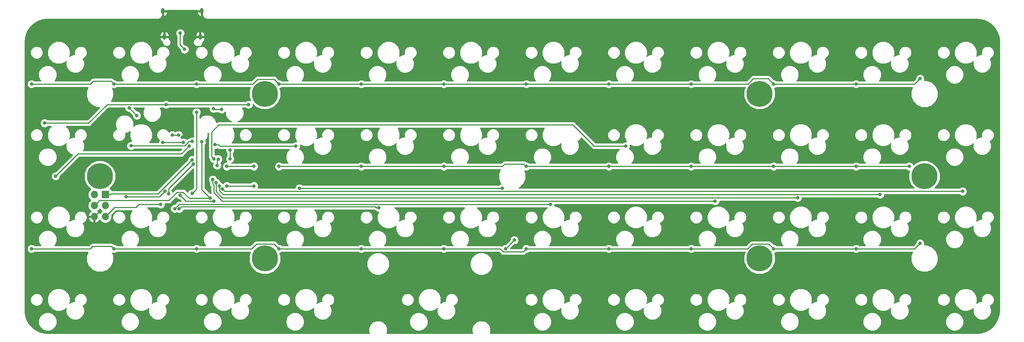
<source format=gbr>
G04 #@! TF.GenerationSoftware,KiCad,Pcbnew,(5.0.2)-1*
G04 #@! TF.CreationDate,2022-11-29T08:35:01-05:00*
G04 #@! TF.ProjectId,kurako_40,6b757261-6b6f-45f3-9430-2e6b69636164,rev?*
G04 #@! TF.SameCoordinates,Original*
G04 #@! TF.FileFunction,Copper,L1,Top*
G04 #@! TF.FilePolarity,Positive*
%FSLAX46Y46*%
G04 Gerber Fmt 4.6, Leading zero omitted, Abs format (unit mm)*
G04 Created by KiCad (PCBNEW (5.0.2)-1) date 11/29/2022 8:35:01 AM*
%MOMM*%
%LPD*%
G01*
G04 APERTURE LIST*
G04 #@! TA.AperFunction,ComponentPad*
%ADD10C,6.000000*%
G04 #@! TD*
G04 #@! TA.AperFunction,ComponentPad*
%ADD11C,0.800000*%
G04 #@! TD*
G04 #@! TA.AperFunction,ComponentPad*
%ADD12R,1.700000X1.700000*%
G04 #@! TD*
G04 #@! TA.AperFunction,ComponentPad*
%ADD13O,1.700000X1.700000*%
G04 #@! TD*
G04 #@! TA.AperFunction,ComponentPad*
%ADD14O,0.800000X1.400000*%
G04 #@! TD*
G04 #@! TA.AperFunction,ViaPad*
%ADD15C,0.800000*%
G04 #@! TD*
G04 #@! TA.AperFunction,Conductor*
%ADD16C,0.250000*%
G04 #@! TD*
G04 #@! TA.AperFunction,Conductor*
%ADD17C,0.254000*%
G04 #@! TD*
G04 APERTURE END LIST*
D10*
G04 #@! TO.P,,1*
G04 #@! TO.N,N/C*
X249500000Y-98500000D03*
D11*
X251750000Y-98500000D03*
X251090990Y-100090990D03*
X249500000Y-100750000D03*
X247909010Y-100090990D03*
X247250000Y-98500000D03*
X247909010Y-96909010D03*
X249500000Y-96250000D03*
X251090990Y-96909010D03*
G04 #@! TD*
D10*
G04 #@! TO.P,,1*
G04 #@! TO.N,N/C*
X211500000Y-117500000D03*
D11*
X213750000Y-117500000D03*
X213090990Y-119090990D03*
X211500000Y-119750000D03*
X209909010Y-119090990D03*
X209250000Y-117500000D03*
X209909010Y-115909010D03*
X211500000Y-115250000D03*
X213090990Y-115909010D03*
G04 #@! TD*
D10*
G04 #@! TO.P,,1*
G04 #@! TO.N,N/C*
X211500000Y-79500000D03*
D11*
X213750000Y-79500000D03*
X213090990Y-81090990D03*
X211500000Y-81750000D03*
X209909010Y-81090990D03*
X209250000Y-79500000D03*
X209909010Y-77909010D03*
X211500000Y-77250000D03*
X213090990Y-77909010D03*
G04 #@! TD*
D10*
G04 #@! TO.P,,1*
G04 #@! TO.N,N/C*
X97500000Y-117500000D03*
D11*
X99750000Y-117500000D03*
X99090990Y-119090990D03*
X97500000Y-119750000D03*
X95909010Y-119090990D03*
X95250000Y-117500000D03*
X95909010Y-115909010D03*
X97500000Y-115250000D03*
X99090990Y-115909010D03*
G04 #@! TD*
D10*
G04 #@! TO.P,,1*
G04 #@! TO.N,N/C*
X97500000Y-79500000D03*
D11*
X99750000Y-79500000D03*
X99090990Y-81090990D03*
X97500000Y-81750000D03*
X95909010Y-81090990D03*
X95250000Y-79500000D03*
X95909010Y-77909010D03*
X97500000Y-77250000D03*
X99090990Y-77909010D03*
G04 #@! TD*
D12*
G04 #@! TO.P,J1,1*
G04 #@! TO.N,COL03*
X60750000Y-102750000D03*
D13*
G04 #@! TO.P,J1,2*
G04 #@! TO.N,VBUS*
X58210000Y-102750000D03*
G04 #@! TO.P,J1,3*
G04 #@! TO.N,COL01*
X60750000Y-105290000D03*
G04 #@! TO.P,J1,4*
G04 #@! TO.N,COL02*
X58210000Y-105290000D03*
G04 #@! TO.P,J1,5*
G04 #@! TO.N,RST*
X60750000Y-107830000D03*
G04 #@! TO.P,J1,6*
G04 #@! TO.N,GND*
X58210000Y-107830000D03*
G04 #@! TD*
D14*
G04 #@! TO.P,P1,S1*
G04 #@! TO.N,GND*
X74370000Y-66360000D03*
X82630000Y-66360000D03*
X82990000Y-60410000D03*
X74010000Y-60410000D03*
G04 #@! TD*
D11*
G04 #@! TO.P,,1*
G04 #@! TO.N,N/C*
X61090990Y-96909010D03*
X59500000Y-96250000D03*
X57909010Y-96909010D03*
X57250000Y-98500000D03*
X57909010Y-100090990D03*
X59500000Y-100750000D03*
X61090990Y-100090990D03*
X61750000Y-98500000D03*
D10*
X59500000Y-98500000D03*
G04 #@! TD*
D15*
G04 #@! TO.N,ROW02*
X248500000Y-114000000D03*
X233750000Y-115250000D03*
X214750000Y-115250000D03*
X195750000Y-115250000D03*
X176750000Y-115250000D03*
X157750000Y-115250000D03*
X138750000Y-115250000D03*
X119750000Y-115250000D03*
X100750000Y-115250000D03*
X81750000Y-115250000D03*
X62750000Y-115250000D03*
X43750000Y-115250000D03*
G04 #@! TO.N,ROW00*
X248500000Y-76000000D03*
X195750000Y-77250000D03*
X176750000Y-77250000D03*
X157750000Y-77250000D03*
X138750000Y-77250000D03*
X119750000Y-77250000D03*
X100750000Y-77250000D03*
X43750000Y-77250000D03*
X233750000Y-77250000D03*
X214750000Y-77250000D03*
X81750000Y-77250000D03*
X62750000Y-77250000D03*
X81750000Y-83750000D03*
X80750000Y-102500000D03*
G04 #@! TO.N,ROW01*
X246000000Y-96250000D03*
X233750000Y-96250000D03*
X214750000Y-96250000D03*
X195750000Y-96250000D03*
X176750000Y-96250000D03*
X157750000Y-96250000D03*
X138750000Y-96250000D03*
X119750000Y-96250000D03*
X100750000Y-96250000D03*
X93750000Y-82000000D03*
X74750000Y-82000000D03*
X46750000Y-86250000D03*
G04 #@! TO.N,COL03*
X104681099Y-91600097D03*
X86000000Y-91250000D03*
X80750000Y-94750000D03*
G04 #@! TO.N,COL04*
X123750000Y-105750000D03*
X77762653Y-106012653D03*
G04 #@! TO.N,COL05*
X155000000Y-113250000D03*
X153000000Y-115250000D03*
X77956671Y-102913342D03*
X105500000Y-101275000D03*
X152250000Y-101254999D03*
X85750000Y-104275000D03*
G04 #@! TO.N,COL00*
X80064892Y-91549313D03*
X49285001Y-98500000D03*
G04 #@! TO.N,COL06*
X163285001Y-105000000D03*
X76750000Y-106000000D03*
G04 #@! TO.N,COL02*
X85662347Y-82912347D03*
X82989452Y-90527267D03*
X84930766Y-103550000D03*
X87562653Y-83062653D03*
G04 #@! TO.N,COL01*
X66250000Y-82750000D03*
X68000000Y-84500000D03*
X66681099Y-91500000D03*
X80750000Y-90500000D03*
G04 #@! TO.N,COL09*
X220285001Y-103500000D03*
X86250000Y-100000000D03*
G04 #@! TO.N,COL10*
X239285001Y-102725000D03*
X87022067Y-100782229D03*
G04 #@! TO.N,COL11*
X258285001Y-102000000D03*
X87750000Y-101500000D03*
G04 #@! TO.N,COL08*
X201285001Y-104250000D03*
X85500000Y-99250000D03*
G04 #@! TO.N,COL07*
X85750000Y-94500000D03*
X180681099Y-91600097D03*
G04 #@! TO.N,Net-(P1-PadA7)*
X79025000Y-69250000D03*
X78000000Y-65500000D03*
G04 #@! TO.N,VBUS*
X65500000Y-103250000D03*
X74500000Y-102000000D03*
X86500000Y-96025000D03*
X86750000Y-94575000D03*
G04 #@! TO.N,D-*
X77625000Y-89000000D03*
X76175000Y-89000000D03*
G04 #@! TO.N,GND*
X91500000Y-79500000D03*
X83500000Y-79500000D03*
X91500000Y-90500000D03*
X98000000Y-70000000D03*
X263000000Y-120000000D03*
X263000000Y-82000000D03*
X261500000Y-98500000D03*
X255000000Y-98500000D03*
X173500000Y-98500000D03*
X160000000Y-98500000D03*
X120500000Y-134000000D03*
X126500000Y-134000000D03*
X144500000Y-134000000D03*
X108000000Y-112000000D03*
X99500000Y-109500000D03*
X103500000Y-99000000D03*
X97000000Y-93500000D03*
X117500000Y-90500000D03*
X75500000Y-95500000D03*
X79500000Y-100000000D03*
X85500000Y-96975000D03*
X62250000Y-110000000D03*
X45250000Y-98500000D03*
X64500000Y-79500000D03*
X74500000Y-79250000D03*
X71000000Y-94750000D03*
X71000000Y-97250000D03*
X81250000Y-106750000D03*
X78500000Y-89500000D03*
X72250000Y-87000000D03*
X83750000Y-83500000D03*
X87750000Y-85000000D03*
X86500000Y-92750000D03*
X84250000Y-90500000D03*
X80500000Y-89000000D03*
X79750000Y-83750000D03*
X93500000Y-79500000D03*
G04 #@! TO.N,UCAP*
X74000000Y-90750000D03*
X78762654Y-90714892D03*
G04 #@! TO.N,X2*
X88750000Y-96250000D03*
X95000000Y-96250000D03*
G04 #@! TO.N,X1*
X88750000Y-100750000D03*
X95000000Y-100750000D03*
G04 #@! TO.N,RST*
X89500000Y-94500000D03*
X89500000Y-92500000D03*
X73500000Y-105000000D03*
X81019099Y-95713114D03*
X75332052Y-102554701D03*
G04 #@! TD*
D16*
G04 #@! TO.N,ROW02*
X248500000Y-114000000D02*
X247250000Y-115250000D01*
X247250000Y-115250000D02*
X233750000Y-115250000D01*
X233750000Y-115250000D02*
X214750000Y-115250000D01*
X213674999Y-114174999D02*
X209825001Y-114174999D01*
X214750000Y-115250000D02*
X213674999Y-114174999D01*
X209825001Y-114174999D02*
X208750000Y-115250000D01*
X208750000Y-115250000D02*
X195750000Y-115250000D01*
X195750000Y-115250000D02*
X176750000Y-115250000D01*
X176750000Y-115250000D02*
X157750000Y-115250000D01*
X157024999Y-115975001D02*
X152475001Y-115975001D01*
X157750000Y-115250000D02*
X157024999Y-115975001D01*
X152475001Y-115975001D02*
X151750000Y-115250000D01*
X151750000Y-115250000D02*
X138750000Y-115250000D01*
X138750000Y-115250000D02*
X119750000Y-115250000D01*
X119750000Y-115250000D02*
X100750000Y-115250000D01*
X99674999Y-114174999D02*
X95575001Y-114174999D01*
X100750000Y-115250000D02*
X99674999Y-114174999D01*
X95575001Y-114174999D02*
X94500000Y-115250000D01*
X94500000Y-115250000D02*
X81750000Y-115250000D01*
X81750000Y-115250000D02*
X62750000Y-115250000D01*
X62174999Y-114674999D02*
X57825001Y-114674999D01*
X62750000Y-115250000D02*
X62174999Y-114674999D01*
X57825001Y-114674999D02*
X57250000Y-115250000D01*
X57250000Y-115250000D02*
X43750000Y-115250000D01*
G04 #@! TO.N,ROW00*
X208828998Y-77250000D02*
X195750000Y-77250000D01*
X195750000Y-77250000D02*
X176750000Y-77250000D01*
X176750000Y-77250000D02*
X157750000Y-77250000D01*
X157750000Y-77250000D02*
X138750000Y-77250000D01*
X138750000Y-77250000D02*
X119750000Y-77250000D01*
X119750000Y-77250000D02*
X100750000Y-77250000D01*
X100750000Y-77250000D02*
X99674999Y-76174999D01*
X99674999Y-76174999D02*
X95825001Y-76174999D01*
X57350001Y-77250000D02*
X43531003Y-77250000D01*
X248500000Y-76000000D02*
X247250000Y-77250000D01*
X247250000Y-77250000D02*
X233750000Y-77250000D01*
X233750000Y-77250000D02*
X214750000Y-77250000D01*
X214750000Y-77250000D02*
X213500000Y-76000000D01*
X210078998Y-76000000D02*
X209750000Y-76328998D01*
X213500000Y-76000000D02*
X210078998Y-76000000D01*
X209903999Y-76174999D02*
X209750000Y-76328998D01*
X209750000Y-76328998D02*
X208828998Y-77250000D01*
X95825001Y-76174999D02*
X94750000Y-77250000D01*
X94750000Y-77250000D02*
X81750000Y-77250000D01*
X81750000Y-77250000D02*
X62750000Y-77250000D01*
X58000000Y-76600001D02*
X57350001Y-77250000D01*
X62750000Y-77250000D02*
X62100001Y-76600001D01*
X62100001Y-76600001D02*
X58000000Y-76600001D01*
X81750000Y-84000000D02*
X81750000Y-83750000D01*
X81744099Y-101505901D02*
X81744099Y-84353937D01*
X80750000Y-102500000D02*
X81744099Y-101505901D01*
X81750000Y-84348036D02*
X81750000Y-83750000D01*
X81744099Y-84353937D02*
X81750000Y-84348036D01*
G04 #@! TO.N,ROW01*
X246000000Y-96250000D02*
X233750000Y-96250000D01*
X233750000Y-96250000D02*
X214750000Y-96250000D01*
X214750000Y-96250000D02*
X195750000Y-96250000D01*
X195750000Y-96250000D02*
X176750000Y-96250000D01*
X176750000Y-96250000D02*
X157750000Y-96250000D01*
X157174999Y-95674999D02*
X152825001Y-95674999D01*
X157750000Y-96250000D02*
X157174999Y-95674999D01*
X152825001Y-95674999D02*
X152250000Y-96250000D01*
X152250000Y-96250000D02*
X138750000Y-96250000D01*
X138750000Y-96250000D02*
X119750000Y-96250000D01*
X119750000Y-96250000D02*
X100750000Y-96250000D01*
X93750000Y-82000000D02*
X74750000Y-82000000D01*
X56931002Y-86250000D02*
X46750000Y-86250000D01*
X74750000Y-82000000D02*
X61181002Y-82000000D01*
X61181002Y-82000000D02*
X56931002Y-86250000D01*
G04 #@! TO.N,COL03*
X87168123Y-91600097D02*
X104681099Y-91600097D01*
X86818026Y-91250000D02*
X87168123Y-91600097D01*
X86000000Y-91250000D02*
X86818026Y-91250000D01*
X80676998Y-94750000D02*
X80750000Y-94750000D01*
X72901999Y-102524999D02*
X80676998Y-94750000D01*
X62075001Y-102524999D02*
X72901999Y-102524999D01*
X60750000Y-102750000D02*
X61850000Y-102750000D01*
X61850000Y-102750000D02*
X62075001Y-102524999D01*
G04 #@! TO.N,COL04*
X77762653Y-106012653D02*
X78275306Y-105500000D01*
X123184315Y-105750000D02*
X123750000Y-105750000D01*
X122934315Y-105500000D02*
X123184315Y-105750000D01*
X78275306Y-105500000D02*
X122934315Y-105500000D01*
G04 #@! TO.N,COL05*
X155000000Y-113250000D02*
X153000000Y-115250000D01*
X152229999Y-101275000D02*
X152250000Y-101254999D01*
X105500000Y-101275000D02*
X152229999Y-101275000D01*
X77956671Y-102913342D02*
X79318329Y-104275000D01*
X79318329Y-104275000D02*
X85750000Y-104275000D01*
G04 #@! TO.N,COL00*
X54420000Y-93365001D02*
X49285001Y-98500000D01*
X78249204Y-93365001D02*
X54420000Y-93365001D01*
X80064892Y-91549313D02*
X78249204Y-93365001D01*
G04 #@! TO.N,COL06*
X163285001Y-105000000D02*
X77750000Y-105000000D01*
X77750000Y-105000000D02*
X76750000Y-106000000D01*
G04 #@! TO.N,COL02*
X82989452Y-101608686D02*
X82989452Y-101250000D01*
X84930766Y-103550000D02*
X82989452Y-101608686D01*
X82989452Y-101489452D02*
X82989452Y-101250000D01*
X82989452Y-101250000D02*
X82989452Y-90527267D01*
X84930766Y-103550000D02*
X80050000Y-103550000D01*
X78688341Y-102188341D02*
X77311659Y-102188341D01*
X80050000Y-103550000D02*
X78688341Y-102188341D01*
X59059999Y-104440001D02*
X58210000Y-105290000D01*
X59385001Y-104114999D02*
X59059999Y-104440001D01*
X75385001Y-104114999D02*
X59385001Y-104114999D01*
X77311659Y-102188341D02*
X75385001Y-104114999D01*
X85812653Y-83062653D02*
X85662347Y-82912347D01*
X87562653Y-83062653D02*
X85812653Y-83062653D01*
G04 #@! TO.N,COL01*
X66250000Y-82750000D02*
X68000000Y-84500000D01*
X79050548Y-91500000D02*
X66681099Y-91500000D01*
X80050548Y-90500000D02*
X79050548Y-91500000D01*
X80750000Y-90500000D02*
X80050548Y-90500000D01*
G04 #@! TO.N,COL09*
X220285001Y-103500000D02*
X89000000Y-103500000D01*
X86250000Y-100000000D02*
X86250000Y-102000000D01*
X86250000Y-102000000D02*
X87750000Y-103500000D01*
X87750000Y-103500000D02*
X89000000Y-103500000D01*
X89000000Y-103500000D02*
X89250000Y-103500000D01*
G04 #@! TO.N,COL10*
X87022067Y-100782229D02*
X87022067Y-101845069D01*
X87901998Y-102725000D02*
X87022067Y-101845069D01*
X239285001Y-102725000D02*
X87901998Y-102725000D01*
G04 #@! TO.N,COL11*
X88250000Y-102000000D02*
X87750000Y-101500000D01*
X258285001Y-102000000D02*
X88250000Y-102000000D01*
G04 #@! TO.N,COL08*
X87750000Y-104250000D02*
X201285001Y-104250000D01*
X85799990Y-102299990D02*
X87750000Y-104250000D01*
X85799990Y-100622992D02*
X85799990Y-102299990D01*
X85500000Y-99250000D02*
X85500000Y-100323002D01*
X85500000Y-100323002D02*
X85799990Y-100622992D01*
G04 #@! TO.N,COL07*
X86886927Y-86681099D02*
X85250000Y-88318026D01*
X168501433Y-86681099D02*
X86886927Y-86681099D01*
X180681099Y-91600097D02*
X173420431Y-91600097D01*
X173420431Y-91600097D02*
X168501433Y-86681099D01*
X85250000Y-94000000D02*
X85750000Y-94500000D01*
X85250000Y-88318026D02*
X85250000Y-94000000D01*
G04 #@! TO.N,Net-(P1-PadA7)*
X79025000Y-69250000D02*
X78000000Y-68225000D01*
X78000000Y-68225000D02*
X78000000Y-65500000D01*
G04 #@! TO.N,VBUS*
X65500000Y-103250000D02*
X73250000Y-103250000D01*
X73250000Y-103250000D02*
X74500000Y-102000000D01*
X86500000Y-96025000D02*
X86500000Y-94825000D01*
X86500000Y-94825000D02*
X86750000Y-94575000D01*
G04 #@! TO.N,D-*
X77625000Y-89000000D02*
X76175000Y-89000000D01*
G04 #@! TO.N,GND*
X59059999Y-106980001D02*
X59059999Y-106940001D01*
X58210000Y-107830000D02*
X59059999Y-106980001D01*
X58210000Y-107830000D02*
X59500000Y-106540000D01*
X83750000Y-83500000D02*
X83000000Y-82750000D01*
X80750000Y-82750000D02*
X79750000Y-83750000D01*
X83000000Y-82750000D02*
X80750000Y-82750000D01*
G04 #@! TO.N,UCAP*
X74012653Y-90762653D02*
X74000000Y-90750000D01*
X74035108Y-90714892D02*
X74000000Y-90750000D01*
X78762654Y-90714892D02*
X74035108Y-90714892D01*
G04 #@! TO.N,X2*
X88750000Y-96250000D02*
X95000000Y-96250000D01*
G04 #@! TO.N,X1*
X88750000Y-100750000D02*
X95000000Y-100750000D01*
G04 #@! TO.N,RST*
X89500000Y-94500000D02*
X89500000Y-92500000D01*
X62898901Y-105681099D02*
X67818901Y-105681099D01*
X60750000Y-107830000D02*
X62898901Y-105681099D01*
X67818901Y-105681099D02*
X68500000Y-105000000D01*
X68500000Y-105000000D02*
X73500000Y-105000000D01*
X81019099Y-95713114D02*
X75332052Y-101400161D01*
X75332052Y-101400161D02*
X75332052Y-102554701D01*
G04 #@! TD*
D17*
G04 #@! TO.N,GND*
G36*
X81955000Y-60283000D02*
X82863000Y-60283000D01*
X82863000Y-60263000D01*
X82933130Y-60263000D01*
X83117000Y-60998482D01*
X83117000Y-61576998D01*
X83276123Y-61704666D01*
X83289973Y-61697934D01*
X83307646Y-61786783D01*
X83358658Y-61863127D01*
X83397874Y-61946141D01*
X83439139Y-61983576D01*
X83470095Y-62029905D01*
X83546436Y-62080915D01*
X83614437Y-62142604D01*
X83666889Y-62161399D01*
X83713217Y-62192354D01*
X83803267Y-62210266D01*
X83889700Y-62241237D01*
X84017861Y-62235000D01*
X261469843Y-62235000D01*
X262359504Y-62308143D01*
X263195929Y-62518238D01*
X263986810Y-62862123D01*
X264710902Y-63330560D01*
X265348766Y-63910973D01*
X265883265Y-64587767D01*
X266300049Y-65342769D01*
X266587927Y-66155713D01*
X266741427Y-67017453D01*
X266765001Y-67517341D01*
X266765000Y-129469832D01*
X266691857Y-130359504D01*
X266481761Y-131195930D01*
X266137877Y-131986809D01*
X265669443Y-132710898D01*
X265089030Y-133348763D01*
X264412233Y-133883265D01*
X263657227Y-134300052D01*
X262844287Y-134587928D01*
X261982547Y-134741427D01*
X261482680Y-134765000D01*
X149413798Y-134765000D01*
X149559000Y-134414452D01*
X149559000Y-133555548D01*
X149230312Y-132762025D01*
X148622975Y-132154688D01*
X147829452Y-131826000D01*
X146970548Y-131826000D01*
X146177025Y-132154688D01*
X145569688Y-132762025D01*
X145241000Y-133555548D01*
X145241000Y-134414452D01*
X145386202Y-134765000D01*
X125613798Y-134765000D01*
X125759000Y-134414452D01*
X125759000Y-133555548D01*
X125430312Y-132762025D01*
X124822975Y-132154688D01*
X124029452Y-131826000D01*
X123170548Y-131826000D01*
X122377025Y-132154688D01*
X121769688Y-132762025D01*
X121441000Y-133555548D01*
X121441000Y-134414452D01*
X121586202Y-134765000D01*
X47530168Y-134765000D01*
X46640496Y-134691857D01*
X45804070Y-134481761D01*
X45013191Y-134137877D01*
X44289102Y-133669443D01*
X43651237Y-133089030D01*
X43116735Y-132412233D01*
X42699948Y-131657227D01*
X42699274Y-131655322D01*
X45325000Y-131655322D01*
X45325000Y-132504678D01*
X45650034Y-133289380D01*
X46250620Y-133889966D01*
X47035322Y-134215000D01*
X47884678Y-134215000D01*
X48669380Y-133889966D01*
X49269966Y-133289380D01*
X49595000Y-132504678D01*
X49595000Y-131655322D01*
X49269966Y-130870620D01*
X48669380Y-130270034D01*
X47884678Y-129945000D01*
X47035322Y-129945000D01*
X46250620Y-130270034D01*
X45650034Y-130870620D01*
X45325000Y-131655322D01*
X42699274Y-131655322D01*
X42412072Y-130844287D01*
X42258573Y-129982547D01*
X42235000Y-129482680D01*
X42235000Y-126704436D01*
X43434100Y-126704436D01*
X43434100Y-127295564D01*
X43660314Y-127841695D01*
X44078305Y-128259686D01*
X44624436Y-128485900D01*
X45215564Y-128485900D01*
X45761695Y-128259686D01*
X46179686Y-127841695D01*
X46405900Y-127295564D01*
X46405900Y-126704436D01*
X46311727Y-126477079D01*
X47371100Y-126477079D01*
X47371100Y-127522921D01*
X47771326Y-128489152D01*
X48510848Y-129228674D01*
X49477079Y-129628900D01*
X50522921Y-129628900D01*
X51489152Y-129228674D01*
X51726262Y-128991564D01*
X51675000Y-129115322D01*
X51675000Y-129964678D01*
X52000034Y-130749380D01*
X52600620Y-131349966D01*
X53385322Y-131675000D01*
X54234678Y-131675000D01*
X54282184Y-131655322D01*
X64325000Y-131655322D01*
X64325000Y-132504678D01*
X64650034Y-133289380D01*
X65250620Y-133889966D01*
X66035322Y-134215000D01*
X66884678Y-134215000D01*
X67669380Y-133889966D01*
X68269966Y-133289380D01*
X68595000Y-132504678D01*
X68595000Y-131655322D01*
X68269966Y-130870620D01*
X67669380Y-130270034D01*
X66884678Y-129945000D01*
X66035322Y-129945000D01*
X65250620Y-130270034D01*
X64650034Y-130870620D01*
X64325000Y-131655322D01*
X54282184Y-131655322D01*
X55019380Y-131349966D01*
X55619966Y-130749380D01*
X55945000Y-129964678D01*
X55945000Y-129115322D01*
X55639074Y-128376751D01*
X55921695Y-128259686D01*
X56339686Y-127841695D01*
X56565900Y-127295564D01*
X56565900Y-126704436D01*
X62434100Y-126704436D01*
X62434100Y-127295564D01*
X62660314Y-127841695D01*
X63078305Y-128259686D01*
X63624436Y-128485900D01*
X64215564Y-128485900D01*
X64761695Y-128259686D01*
X65179686Y-127841695D01*
X65405900Y-127295564D01*
X65405900Y-126704436D01*
X65311727Y-126477079D01*
X66371100Y-126477079D01*
X66371100Y-127522921D01*
X66771326Y-128489152D01*
X67510848Y-129228674D01*
X68477079Y-129628900D01*
X69522921Y-129628900D01*
X70489152Y-129228674D01*
X70726262Y-128991564D01*
X70675000Y-129115322D01*
X70675000Y-129964678D01*
X71000034Y-130749380D01*
X71600620Y-131349966D01*
X72385322Y-131675000D01*
X73234678Y-131675000D01*
X73282184Y-131655322D01*
X83325000Y-131655322D01*
X83325000Y-132504678D01*
X83650034Y-133289380D01*
X84250620Y-133889966D01*
X85035322Y-134215000D01*
X85884678Y-134215000D01*
X86669380Y-133889966D01*
X87269966Y-133289380D01*
X87595000Y-132504678D01*
X87595000Y-131655322D01*
X87269966Y-130870620D01*
X86669380Y-130270034D01*
X85884678Y-129945000D01*
X85035322Y-129945000D01*
X84250620Y-130270034D01*
X83650034Y-130870620D01*
X83325000Y-131655322D01*
X73282184Y-131655322D01*
X74019380Y-131349966D01*
X74619966Y-130749380D01*
X74945000Y-129964678D01*
X74945000Y-129115322D01*
X74639074Y-128376751D01*
X74921695Y-128259686D01*
X75339686Y-127841695D01*
X75565900Y-127295564D01*
X75565900Y-126704436D01*
X81434100Y-126704436D01*
X81434100Y-127295564D01*
X81660314Y-127841695D01*
X82078305Y-128259686D01*
X82624436Y-128485900D01*
X83215564Y-128485900D01*
X83761695Y-128259686D01*
X84179686Y-127841695D01*
X84405900Y-127295564D01*
X84405900Y-126704436D01*
X84311727Y-126477079D01*
X85371100Y-126477079D01*
X85371100Y-127522921D01*
X85771326Y-128489152D01*
X86510848Y-129228674D01*
X87477079Y-129628900D01*
X88522921Y-129628900D01*
X89489152Y-129228674D01*
X89726262Y-128991564D01*
X89675000Y-129115322D01*
X89675000Y-129964678D01*
X90000034Y-130749380D01*
X90600620Y-131349966D01*
X91385322Y-131675000D01*
X92234678Y-131675000D01*
X92282184Y-131655322D01*
X102325000Y-131655322D01*
X102325000Y-132504678D01*
X102650034Y-133289380D01*
X103250620Y-133889966D01*
X104035322Y-134215000D01*
X104884678Y-134215000D01*
X105669380Y-133889966D01*
X106269966Y-133289380D01*
X106595000Y-132504678D01*
X106595000Y-131655322D01*
X106269966Y-130870620D01*
X105669380Y-130270034D01*
X104884678Y-129945000D01*
X104035322Y-129945000D01*
X103250620Y-130270034D01*
X102650034Y-130870620D01*
X102325000Y-131655322D01*
X92282184Y-131655322D01*
X93019380Y-131349966D01*
X93619966Y-130749380D01*
X93945000Y-129964678D01*
X93945000Y-129115322D01*
X93639074Y-128376751D01*
X93921695Y-128259686D01*
X94339686Y-127841695D01*
X94565900Y-127295564D01*
X94565900Y-126704436D01*
X100434100Y-126704436D01*
X100434100Y-127295564D01*
X100660314Y-127841695D01*
X101078305Y-128259686D01*
X101624436Y-128485900D01*
X102215564Y-128485900D01*
X102761695Y-128259686D01*
X103179686Y-127841695D01*
X103405900Y-127295564D01*
X103405900Y-126704436D01*
X103311727Y-126477079D01*
X104371100Y-126477079D01*
X104371100Y-127522921D01*
X104771326Y-128489152D01*
X105510848Y-129228674D01*
X106477079Y-129628900D01*
X107522921Y-129628900D01*
X108489152Y-129228674D01*
X108726262Y-128991564D01*
X108675000Y-129115322D01*
X108675000Y-129964678D01*
X109000034Y-130749380D01*
X109600620Y-131349966D01*
X110385322Y-131675000D01*
X111234678Y-131675000D01*
X111282184Y-131655322D01*
X130825000Y-131655322D01*
X130825000Y-132504678D01*
X131150034Y-133289380D01*
X131750620Y-133889966D01*
X132535322Y-134215000D01*
X133384678Y-134215000D01*
X134169380Y-133889966D01*
X134769966Y-133289380D01*
X135095000Y-132504678D01*
X135095000Y-131655322D01*
X134769966Y-130870620D01*
X134169380Y-130270034D01*
X133384678Y-129945000D01*
X132535322Y-129945000D01*
X131750620Y-130270034D01*
X131150034Y-130870620D01*
X130825000Y-131655322D01*
X111282184Y-131655322D01*
X112019380Y-131349966D01*
X112619966Y-130749380D01*
X112945000Y-129964678D01*
X112945000Y-129115322D01*
X112639074Y-128376751D01*
X112921695Y-128259686D01*
X113339686Y-127841695D01*
X113565900Y-127295564D01*
X113565900Y-126704436D01*
X128934100Y-126704436D01*
X128934100Y-127295564D01*
X129160314Y-127841695D01*
X129578305Y-128259686D01*
X130124436Y-128485900D01*
X130715564Y-128485900D01*
X131261695Y-128259686D01*
X131679686Y-127841695D01*
X131905900Y-127295564D01*
X131905900Y-126704436D01*
X131811727Y-126477079D01*
X132871100Y-126477079D01*
X132871100Y-127522921D01*
X133271326Y-128489152D01*
X134010848Y-129228674D01*
X134977079Y-129628900D01*
X136022921Y-129628900D01*
X136989152Y-129228674D01*
X137226262Y-128991564D01*
X137175000Y-129115322D01*
X137175000Y-129964678D01*
X137500034Y-130749380D01*
X138100620Y-131349966D01*
X138885322Y-131675000D01*
X139734678Y-131675000D01*
X139782184Y-131655322D01*
X159325000Y-131655322D01*
X159325000Y-132504678D01*
X159650034Y-133289380D01*
X160250620Y-133889966D01*
X161035322Y-134215000D01*
X161884678Y-134215000D01*
X162669380Y-133889966D01*
X163269966Y-133289380D01*
X163595000Y-132504678D01*
X163595000Y-131655322D01*
X163269966Y-130870620D01*
X162669380Y-130270034D01*
X161884678Y-129945000D01*
X161035322Y-129945000D01*
X160250620Y-130270034D01*
X159650034Y-130870620D01*
X159325000Y-131655322D01*
X139782184Y-131655322D01*
X140519380Y-131349966D01*
X141119966Y-130749380D01*
X141445000Y-129964678D01*
X141445000Y-129115322D01*
X141139074Y-128376751D01*
X141421695Y-128259686D01*
X141839686Y-127841695D01*
X142065900Y-127295564D01*
X142065900Y-126704436D01*
X157434100Y-126704436D01*
X157434100Y-127295564D01*
X157660314Y-127841695D01*
X158078305Y-128259686D01*
X158624436Y-128485900D01*
X159215564Y-128485900D01*
X159761695Y-128259686D01*
X160179686Y-127841695D01*
X160405900Y-127295564D01*
X160405900Y-126704436D01*
X160311727Y-126477079D01*
X161371100Y-126477079D01*
X161371100Y-127522921D01*
X161771326Y-128489152D01*
X162510848Y-129228674D01*
X163477079Y-129628900D01*
X164522921Y-129628900D01*
X165489152Y-129228674D01*
X165726262Y-128991564D01*
X165675000Y-129115322D01*
X165675000Y-129964678D01*
X166000034Y-130749380D01*
X166600620Y-131349966D01*
X167385322Y-131675000D01*
X168234678Y-131675000D01*
X168282184Y-131655322D01*
X178325000Y-131655322D01*
X178325000Y-132504678D01*
X178650034Y-133289380D01*
X179250620Y-133889966D01*
X180035322Y-134215000D01*
X180884678Y-134215000D01*
X181669380Y-133889966D01*
X182269966Y-133289380D01*
X182595000Y-132504678D01*
X182595000Y-131655322D01*
X182269966Y-130870620D01*
X181669380Y-130270034D01*
X180884678Y-129945000D01*
X180035322Y-129945000D01*
X179250620Y-130270034D01*
X178650034Y-130870620D01*
X178325000Y-131655322D01*
X168282184Y-131655322D01*
X169019380Y-131349966D01*
X169619966Y-130749380D01*
X169945000Y-129964678D01*
X169945000Y-129115322D01*
X169639074Y-128376751D01*
X169921695Y-128259686D01*
X170339686Y-127841695D01*
X170565900Y-127295564D01*
X170565900Y-126704436D01*
X176434100Y-126704436D01*
X176434100Y-127295564D01*
X176660314Y-127841695D01*
X177078305Y-128259686D01*
X177624436Y-128485900D01*
X178215564Y-128485900D01*
X178761695Y-128259686D01*
X179179686Y-127841695D01*
X179405900Y-127295564D01*
X179405900Y-126704436D01*
X179311727Y-126477079D01*
X180371100Y-126477079D01*
X180371100Y-127522921D01*
X180771326Y-128489152D01*
X181510848Y-129228674D01*
X182477079Y-129628900D01*
X183522921Y-129628900D01*
X184489152Y-129228674D01*
X184726262Y-128991564D01*
X184675000Y-129115322D01*
X184675000Y-129964678D01*
X185000034Y-130749380D01*
X185600620Y-131349966D01*
X186385322Y-131675000D01*
X187234678Y-131675000D01*
X187282184Y-131655322D01*
X197325000Y-131655322D01*
X197325000Y-132504678D01*
X197650034Y-133289380D01*
X198250620Y-133889966D01*
X199035322Y-134215000D01*
X199884678Y-134215000D01*
X200669380Y-133889966D01*
X201269966Y-133289380D01*
X201595000Y-132504678D01*
X201595000Y-131655322D01*
X201269966Y-130870620D01*
X200669380Y-130270034D01*
X199884678Y-129945000D01*
X199035322Y-129945000D01*
X198250620Y-130270034D01*
X197650034Y-130870620D01*
X197325000Y-131655322D01*
X187282184Y-131655322D01*
X188019380Y-131349966D01*
X188619966Y-130749380D01*
X188945000Y-129964678D01*
X188945000Y-129115322D01*
X188639074Y-128376751D01*
X188921695Y-128259686D01*
X189339686Y-127841695D01*
X189565900Y-127295564D01*
X189565900Y-126704436D01*
X195434100Y-126704436D01*
X195434100Y-127295564D01*
X195660314Y-127841695D01*
X196078305Y-128259686D01*
X196624436Y-128485900D01*
X197215564Y-128485900D01*
X197761695Y-128259686D01*
X198179686Y-127841695D01*
X198405900Y-127295564D01*
X198405900Y-126704436D01*
X198311727Y-126477079D01*
X199371100Y-126477079D01*
X199371100Y-127522921D01*
X199771326Y-128489152D01*
X200510848Y-129228674D01*
X201477079Y-129628900D01*
X202522921Y-129628900D01*
X203489152Y-129228674D01*
X203726262Y-128991564D01*
X203675000Y-129115322D01*
X203675000Y-129964678D01*
X204000034Y-130749380D01*
X204600620Y-131349966D01*
X205385322Y-131675000D01*
X206234678Y-131675000D01*
X206282184Y-131655322D01*
X216325000Y-131655322D01*
X216325000Y-132504678D01*
X216650034Y-133289380D01*
X217250620Y-133889966D01*
X218035322Y-134215000D01*
X218884678Y-134215000D01*
X219669380Y-133889966D01*
X220269966Y-133289380D01*
X220595000Y-132504678D01*
X220595000Y-131655322D01*
X220269966Y-130870620D01*
X219669380Y-130270034D01*
X218884678Y-129945000D01*
X218035322Y-129945000D01*
X217250620Y-130270034D01*
X216650034Y-130870620D01*
X216325000Y-131655322D01*
X206282184Y-131655322D01*
X207019380Y-131349966D01*
X207619966Y-130749380D01*
X207945000Y-129964678D01*
X207945000Y-129115322D01*
X207639074Y-128376751D01*
X207921695Y-128259686D01*
X208339686Y-127841695D01*
X208565900Y-127295564D01*
X208565900Y-126704436D01*
X214434100Y-126704436D01*
X214434100Y-127295564D01*
X214660314Y-127841695D01*
X215078305Y-128259686D01*
X215624436Y-128485900D01*
X216215564Y-128485900D01*
X216761695Y-128259686D01*
X217179686Y-127841695D01*
X217405900Y-127295564D01*
X217405900Y-126704436D01*
X217311727Y-126477079D01*
X218371100Y-126477079D01*
X218371100Y-127522921D01*
X218771326Y-128489152D01*
X219510848Y-129228674D01*
X220477079Y-129628900D01*
X221522921Y-129628900D01*
X222489152Y-129228674D01*
X222726262Y-128991564D01*
X222675000Y-129115322D01*
X222675000Y-129964678D01*
X223000034Y-130749380D01*
X223600620Y-131349966D01*
X224385322Y-131675000D01*
X225234678Y-131675000D01*
X225282184Y-131655322D01*
X235325000Y-131655322D01*
X235325000Y-132504678D01*
X235650034Y-133289380D01*
X236250620Y-133889966D01*
X237035322Y-134215000D01*
X237884678Y-134215000D01*
X238669380Y-133889966D01*
X239269966Y-133289380D01*
X239595000Y-132504678D01*
X239595000Y-131655322D01*
X239269966Y-130870620D01*
X238669380Y-130270034D01*
X237884678Y-129945000D01*
X237035322Y-129945000D01*
X236250620Y-130270034D01*
X235650034Y-130870620D01*
X235325000Y-131655322D01*
X225282184Y-131655322D01*
X226019380Y-131349966D01*
X226619966Y-130749380D01*
X226945000Y-129964678D01*
X226945000Y-129115322D01*
X226639074Y-128376751D01*
X226921695Y-128259686D01*
X227339686Y-127841695D01*
X227565900Y-127295564D01*
X227565900Y-126704436D01*
X233434100Y-126704436D01*
X233434100Y-127295564D01*
X233660314Y-127841695D01*
X234078305Y-128259686D01*
X234624436Y-128485900D01*
X235215564Y-128485900D01*
X235761695Y-128259686D01*
X236179686Y-127841695D01*
X236405900Y-127295564D01*
X236405900Y-126704436D01*
X236311727Y-126477079D01*
X237371100Y-126477079D01*
X237371100Y-127522921D01*
X237771326Y-128489152D01*
X238510848Y-129228674D01*
X239477079Y-129628900D01*
X240522921Y-129628900D01*
X241489152Y-129228674D01*
X241726262Y-128991564D01*
X241675000Y-129115322D01*
X241675000Y-129964678D01*
X242000034Y-130749380D01*
X242600620Y-131349966D01*
X243385322Y-131675000D01*
X244234678Y-131675000D01*
X244282184Y-131655322D01*
X254325000Y-131655322D01*
X254325000Y-132504678D01*
X254650034Y-133289380D01*
X255250620Y-133889966D01*
X256035322Y-134215000D01*
X256884678Y-134215000D01*
X257669380Y-133889966D01*
X258269966Y-133289380D01*
X258595000Y-132504678D01*
X258595000Y-131655322D01*
X258269966Y-130870620D01*
X257669380Y-130270034D01*
X256884678Y-129945000D01*
X256035322Y-129945000D01*
X255250620Y-130270034D01*
X254650034Y-130870620D01*
X254325000Y-131655322D01*
X244282184Y-131655322D01*
X245019380Y-131349966D01*
X245619966Y-130749380D01*
X245945000Y-129964678D01*
X245945000Y-129115322D01*
X245639074Y-128376751D01*
X245921695Y-128259686D01*
X246339686Y-127841695D01*
X246565900Y-127295564D01*
X246565900Y-126704436D01*
X252434100Y-126704436D01*
X252434100Y-127295564D01*
X252660314Y-127841695D01*
X253078305Y-128259686D01*
X253624436Y-128485900D01*
X254215564Y-128485900D01*
X254761695Y-128259686D01*
X255179686Y-127841695D01*
X255405900Y-127295564D01*
X255405900Y-126704436D01*
X255311727Y-126477079D01*
X256371100Y-126477079D01*
X256371100Y-127522921D01*
X256771326Y-128489152D01*
X257510848Y-129228674D01*
X258477079Y-129628900D01*
X259522921Y-129628900D01*
X260489152Y-129228674D01*
X260726262Y-128991564D01*
X260675000Y-129115322D01*
X260675000Y-129964678D01*
X261000034Y-130749380D01*
X261600620Y-131349966D01*
X262385322Y-131675000D01*
X263234678Y-131675000D01*
X264019380Y-131349966D01*
X264619966Y-130749380D01*
X264945000Y-129964678D01*
X264945000Y-129115322D01*
X264639074Y-128376751D01*
X264921695Y-128259686D01*
X265339686Y-127841695D01*
X265565900Y-127295564D01*
X265565900Y-126704436D01*
X265339686Y-126158305D01*
X264921695Y-125740314D01*
X264375564Y-125514100D01*
X263784436Y-125514100D01*
X263238305Y-125740314D01*
X262820314Y-126158305D01*
X262594100Y-126704436D01*
X262594100Y-127295564D01*
X262639430Y-127405000D01*
X262385322Y-127405000D01*
X261600620Y-127730034D01*
X261502446Y-127828208D01*
X261628900Y-127522921D01*
X261628900Y-126477079D01*
X261228674Y-125510848D01*
X260489152Y-124771326D01*
X259522921Y-124371100D01*
X258477079Y-124371100D01*
X257510848Y-124771326D01*
X256771326Y-125510848D01*
X256371100Y-126477079D01*
X255311727Y-126477079D01*
X255179686Y-126158305D01*
X254761695Y-125740314D01*
X254215564Y-125514100D01*
X253624436Y-125514100D01*
X253078305Y-125740314D01*
X252660314Y-126158305D01*
X252434100Y-126704436D01*
X246565900Y-126704436D01*
X246339686Y-126158305D01*
X245921695Y-125740314D01*
X245375564Y-125514100D01*
X244784436Y-125514100D01*
X244238305Y-125740314D01*
X243820314Y-126158305D01*
X243594100Y-126704436D01*
X243594100Y-127295564D01*
X243639430Y-127405000D01*
X243385322Y-127405000D01*
X242600620Y-127730034D01*
X242502446Y-127828208D01*
X242628900Y-127522921D01*
X242628900Y-126477079D01*
X242228674Y-125510848D01*
X241489152Y-124771326D01*
X240522921Y-124371100D01*
X239477079Y-124371100D01*
X238510848Y-124771326D01*
X237771326Y-125510848D01*
X237371100Y-126477079D01*
X236311727Y-126477079D01*
X236179686Y-126158305D01*
X235761695Y-125740314D01*
X235215564Y-125514100D01*
X234624436Y-125514100D01*
X234078305Y-125740314D01*
X233660314Y-126158305D01*
X233434100Y-126704436D01*
X227565900Y-126704436D01*
X227339686Y-126158305D01*
X226921695Y-125740314D01*
X226375564Y-125514100D01*
X225784436Y-125514100D01*
X225238305Y-125740314D01*
X224820314Y-126158305D01*
X224594100Y-126704436D01*
X224594100Y-127295564D01*
X224639430Y-127405000D01*
X224385322Y-127405000D01*
X223600620Y-127730034D01*
X223502446Y-127828208D01*
X223628900Y-127522921D01*
X223628900Y-126477079D01*
X223228674Y-125510848D01*
X222489152Y-124771326D01*
X221522921Y-124371100D01*
X220477079Y-124371100D01*
X219510848Y-124771326D01*
X218771326Y-125510848D01*
X218371100Y-126477079D01*
X217311727Y-126477079D01*
X217179686Y-126158305D01*
X216761695Y-125740314D01*
X216215564Y-125514100D01*
X215624436Y-125514100D01*
X215078305Y-125740314D01*
X214660314Y-126158305D01*
X214434100Y-126704436D01*
X208565900Y-126704436D01*
X208339686Y-126158305D01*
X207921695Y-125740314D01*
X207375564Y-125514100D01*
X206784436Y-125514100D01*
X206238305Y-125740314D01*
X205820314Y-126158305D01*
X205594100Y-126704436D01*
X205594100Y-127295564D01*
X205639430Y-127405000D01*
X205385322Y-127405000D01*
X204600620Y-127730034D01*
X204502446Y-127828208D01*
X204628900Y-127522921D01*
X204628900Y-126477079D01*
X204228674Y-125510848D01*
X203489152Y-124771326D01*
X202522921Y-124371100D01*
X201477079Y-124371100D01*
X200510848Y-124771326D01*
X199771326Y-125510848D01*
X199371100Y-126477079D01*
X198311727Y-126477079D01*
X198179686Y-126158305D01*
X197761695Y-125740314D01*
X197215564Y-125514100D01*
X196624436Y-125514100D01*
X196078305Y-125740314D01*
X195660314Y-126158305D01*
X195434100Y-126704436D01*
X189565900Y-126704436D01*
X189339686Y-126158305D01*
X188921695Y-125740314D01*
X188375564Y-125514100D01*
X187784436Y-125514100D01*
X187238305Y-125740314D01*
X186820314Y-126158305D01*
X186594100Y-126704436D01*
X186594100Y-127295564D01*
X186639430Y-127405000D01*
X186385322Y-127405000D01*
X185600620Y-127730034D01*
X185502446Y-127828208D01*
X185628900Y-127522921D01*
X185628900Y-126477079D01*
X185228674Y-125510848D01*
X184489152Y-124771326D01*
X183522921Y-124371100D01*
X182477079Y-124371100D01*
X181510848Y-124771326D01*
X180771326Y-125510848D01*
X180371100Y-126477079D01*
X179311727Y-126477079D01*
X179179686Y-126158305D01*
X178761695Y-125740314D01*
X178215564Y-125514100D01*
X177624436Y-125514100D01*
X177078305Y-125740314D01*
X176660314Y-126158305D01*
X176434100Y-126704436D01*
X170565900Y-126704436D01*
X170339686Y-126158305D01*
X169921695Y-125740314D01*
X169375564Y-125514100D01*
X168784436Y-125514100D01*
X168238305Y-125740314D01*
X167820314Y-126158305D01*
X167594100Y-126704436D01*
X167594100Y-127295564D01*
X167639430Y-127405000D01*
X167385322Y-127405000D01*
X166600620Y-127730034D01*
X166502446Y-127828208D01*
X166628900Y-127522921D01*
X166628900Y-126477079D01*
X166228674Y-125510848D01*
X165489152Y-124771326D01*
X164522921Y-124371100D01*
X163477079Y-124371100D01*
X162510848Y-124771326D01*
X161771326Y-125510848D01*
X161371100Y-126477079D01*
X160311727Y-126477079D01*
X160179686Y-126158305D01*
X159761695Y-125740314D01*
X159215564Y-125514100D01*
X158624436Y-125514100D01*
X158078305Y-125740314D01*
X157660314Y-126158305D01*
X157434100Y-126704436D01*
X142065900Y-126704436D01*
X141839686Y-126158305D01*
X141421695Y-125740314D01*
X140875564Y-125514100D01*
X140284436Y-125514100D01*
X139738305Y-125740314D01*
X139320314Y-126158305D01*
X139094100Y-126704436D01*
X139094100Y-127295564D01*
X139139430Y-127405000D01*
X138885322Y-127405000D01*
X138100620Y-127730034D01*
X138002446Y-127828208D01*
X138128900Y-127522921D01*
X138128900Y-126477079D01*
X137728674Y-125510848D01*
X136989152Y-124771326D01*
X136022921Y-124371100D01*
X134977079Y-124371100D01*
X134010848Y-124771326D01*
X133271326Y-125510848D01*
X132871100Y-126477079D01*
X131811727Y-126477079D01*
X131679686Y-126158305D01*
X131261695Y-125740314D01*
X130715564Y-125514100D01*
X130124436Y-125514100D01*
X129578305Y-125740314D01*
X129160314Y-126158305D01*
X128934100Y-126704436D01*
X113565900Y-126704436D01*
X113339686Y-126158305D01*
X112921695Y-125740314D01*
X112375564Y-125514100D01*
X111784436Y-125514100D01*
X111238305Y-125740314D01*
X110820314Y-126158305D01*
X110594100Y-126704436D01*
X110594100Y-127295564D01*
X110639430Y-127405000D01*
X110385322Y-127405000D01*
X109600620Y-127730034D01*
X109502446Y-127828208D01*
X109628900Y-127522921D01*
X109628900Y-126477079D01*
X109228674Y-125510848D01*
X108489152Y-124771326D01*
X107522921Y-124371100D01*
X106477079Y-124371100D01*
X105510848Y-124771326D01*
X104771326Y-125510848D01*
X104371100Y-126477079D01*
X103311727Y-126477079D01*
X103179686Y-126158305D01*
X102761695Y-125740314D01*
X102215564Y-125514100D01*
X101624436Y-125514100D01*
X101078305Y-125740314D01*
X100660314Y-126158305D01*
X100434100Y-126704436D01*
X94565900Y-126704436D01*
X94339686Y-126158305D01*
X93921695Y-125740314D01*
X93375564Y-125514100D01*
X92784436Y-125514100D01*
X92238305Y-125740314D01*
X91820314Y-126158305D01*
X91594100Y-126704436D01*
X91594100Y-127295564D01*
X91639430Y-127405000D01*
X91385322Y-127405000D01*
X90600620Y-127730034D01*
X90502446Y-127828208D01*
X90628900Y-127522921D01*
X90628900Y-126477079D01*
X90228674Y-125510848D01*
X89489152Y-124771326D01*
X88522921Y-124371100D01*
X87477079Y-124371100D01*
X86510848Y-124771326D01*
X85771326Y-125510848D01*
X85371100Y-126477079D01*
X84311727Y-126477079D01*
X84179686Y-126158305D01*
X83761695Y-125740314D01*
X83215564Y-125514100D01*
X82624436Y-125514100D01*
X82078305Y-125740314D01*
X81660314Y-126158305D01*
X81434100Y-126704436D01*
X75565900Y-126704436D01*
X75339686Y-126158305D01*
X74921695Y-125740314D01*
X74375564Y-125514100D01*
X73784436Y-125514100D01*
X73238305Y-125740314D01*
X72820314Y-126158305D01*
X72594100Y-126704436D01*
X72594100Y-127295564D01*
X72639430Y-127405000D01*
X72385322Y-127405000D01*
X71600620Y-127730034D01*
X71502446Y-127828208D01*
X71628900Y-127522921D01*
X71628900Y-126477079D01*
X71228674Y-125510848D01*
X70489152Y-124771326D01*
X69522921Y-124371100D01*
X68477079Y-124371100D01*
X67510848Y-124771326D01*
X66771326Y-125510848D01*
X66371100Y-126477079D01*
X65311727Y-126477079D01*
X65179686Y-126158305D01*
X64761695Y-125740314D01*
X64215564Y-125514100D01*
X63624436Y-125514100D01*
X63078305Y-125740314D01*
X62660314Y-126158305D01*
X62434100Y-126704436D01*
X56565900Y-126704436D01*
X56339686Y-126158305D01*
X55921695Y-125740314D01*
X55375564Y-125514100D01*
X54784436Y-125514100D01*
X54238305Y-125740314D01*
X53820314Y-126158305D01*
X53594100Y-126704436D01*
X53594100Y-127295564D01*
X53639430Y-127405000D01*
X53385322Y-127405000D01*
X52600620Y-127730034D01*
X52502446Y-127828208D01*
X52628900Y-127522921D01*
X52628900Y-126477079D01*
X52228674Y-125510848D01*
X51489152Y-124771326D01*
X50522921Y-124371100D01*
X49477079Y-124371100D01*
X48510848Y-124771326D01*
X47771326Y-125510848D01*
X47371100Y-126477079D01*
X46311727Y-126477079D01*
X46179686Y-126158305D01*
X45761695Y-125740314D01*
X45215564Y-125514100D01*
X44624436Y-125514100D01*
X44078305Y-125740314D01*
X43660314Y-126158305D01*
X43434100Y-126704436D01*
X42235000Y-126704436D01*
X42235000Y-115044126D01*
X42715000Y-115044126D01*
X42715000Y-115455874D01*
X42872569Y-115836280D01*
X43163720Y-116127431D01*
X43544126Y-116285000D01*
X43955874Y-116285000D01*
X44336280Y-116127431D01*
X44453711Y-116010000D01*
X56723879Y-116010000D01*
X56365000Y-116876410D01*
X56365000Y-118123590D01*
X56842276Y-119275835D01*
X57724165Y-120157724D01*
X58876410Y-120635000D01*
X60123590Y-120635000D01*
X61275835Y-120157724D01*
X62157724Y-119275835D01*
X62635000Y-118123590D01*
X62635000Y-116876410D01*
X62358115Y-116207952D01*
X62544126Y-116285000D01*
X62955874Y-116285000D01*
X63336280Y-116127431D01*
X63453711Y-116010000D01*
X81046289Y-116010000D01*
X81163720Y-116127431D01*
X81544126Y-116285000D01*
X81955874Y-116285000D01*
X82336280Y-116127431D01*
X82453711Y-116010000D01*
X94182683Y-116010000D01*
X93865000Y-116776954D01*
X93865000Y-118223046D01*
X94418396Y-119559062D01*
X95440938Y-120581604D01*
X96776954Y-121135000D01*
X98223046Y-121135000D01*
X99559062Y-120581604D01*
X100581604Y-119559062D01*
X101135000Y-118223046D01*
X101135000Y-118222079D01*
X120971100Y-118222079D01*
X120971100Y-119267921D01*
X121371326Y-120234152D01*
X122110848Y-120973674D01*
X123077079Y-121373900D01*
X124122921Y-121373900D01*
X125089152Y-120973674D01*
X125828674Y-120234152D01*
X126228900Y-119267921D01*
X126228900Y-118222079D01*
X144771100Y-118222079D01*
X144771100Y-119267921D01*
X145171326Y-120234152D01*
X145910848Y-120973674D01*
X146877079Y-121373900D01*
X147922921Y-121373900D01*
X148889152Y-120973674D01*
X149628674Y-120234152D01*
X150028900Y-119267921D01*
X150028900Y-118222079D01*
X149628674Y-117255848D01*
X148889152Y-116516326D01*
X147922921Y-116116100D01*
X146877079Y-116116100D01*
X145910848Y-116516326D01*
X145171326Y-117255848D01*
X144771100Y-118222079D01*
X126228900Y-118222079D01*
X125828674Y-117255848D01*
X125089152Y-116516326D01*
X124122921Y-116116100D01*
X123077079Y-116116100D01*
X122110848Y-116516326D01*
X121371326Y-117255848D01*
X120971100Y-118222079D01*
X101135000Y-118222079D01*
X101135000Y-116776954D01*
X100931226Y-116285000D01*
X100955874Y-116285000D01*
X101336280Y-116127431D01*
X101453711Y-116010000D01*
X119046289Y-116010000D01*
X119163720Y-116127431D01*
X119544126Y-116285000D01*
X119955874Y-116285000D01*
X120336280Y-116127431D01*
X120453711Y-116010000D01*
X138046289Y-116010000D01*
X138163720Y-116127431D01*
X138544126Y-116285000D01*
X138955874Y-116285000D01*
X139336280Y-116127431D01*
X139453711Y-116010000D01*
X151435199Y-116010000D01*
X151884672Y-116459474D01*
X151927072Y-116522930D01*
X152178464Y-116690905D01*
X152400149Y-116735001D01*
X152400153Y-116735001D01*
X152475000Y-116749889D01*
X152549847Y-116735001D01*
X156950152Y-116735001D01*
X157024999Y-116749889D01*
X157099846Y-116735001D01*
X157099851Y-116735001D01*
X157321536Y-116690905D01*
X157572928Y-116522930D01*
X157615330Y-116459471D01*
X157789801Y-116285000D01*
X157955874Y-116285000D01*
X158336280Y-116127431D01*
X158453711Y-116010000D01*
X176046289Y-116010000D01*
X176163720Y-116127431D01*
X176544126Y-116285000D01*
X176955874Y-116285000D01*
X177336280Y-116127431D01*
X177453711Y-116010000D01*
X195046289Y-116010000D01*
X195163720Y-116127431D01*
X195544126Y-116285000D01*
X195955874Y-116285000D01*
X196336280Y-116127431D01*
X196453711Y-116010000D01*
X208182683Y-116010000D01*
X207865000Y-116776954D01*
X207865000Y-118223046D01*
X208418396Y-119559062D01*
X209440938Y-120581604D01*
X210776954Y-121135000D01*
X212223046Y-121135000D01*
X213559062Y-120581604D01*
X214581604Y-119559062D01*
X215135000Y-118223046D01*
X215135000Y-116776954D01*
X214931226Y-116285000D01*
X214955874Y-116285000D01*
X215336280Y-116127431D01*
X215453711Y-116010000D01*
X233046289Y-116010000D01*
X233163720Y-116127431D01*
X233544126Y-116285000D01*
X233955874Y-116285000D01*
X234336280Y-116127431D01*
X234453711Y-116010000D01*
X246723879Y-116010000D01*
X246365000Y-116876410D01*
X246365000Y-118123590D01*
X246842276Y-119275835D01*
X247724165Y-120157724D01*
X248876410Y-120635000D01*
X250123590Y-120635000D01*
X251275835Y-120157724D01*
X252157724Y-119275835D01*
X252635000Y-118123590D01*
X252635000Y-116876410D01*
X252157724Y-115724165D01*
X251275835Y-114842276D01*
X250123590Y-114365000D01*
X249469088Y-114365000D01*
X249535000Y-114205874D01*
X249535000Y-113794126D01*
X249377431Y-113413720D01*
X249086280Y-113122569D01*
X248705874Y-112965000D01*
X248294126Y-112965000D01*
X247913720Y-113122569D01*
X247622569Y-113413720D01*
X247465000Y-113794126D01*
X247465000Y-113960198D01*
X246935199Y-114490000D01*
X239069346Y-114490000D01*
X239269966Y-114289380D01*
X239595000Y-113504678D01*
X239595000Y-112655322D01*
X239269966Y-111870620D01*
X238669380Y-111270034D01*
X237884678Y-110945000D01*
X237035322Y-110945000D01*
X236250620Y-111270034D01*
X235650034Y-111870620D01*
X235325000Y-112655322D01*
X235325000Y-113504678D01*
X235650034Y-114289380D01*
X235850654Y-114490000D01*
X234453711Y-114490000D01*
X234336280Y-114372569D01*
X233955874Y-114215000D01*
X233544126Y-114215000D01*
X233163720Y-114372569D01*
X233046289Y-114490000D01*
X220069346Y-114490000D01*
X220269966Y-114289380D01*
X220595000Y-113504678D01*
X220595000Y-112655322D01*
X220269966Y-111870620D01*
X219669380Y-111270034D01*
X218884678Y-110945000D01*
X218035322Y-110945000D01*
X217250620Y-111270034D01*
X216650034Y-111870620D01*
X216325000Y-112655322D01*
X216325000Y-113504678D01*
X216650034Y-114289380D01*
X216850654Y-114490000D01*
X215453711Y-114490000D01*
X215336280Y-114372569D01*
X214955874Y-114215000D01*
X214789802Y-114215000D01*
X214265330Y-113690529D01*
X214222928Y-113627070D01*
X213971536Y-113459095D01*
X213749851Y-113414999D01*
X213749846Y-113414999D01*
X213674999Y-113400111D01*
X213600152Y-113414999D01*
X209899848Y-113414999D01*
X209825001Y-113400111D01*
X209750154Y-113414999D01*
X209750149Y-113414999D01*
X209528464Y-113459095D01*
X209277072Y-113627070D01*
X209234672Y-113690526D01*
X208435199Y-114490000D01*
X201069346Y-114490000D01*
X201269966Y-114289380D01*
X201595000Y-113504678D01*
X201595000Y-112655322D01*
X201269966Y-111870620D01*
X200669380Y-111270034D01*
X199884678Y-110945000D01*
X199035322Y-110945000D01*
X198250620Y-111270034D01*
X197650034Y-111870620D01*
X197325000Y-112655322D01*
X197325000Y-113504678D01*
X197650034Y-114289380D01*
X197850654Y-114490000D01*
X196453711Y-114490000D01*
X196336280Y-114372569D01*
X195955874Y-114215000D01*
X195544126Y-114215000D01*
X195163720Y-114372569D01*
X195046289Y-114490000D01*
X182069346Y-114490000D01*
X182269966Y-114289380D01*
X182595000Y-113504678D01*
X182595000Y-112655322D01*
X182269966Y-111870620D01*
X181669380Y-111270034D01*
X180884678Y-110945000D01*
X180035322Y-110945000D01*
X179250620Y-111270034D01*
X178650034Y-111870620D01*
X178325000Y-112655322D01*
X178325000Y-113504678D01*
X178650034Y-114289380D01*
X178850654Y-114490000D01*
X177453711Y-114490000D01*
X177336280Y-114372569D01*
X176955874Y-114215000D01*
X176544126Y-114215000D01*
X176163720Y-114372569D01*
X176046289Y-114490000D01*
X163069346Y-114490000D01*
X163269966Y-114289380D01*
X163595000Y-113504678D01*
X163595000Y-112655322D01*
X163269966Y-111870620D01*
X162669380Y-111270034D01*
X161884678Y-110945000D01*
X161035322Y-110945000D01*
X160250620Y-111270034D01*
X159650034Y-111870620D01*
X159325000Y-112655322D01*
X159325000Y-113504678D01*
X159650034Y-114289380D01*
X159850654Y-114490000D01*
X158453711Y-114490000D01*
X158336280Y-114372569D01*
X157955874Y-114215000D01*
X157544126Y-114215000D01*
X157163720Y-114372569D01*
X156872569Y-114663720D01*
X156715000Y-115044126D01*
X156715000Y-115210199D01*
X156710198Y-115215001D01*
X154109800Y-115215001D01*
X155039802Y-114285000D01*
X155205874Y-114285000D01*
X155586280Y-114127431D01*
X155877431Y-113836280D01*
X156035000Y-113455874D01*
X156035000Y-113044126D01*
X155877431Y-112663720D01*
X155586280Y-112372569D01*
X155205874Y-112215000D01*
X154794126Y-112215000D01*
X154413720Y-112372569D01*
X154122569Y-112663720D01*
X153965000Y-113044126D01*
X153965000Y-113210198D01*
X152960199Y-114215000D01*
X152794126Y-114215000D01*
X152413720Y-114372569D01*
X152169819Y-114616470D01*
X152046537Y-114534096D01*
X151824852Y-114490000D01*
X151824847Y-114490000D01*
X151750000Y-114475112D01*
X151675153Y-114490000D01*
X144069346Y-114490000D01*
X144269966Y-114289380D01*
X144595000Y-113504678D01*
X144595000Y-112655322D01*
X144269966Y-111870620D01*
X143669380Y-111270034D01*
X142884678Y-110945000D01*
X142035322Y-110945000D01*
X141250620Y-111270034D01*
X140650034Y-111870620D01*
X140325000Y-112655322D01*
X140325000Y-113504678D01*
X140650034Y-114289380D01*
X140850654Y-114490000D01*
X139453711Y-114490000D01*
X139336280Y-114372569D01*
X138955874Y-114215000D01*
X138544126Y-114215000D01*
X138163720Y-114372569D01*
X138046289Y-114490000D01*
X125069346Y-114490000D01*
X125269966Y-114289380D01*
X125595000Y-113504678D01*
X125595000Y-112655322D01*
X125269966Y-111870620D01*
X124669380Y-111270034D01*
X123884678Y-110945000D01*
X123035322Y-110945000D01*
X122250620Y-111270034D01*
X121650034Y-111870620D01*
X121325000Y-112655322D01*
X121325000Y-113504678D01*
X121650034Y-114289380D01*
X121850654Y-114490000D01*
X120453711Y-114490000D01*
X120336280Y-114372569D01*
X119955874Y-114215000D01*
X119544126Y-114215000D01*
X119163720Y-114372569D01*
X119046289Y-114490000D01*
X106069346Y-114490000D01*
X106269966Y-114289380D01*
X106595000Y-113504678D01*
X106595000Y-112655322D01*
X106269966Y-111870620D01*
X105669380Y-111270034D01*
X104884678Y-110945000D01*
X104035322Y-110945000D01*
X103250620Y-111270034D01*
X102650034Y-111870620D01*
X102325000Y-112655322D01*
X102325000Y-113504678D01*
X102650034Y-114289380D01*
X102850654Y-114490000D01*
X101453711Y-114490000D01*
X101336280Y-114372569D01*
X100955874Y-114215000D01*
X100789802Y-114215000D01*
X100265330Y-113690529D01*
X100222928Y-113627070D01*
X99971536Y-113459095D01*
X99749851Y-113414999D01*
X99749846Y-113414999D01*
X99674999Y-113400111D01*
X99600152Y-113414999D01*
X95649848Y-113414999D01*
X95575001Y-113400111D01*
X95500154Y-113414999D01*
X95500149Y-113414999D01*
X95278464Y-113459095D01*
X95027072Y-113627070D01*
X94984672Y-113690526D01*
X94185199Y-114490000D01*
X87069346Y-114490000D01*
X87269966Y-114289380D01*
X87595000Y-113504678D01*
X87595000Y-112655322D01*
X87269966Y-111870620D01*
X86669380Y-111270034D01*
X85884678Y-110945000D01*
X85035322Y-110945000D01*
X84250620Y-111270034D01*
X83650034Y-111870620D01*
X83325000Y-112655322D01*
X83325000Y-113504678D01*
X83650034Y-114289380D01*
X83850654Y-114490000D01*
X82453711Y-114490000D01*
X82336280Y-114372569D01*
X81955874Y-114215000D01*
X81544126Y-114215000D01*
X81163720Y-114372569D01*
X81046289Y-114490000D01*
X68069346Y-114490000D01*
X68269966Y-114289380D01*
X68595000Y-113504678D01*
X68595000Y-112655322D01*
X68269966Y-111870620D01*
X67669380Y-111270034D01*
X66884678Y-110945000D01*
X66035322Y-110945000D01*
X65250620Y-111270034D01*
X64650034Y-111870620D01*
X64325000Y-112655322D01*
X64325000Y-113504678D01*
X64650034Y-114289380D01*
X64850654Y-114490000D01*
X63453711Y-114490000D01*
X63336280Y-114372569D01*
X62955874Y-114215000D01*
X62789801Y-114215000D01*
X62765330Y-114190529D01*
X62722928Y-114127070D01*
X62471536Y-113959095D01*
X62249851Y-113914999D01*
X62249846Y-113914999D01*
X62174999Y-113900111D01*
X62100152Y-113914999D01*
X57899847Y-113914999D01*
X57825000Y-113900111D01*
X57750153Y-113914999D01*
X57750149Y-113914999D01*
X57528464Y-113959095D01*
X57277072Y-114127070D01*
X57234672Y-114190526D01*
X56935199Y-114490000D01*
X49069346Y-114490000D01*
X49269966Y-114289380D01*
X49595000Y-113504678D01*
X49595000Y-112655322D01*
X49269966Y-111870620D01*
X48669380Y-111270034D01*
X47884678Y-110945000D01*
X47035322Y-110945000D01*
X46250620Y-111270034D01*
X45650034Y-111870620D01*
X45325000Y-112655322D01*
X45325000Y-113504678D01*
X45650034Y-114289380D01*
X45850654Y-114490000D01*
X44453711Y-114490000D01*
X44336280Y-114372569D01*
X43955874Y-114215000D01*
X43544126Y-114215000D01*
X43163720Y-114372569D01*
X42872569Y-114663720D01*
X42715000Y-115044126D01*
X42235000Y-115044126D01*
X42235000Y-107704436D01*
X43434100Y-107704436D01*
X43434100Y-108295564D01*
X43660314Y-108841695D01*
X44078305Y-109259686D01*
X44624436Y-109485900D01*
X45215564Y-109485900D01*
X45761695Y-109259686D01*
X46179686Y-108841695D01*
X46405900Y-108295564D01*
X46405900Y-107704436D01*
X46311727Y-107477079D01*
X47371100Y-107477079D01*
X47371100Y-108522921D01*
X47771326Y-109489152D01*
X48510848Y-110228674D01*
X49477079Y-110628900D01*
X50522921Y-110628900D01*
X51489152Y-110228674D01*
X51726262Y-109991564D01*
X51675000Y-110115322D01*
X51675000Y-110964678D01*
X52000034Y-111749380D01*
X52600620Y-112349966D01*
X53385322Y-112675000D01*
X54234678Y-112675000D01*
X55019380Y-112349966D01*
X55619966Y-111749380D01*
X55945000Y-110964678D01*
X55945000Y-110115322D01*
X55639074Y-109376751D01*
X55921695Y-109259686D01*
X56339686Y-108841695D01*
X56565900Y-108295564D01*
X56565900Y-108186890D01*
X56768524Y-108186890D01*
X56938355Y-108596924D01*
X57328642Y-109025183D01*
X57853108Y-109271486D01*
X58083000Y-109150819D01*
X58083000Y-107957000D01*
X56889845Y-107957000D01*
X56768524Y-108186890D01*
X56565900Y-108186890D01*
X56565900Y-107704436D01*
X56339686Y-107158305D01*
X55921695Y-106740314D01*
X55375564Y-106514100D01*
X54784436Y-106514100D01*
X54238305Y-106740314D01*
X53820314Y-107158305D01*
X53594100Y-107704436D01*
X53594100Y-108295564D01*
X53639430Y-108405000D01*
X53385322Y-108405000D01*
X52600620Y-108730034D01*
X52502446Y-108828208D01*
X52628900Y-108522921D01*
X52628900Y-107477079D01*
X52228674Y-106510848D01*
X51489152Y-105771326D01*
X50522921Y-105371100D01*
X49477079Y-105371100D01*
X48510848Y-105771326D01*
X47771326Y-106510848D01*
X47371100Y-107477079D01*
X46311727Y-107477079D01*
X46179686Y-107158305D01*
X45761695Y-106740314D01*
X45215564Y-106514100D01*
X44624436Y-106514100D01*
X44078305Y-106740314D01*
X43660314Y-107158305D01*
X43434100Y-107704436D01*
X42235000Y-107704436D01*
X42235000Y-93655322D01*
X45325000Y-93655322D01*
X45325000Y-94504678D01*
X45650034Y-95289380D01*
X46250620Y-95889966D01*
X47035322Y-96215000D01*
X47884678Y-96215000D01*
X48669380Y-95889966D01*
X49269966Y-95289380D01*
X49595000Y-94504678D01*
X49595000Y-93655322D01*
X49269966Y-92870620D01*
X48669380Y-92270034D01*
X47884678Y-91945000D01*
X47035322Y-91945000D01*
X46250620Y-92270034D01*
X45650034Y-92870620D01*
X45325000Y-93655322D01*
X42235000Y-93655322D01*
X42235000Y-88704436D01*
X43434100Y-88704436D01*
X43434100Y-89295564D01*
X43660314Y-89841695D01*
X44078305Y-90259686D01*
X44624436Y-90485900D01*
X45215564Y-90485900D01*
X45761695Y-90259686D01*
X46179686Y-89841695D01*
X46405900Y-89295564D01*
X46405900Y-88704436D01*
X46179686Y-88158305D01*
X45761695Y-87740314D01*
X45215564Y-87514100D01*
X44624436Y-87514100D01*
X44078305Y-87740314D01*
X43660314Y-88158305D01*
X43434100Y-88704436D01*
X42235000Y-88704436D01*
X42235000Y-77044126D01*
X42715000Y-77044126D01*
X42715000Y-77455874D01*
X42872569Y-77836280D01*
X43163720Y-78127431D01*
X43544126Y-78285000D01*
X43955874Y-78285000D01*
X44336280Y-78127431D01*
X44453711Y-78010000D01*
X56723879Y-78010000D01*
X56365000Y-78876410D01*
X56365000Y-80123590D01*
X56842276Y-81275835D01*
X57724165Y-82157724D01*
X58876410Y-82635000D01*
X59471200Y-82635000D01*
X56616201Y-85490000D01*
X47453711Y-85490000D01*
X47336280Y-85372569D01*
X46955874Y-85215000D01*
X46544126Y-85215000D01*
X46163720Y-85372569D01*
X45872569Y-85663720D01*
X45715000Y-86044126D01*
X45715000Y-86455874D01*
X45872569Y-86836280D01*
X46163720Y-87127431D01*
X46544126Y-87285000D01*
X46955874Y-87285000D01*
X47336280Y-87127431D01*
X47453711Y-87010000D01*
X48272174Y-87010000D01*
X47771326Y-87510848D01*
X47371100Y-88477079D01*
X47371100Y-89522921D01*
X47771326Y-90489152D01*
X48510848Y-91228674D01*
X49477079Y-91628900D01*
X50522921Y-91628900D01*
X51489152Y-91228674D01*
X51726262Y-90991564D01*
X51675000Y-91115322D01*
X51675000Y-91964678D01*
X52000034Y-92749380D01*
X52600620Y-93349966D01*
X53137748Y-93572451D01*
X49245200Y-97465000D01*
X49079127Y-97465000D01*
X48698721Y-97622569D01*
X48407570Y-97913720D01*
X48250001Y-98294126D01*
X48250001Y-98705874D01*
X48407570Y-99086280D01*
X48698721Y-99377431D01*
X49079127Y-99535000D01*
X49490875Y-99535000D01*
X49871281Y-99377431D01*
X50162432Y-99086280D01*
X50320001Y-98705874D01*
X50320001Y-98539801D01*
X54734802Y-94125001D01*
X78174357Y-94125001D01*
X78249204Y-94139889D01*
X78324051Y-94125001D01*
X78324056Y-94125001D01*
X78545741Y-94080905D01*
X78797133Y-93912930D01*
X78839535Y-93849471D01*
X80104694Y-92584313D01*
X80270766Y-92584313D01*
X80651172Y-92426744D01*
X80942323Y-92135593D01*
X80984100Y-92034735D01*
X80984099Y-93726691D01*
X80955874Y-93715000D01*
X80544126Y-93715000D01*
X80163720Y-93872569D01*
X79872569Y-94163720D01*
X79715000Y-94544126D01*
X79715000Y-94637196D01*
X72587198Y-101764999D01*
X62220587Y-101764999D01*
X62198157Y-101652235D01*
X62057809Y-101442191D01*
X61847765Y-101301843D01*
X61840307Y-101300359D01*
X62581604Y-100559062D01*
X63135000Y-99223046D01*
X63135000Y-97776954D01*
X62581604Y-96440938D01*
X61559062Y-95418396D01*
X60223046Y-94865000D01*
X58776954Y-94865000D01*
X57440938Y-95418396D01*
X56418396Y-96440938D01*
X55865000Y-97776954D01*
X55865000Y-99223046D01*
X56418396Y-100559062D01*
X57378758Y-101519424D01*
X57139375Y-101679375D01*
X56811161Y-102170582D01*
X56695908Y-102750000D01*
X56811161Y-103329418D01*
X57139375Y-103820625D01*
X57437761Y-104020000D01*
X57139375Y-104219375D01*
X56811161Y-104710582D01*
X56695908Y-105290000D01*
X56811161Y-105869418D01*
X57139375Y-106360625D01*
X57458478Y-106573843D01*
X57328642Y-106634817D01*
X56938355Y-107063076D01*
X56768524Y-107473110D01*
X56889845Y-107703000D01*
X58083000Y-107703000D01*
X58083000Y-107683000D01*
X58337000Y-107683000D01*
X58337000Y-107703000D01*
X58357000Y-107703000D01*
X58357000Y-107957000D01*
X58337000Y-107957000D01*
X58337000Y-109150819D01*
X58566892Y-109271486D01*
X59091358Y-109025183D01*
X59478647Y-108600214D01*
X59679375Y-108900625D01*
X60170582Y-109228839D01*
X60603744Y-109315000D01*
X60896256Y-109315000D01*
X61329418Y-109228839D01*
X61820625Y-108900625D01*
X62148839Y-108409418D01*
X62264092Y-107830000D01*
X62239116Y-107704436D01*
X62434100Y-107704436D01*
X62434100Y-108295564D01*
X62660314Y-108841695D01*
X63078305Y-109259686D01*
X63624436Y-109485900D01*
X64215564Y-109485900D01*
X64761695Y-109259686D01*
X65179686Y-108841695D01*
X65405900Y-108295564D01*
X65405900Y-107704436D01*
X65179686Y-107158305D01*
X64761695Y-106740314D01*
X64215564Y-106514100D01*
X63624436Y-106514100D01*
X63078305Y-106740314D01*
X62660314Y-107158305D01*
X62434100Y-107704436D01*
X62239116Y-107704436D01*
X62191209Y-107463592D01*
X63213703Y-106441099D01*
X66841075Y-106441099D01*
X66771326Y-106510848D01*
X66371100Y-107477079D01*
X66371100Y-108522921D01*
X66771326Y-109489152D01*
X67510848Y-110228674D01*
X68477079Y-110628900D01*
X69522921Y-110628900D01*
X70489152Y-110228674D01*
X70726262Y-109991564D01*
X70675000Y-110115322D01*
X70675000Y-110964678D01*
X71000034Y-111749380D01*
X71600620Y-112349966D01*
X72385322Y-112675000D01*
X73234678Y-112675000D01*
X74019380Y-112349966D01*
X74619966Y-111749380D01*
X74945000Y-110964678D01*
X74945000Y-110115322D01*
X74639074Y-109376751D01*
X74921695Y-109259686D01*
X75339686Y-108841695D01*
X75565900Y-108295564D01*
X75565900Y-107704436D01*
X81434100Y-107704436D01*
X81434100Y-108295564D01*
X81660314Y-108841695D01*
X82078305Y-109259686D01*
X82624436Y-109485900D01*
X83215564Y-109485900D01*
X83761695Y-109259686D01*
X84179686Y-108841695D01*
X84405900Y-108295564D01*
X84405900Y-107704436D01*
X84179686Y-107158305D01*
X83761695Y-106740314D01*
X83215564Y-106514100D01*
X82624436Y-106514100D01*
X82078305Y-106740314D01*
X81660314Y-107158305D01*
X81434100Y-107704436D01*
X75565900Y-107704436D01*
X75339686Y-107158305D01*
X74921695Y-106740314D01*
X74375564Y-106514100D01*
X73784436Y-106514100D01*
X73238305Y-106740314D01*
X72820314Y-107158305D01*
X72594100Y-107704436D01*
X72594100Y-108295564D01*
X72639430Y-108405000D01*
X72385322Y-108405000D01*
X71600620Y-108730034D01*
X71502446Y-108828208D01*
X71628900Y-108522921D01*
X71628900Y-107477079D01*
X71228674Y-106510848D01*
X70489152Y-105771326D01*
X70461809Y-105760000D01*
X72796289Y-105760000D01*
X72913720Y-105877431D01*
X73294126Y-106035000D01*
X73705874Y-106035000D01*
X74086280Y-105877431D01*
X74377431Y-105586280D01*
X74535000Y-105205874D01*
X74535000Y-104874999D01*
X75310154Y-104874999D01*
X75385001Y-104889887D01*
X75459848Y-104874999D01*
X75459853Y-104874999D01*
X75681538Y-104830903D01*
X75932930Y-104662928D01*
X75975332Y-104599469D01*
X77078051Y-103496751D01*
X77079240Y-103499622D01*
X77370391Y-103790773D01*
X77750797Y-103948342D01*
X77916870Y-103948342D01*
X78208527Y-104240000D01*
X77824848Y-104240000D01*
X77750000Y-104225112D01*
X77675152Y-104240000D01*
X77675148Y-104240000D01*
X77453463Y-104284096D01*
X77202071Y-104452071D01*
X77159671Y-104515527D01*
X76710199Y-104965000D01*
X76544126Y-104965000D01*
X76163720Y-105122569D01*
X75872569Y-105413720D01*
X75715000Y-105794126D01*
X75715000Y-106205874D01*
X75872569Y-106586280D01*
X76163720Y-106877431D01*
X76544126Y-107035000D01*
X76955874Y-107035000D01*
X77241053Y-106916875D01*
X77556779Y-107047653D01*
X77968527Y-107047653D01*
X78348933Y-106890084D01*
X78640084Y-106598933D01*
X78780474Y-106260000D01*
X86022174Y-106260000D01*
X85771326Y-106510848D01*
X85371100Y-107477079D01*
X85371100Y-108522921D01*
X85771326Y-109489152D01*
X86510848Y-110228674D01*
X87477079Y-110628900D01*
X88522921Y-110628900D01*
X89489152Y-110228674D01*
X89726262Y-109991564D01*
X89675000Y-110115322D01*
X89675000Y-110964678D01*
X90000034Y-111749380D01*
X90600620Y-112349966D01*
X91385322Y-112675000D01*
X92234678Y-112675000D01*
X93019380Y-112349966D01*
X93619966Y-111749380D01*
X93945000Y-110964678D01*
X93945000Y-110115322D01*
X93639074Y-109376751D01*
X93921695Y-109259686D01*
X94339686Y-108841695D01*
X94565900Y-108295564D01*
X94565900Y-107704436D01*
X100434100Y-107704436D01*
X100434100Y-108295564D01*
X100660314Y-108841695D01*
X101078305Y-109259686D01*
X101624436Y-109485900D01*
X102215564Y-109485900D01*
X102761695Y-109259686D01*
X103179686Y-108841695D01*
X103405900Y-108295564D01*
X103405900Y-107704436D01*
X103179686Y-107158305D01*
X102761695Y-106740314D01*
X102215564Y-106514100D01*
X101624436Y-106514100D01*
X101078305Y-106740314D01*
X100660314Y-107158305D01*
X100434100Y-107704436D01*
X94565900Y-107704436D01*
X94339686Y-107158305D01*
X93921695Y-106740314D01*
X93375564Y-106514100D01*
X92784436Y-106514100D01*
X92238305Y-106740314D01*
X91820314Y-107158305D01*
X91594100Y-107704436D01*
X91594100Y-108295564D01*
X91639430Y-108405000D01*
X91385322Y-108405000D01*
X90600620Y-108730034D01*
X90502446Y-108828208D01*
X90628900Y-108522921D01*
X90628900Y-107477079D01*
X90228674Y-106510848D01*
X89977826Y-106260000D01*
X105022174Y-106260000D01*
X104771326Y-106510848D01*
X104371100Y-107477079D01*
X104371100Y-108522921D01*
X104771326Y-109489152D01*
X105510848Y-110228674D01*
X106477079Y-110628900D01*
X107522921Y-110628900D01*
X108489152Y-110228674D01*
X108726262Y-109991564D01*
X108675000Y-110115322D01*
X108675000Y-110964678D01*
X109000034Y-111749380D01*
X109600620Y-112349966D01*
X110385322Y-112675000D01*
X111234678Y-112675000D01*
X112019380Y-112349966D01*
X112619966Y-111749380D01*
X112945000Y-110964678D01*
X112945000Y-110115322D01*
X112639074Y-109376751D01*
X112921695Y-109259686D01*
X113339686Y-108841695D01*
X113565900Y-108295564D01*
X113565900Y-107704436D01*
X119434100Y-107704436D01*
X119434100Y-108295564D01*
X119660314Y-108841695D01*
X120078305Y-109259686D01*
X120624436Y-109485900D01*
X121215564Y-109485900D01*
X121761695Y-109259686D01*
X122179686Y-108841695D01*
X122405900Y-108295564D01*
X122405900Y-107704436D01*
X122179686Y-107158305D01*
X121761695Y-106740314D01*
X121215564Y-106514100D01*
X120624436Y-106514100D01*
X120078305Y-106740314D01*
X119660314Y-107158305D01*
X119434100Y-107704436D01*
X113565900Y-107704436D01*
X113339686Y-107158305D01*
X112921695Y-106740314D01*
X112375564Y-106514100D01*
X111784436Y-106514100D01*
X111238305Y-106740314D01*
X110820314Y-107158305D01*
X110594100Y-107704436D01*
X110594100Y-108295564D01*
X110639430Y-108405000D01*
X110385322Y-108405000D01*
X109600620Y-108730034D01*
X109502446Y-108828208D01*
X109628900Y-108522921D01*
X109628900Y-107477079D01*
X109228674Y-106510848D01*
X108977826Y-106260000D01*
X122611043Y-106260000D01*
X122636386Y-106297929D01*
X122887778Y-106465904D01*
X123030603Y-106494314D01*
X123163720Y-106627431D01*
X123544126Y-106785000D01*
X123657769Y-106785000D01*
X123371100Y-107477079D01*
X123371100Y-108522921D01*
X123771326Y-109489152D01*
X124510848Y-110228674D01*
X125477079Y-110628900D01*
X126522921Y-110628900D01*
X127489152Y-110228674D01*
X127726262Y-109991564D01*
X127675000Y-110115322D01*
X127675000Y-110964678D01*
X128000034Y-111749380D01*
X128600620Y-112349966D01*
X129385322Y-112675000D01*
X130234678Y-112675000D01*
X131019380Y-112349966D01*
X131619966Y-111749380D01*
X131945000Y-110964678D01*
X131945000Y-110115322D01*
X131639074Y-109376751D01*
X131921695Y-109259686D01*
X132339686Y-108841695D01*
X132565900Y-108295564D01*
X132565900Y-107704436D01*
X138434100Y-107704436D01*
X138434100Y-108295564D01*
X138660314Y-108841695D01*
X139078305Y-109259686D01*
X139624436Y-109485900D01*
X140215564Y-109485900D01*
X140761695Y-109259686D01*
X141179686Y-108841695D01*
X141405900Y-108295564D01*
X141405900Y-107704436D01*
X141179686Y-107158305D01*
X140761695Y-106740314D01*
X140215564Y-106514100D01*
X139624436Y-106514100D01*
X139078305Y-106740314D01*
X138660314Y-107158305D01*
X138434100Y-107704436D01*
X132565900Y-107704436D01*
X132339686Y-107158305D01*
X131921695Y-106740314D01*
X131375564Y-106514100D01*
X130784436Y-106514100D01*
X130238305Y-106740314D01*
X129820314Y-107158305D01*
X129594100Y-107704436D01*
X129594100Y-108295564D01*
X129639430Y-108405000D01*
X129385322Y-108405000D01*
X128600620Y-108730034D01*
X128502446Y-108828208D01*
X128628900Y-108522921D01*
X128628900Y-107477079D01*
X128228674Y-106510848D01*
X127489152Y-105771326D01*
X127461809Y-105760000D01*
X143538191Y-105760000D01*
X143510848Y-105771326D01*
X142771326Y-106510848D01*
X142371100Y-107477079D01*
X142371100Y-108522921D01*
X142771326Y-109489152D01*
X143510848Y-110228674D01*
X144477079Y-110628900D01*
X145522921Y-110628900D01*
X146489152Y-110228674D01*
X146726262Y-109991564D01*
X146675000Y-110115322D01*
X146675000Y-110964678D01*
X147000034Y-111749380D01*
X147600620Y-112349966D01*
X148385322Y-112675000D01*
X149234678Y-112675000D01*
X150019380Y-112349966D01*
X150619966Y-111749380D01*
X150945000Y-110964678D01*
X150945000Y-110115322D01*
X150639074Y-109376751D01*
X150921695Y-109259686D01*
X151339686Y-108841695D01*
X151565900Y-108295564D01*
X151565900Y-107704436D01*
X157434100Y-107704436D01*
X157434100Y-108295564D01*
X157660314Y-108841695D01*
X158078305Y-109259686D01*
X158624436Y-109485900D01*
X159215564Y-109485900D01*
X159761695Y-109259686D01*
X160179686Y-108841695D01*
X160405900Y-108295564D01*
X160405900Y-107704436D01*
X160179686Y-107158305D01*
X159761695Y-106740314D01*
X159215564Y-106514100D01*
X158624436Y-106514100D01*
X158078305Y-106740314D01*
X157660314Y-107158305D01*
X157434100Y-107704436D01*
X151565900Y-107704436D01*
X151339686Y-107158305D01*
X150921695Y-106740314D01*
X150375564Y-106514100D01*
X149784436Y-106514100D01*
X149238305Y-106740314D01*
X148820314Y-107158305D01*
X148594100Y-107704436D01*
X148594100Y-108295564D01*
X148639430Y-108405000D01*
X148385322Y-108405000D01*
X147600620Y-108730034D01*
X147502446Y-108828208D01*
X147628900Y-108522921D01*
X147628900Y-107477079D01*
X147228674Y-106510848D01*
X146489152Y-105771326D01*
X146461809Y-105760000D01*
X162538191Y-105760000D01*
X162510848Y-105771326D01*
X161771326Y-106510848D01*
X161371100Y-107477079D01*
X161371100Y-108522921D01*
X161771326Y-109489152D01*
X162510848Y-110228674D01*
X163477079Y-110628900D01*
X164522921Y-110628900D01*
X165489152Y-110228674D01*
X165726262Y-109991564D01*
X165675000Y-110115322D01*
X165675000Y-110964678D01*
X166000034Y-111749380D01*
X166600620Y-112349966D01*
X167385322Y-112675000D01*
X168234678Y-112675000D01*
X169019380Y-112349966D01*
X169619966Y-111749380D01*
X169945000Y-110964678D01*
X169945000Y-110115322D01*
X169639074Y-109376751D01*
X169921695Y-109259686D01*
X170339686Y-108841695D01*
X170565900Y-108295564D01*
X170565900Y-107704436D01*
X176434100Y-107704436D01*
X176434100Y-108295564D01*
X176660314Y-108841695D01*
X177078305Y-109259686D01*
X177624436Y-109485900D01*
X178215564Y-109485900D01*
X178761695Y-109259686D01*
X179179686Y-108841695D01*
X179405900Y-108295564D01*
X179405900Y-107704436D01*
X179311727Y-107477079D01*
X180371100Y-107477079D01*
X180371100Y-108522921D01*
X180771326Y-109489152D01*
X181510848Y-110228674D01*
X182477079Y-110628900D01*
X183522921Y-110628900D01*
X184489152Y-110228674D01*
X184726262Y-109991564D01*
X184675000Y-110115322D01*
X184675000Y-110964678D01*
X185000034Y-111749380D01*
X185600620Y-112349966D01*
X186385322Y-112675000D01*
X187234678Y-112675000D01*
X188019380Y-112349966D01*
X188619966Y-111749380D01*
X188945000Y-110964678D01*
X188945000Y-110115322D01*
X188639074Y-109376751D01*
X188921695Y-109259686D01*
X189339686Y-108841695D01*
X189565900Y-108295564D01*
X189565900Y-107704436D01*
X195434100Y-107704436D01*
X195434100Y-108295564D01*
X195660314Y-108841695D01*
X196078305Y-109259686D01*
X196624436Y-109485900D01*
X197215564Y-109485900D01*
X197761695Y-109259686D01*
X198179686Y-108841695D01*
X198405900Y-108295564D01*
X198405900Y-107704436D01*
X198311727Y-107477079D01*
X199371100Y-107477079D01*
X199371100Y-108522921D01*
X199771326Y-109489152D01*
X200510848Y-110228674D01*
X201477079Y-110628900D01*
X202522921Y-110628900D01*
X203489152Y-110228674D01*
X203726262Y-109991564D01*
X203675000Y-110115322D01*
X203675000Y-110964678D01*
X204000034Y-111749380D01*
X204600620Y-112349966D01*
X205385322Y-112675000D01*
X206234678Y-112675000D01*
X207019380Y-112349966D01*
X207619966Y-111749380D01*
X207945000Y-110964678D01*
X207945000Y-110115322D01*
X207639074Y-109376751D01*
X207921695Y-109259686D01*
X208339686Y-108841695D01*
X208565900Y-108295564D01*
X208565900Y-107704436D01*
X214434100Y-107704436D01*
X214434100Y-108295564D01*
X214660314Y-108841695D01*
X215078305Y-109259686D01*
X215624436Y-109485900D01*
X216215564Y-109485900D01*
X216761695Y-109259686D01*
X217179686Y-108841695D01*
X217405900Y-108295564D01*
X217405900Y-107704436D01*
X217311727Y-107477079D01*
X218371100Y-107477079D01*
X218371100Y-108522921D01*
X218771326Y-109489152D01*
X219510848Y-110228674D01*
X220477079Y-110628900D01*
X221522921Y-110628900D01*
X222489152Y-110228674D01*
X222726262Y-109991564D01*
X222675000Y-110115322D01*
X222675000Y-110964678D01*
X223000034Y-111749380D01*
X223600620Y-112349966D01*
X224385322Y-112675000D01*
X225234678Y-112675000D01*
X226019380Y-112349966D01*
X226619966Y-111749380D01*
X226945000Y-110964678D01*
X226945000Y-110115322D01*
X226639074Y-109376751D01*
X226921695Y-109259686D01*
X227339686Y-108841695D01*
X227565900Y-108295564D01*
X227565900Y-107704436D01*
X233434100Y-107704436D01*
X233434100Y-108295564D01*
X233660314Y-108841695D01*
X234078305Y-109259686D01*
X234624436Y-109485900D01*
X235215564Y-109485900D01*
X235761695Y-109259686D01*
X236179686Y-108841695D01*
X236405900Y-108295564D01*
X236405900Y-107704436D01*
X236311727Y-107477079D01*
X237371100Y-107477079D01*
X237371100Y-108522921D01*
X237771326Y-109489152D01*
X238510848Y-110228674D01*
X239477079Y-110628900D01*
X240522921Y-110628900D01*
X241489152Y-110228674D01*
X241726262Y-109991564D01*
X241675000Y-110115322D01*
X241675000Y-110964678D01*
X242000034Y-111749380D01*
X242600620Y-112349966D01*
X243385322Y-112675000D01*
X244234678Y-112675000D01*
X244282184Y-112655322D01*
X254325000Y-112655322D01*
X254325000Y-113504678D01*
X254650034Y-114289380D01*
X255250620Y-114889966D01*
X256035322Y-115215000D01*
X256884678Y-115215000D01*
X257669380Y-114889966D01*
X258269966Y-114289380D01*
X258595000Y-113504678D01*
X258595000Y-112655322D01*
X258269966Y-111870620D01*
X257669380Y-111270034D01*
X256884678Y-110945000D01*
X256035322Y-110945000D01*
X255250620Y-111270034D01*
X254650034Y-111870620D01*
X254325000Y-112655322D01*
X244282184Y-112655322D01*
X245019380Y-112349966D01*
X245619966Y-111749380D01*
X245945000Y-110964678D01*
X245945000Y-110115322D01*
X245639074Y-109376751D01*
X245921695Y-109259686D01*
X246339686Y-108841695D01*
X246565900Y-108295564D01*
X246565900Y-107704436D01*
X252434100Y-107704436D01*
X252434100Y-108295564D01*
X252660314Y-108841695D01*
X253078305Y-109259686D01*
X253624436Y-109485900D01*
X254215564Y-109485900D01*
X254761695Y-109259686D01*
X255179686Y-108841695D01*
X255405900Y-108295564D01*
X255405900Y-107704436D01*
X255311727Y-107477079D01*
X256371100Y-107477079D01*
X256371100Y-108522921D01*
X256771326Y-109489152D01*
X257510848Y-110228674D01*
X258477079Y-110628900D01*
X259522921Y-110628900D01*
X260489152Y-110228674D01*
X260726262Y-109991564D01*
X260675000Y-110115322D01*
X260675000Y-110964678D01*
X261000034Y-111749380D01*
X261600620Y-112349966D01*
X262385322Y-112675000D01*
X263234678Y-112675000D01*
X264019380Y-112349966D01*
X264619966Y-111749380D01*
X264945000Y-110964678D01*
X264945000Y-110115322D01*
X264639074Y-109376751D01*
X264921695Y-109259686D01*
X265339686Y-108841695D01*
X265565900Y-108295564D01*
X265565900Y-107704436D01*
X265339686Y-107158305D01*
X264921695Y-106740314D01*
X264375564Y-106514100D01*
X263784436Y-106514100D01*
X263238305Y-106740314D01*
X262820314Y-107158305D01*
X262594100Y-107704436D01*
X262594100Y-108295564D01*
X262639430Y-108405000D01*
X262385322Y-108405000D01*
X261600620Y-108730034D01*
X261502446Y-108828208D01*
X261628900Y-108522921D01*
X261628900Y-107477079D01*
X261228674Y-106510848D01*
X260489152Y-105771326D01*
X259522921Y-105371100D01*
X258477079Y-105371100D01*
X257510848Y-105771326D01*
X256771326Y-106510848D01*
X256371100Y-107477079D01*
X255311727Y-107477079D01*
X255179686Y-107158305D01*
X254761695Y-106740314D01*
X254215564Y-106514100D01*
X253624436Y-106514100D01*
X253078305Y-106740314D01*
X252660314Y-107158305D01*
X252434100Y-107704436D01*
X246565900Y-107704436D01*
X246339686Y-107158305D01*
X245921695Y-106740314D01*
X245375564Y-106514100D01*
X244784436Y-106514100D01*
X244238305Y-106740314D01*
X243820314Y-107158305D01*
X243594100Y-107704436D01*
X243594100Y-108295564D01*
X243639430Y-108405000D01*
X243385322Y-108405000D01*
X242600620Y-108730034D01*
X242502446Y-108828208D01*
X242628900Y-108522921D01*
X242628900Y-107477079D01*
X242228674Y-106510848D01*
X241489152Y-105771326D01*
X240522921Y-105371100D01*
X239477079Y-105371100D01*
X238510848Y-105771326D01*
X237771326Y-106510848D01*
X237371100Y-107477079D01*
X236311727Y-107477079D01*
X236179686Y-107158305D01*
X235761695Y-106740314D01*
X235215564Y-106514100D01*
X234624436Y-106514100D01*
X234078305Y-106740314D01*
X233660314Y-107158305D01*
X233434100Y-107704436D01*
X227565900Y-107704436D01*
X227339686Y-107158305D01*
X226921695Y-106740314D01*
X226375564Y-106514100D01*
X225784436Y-106514100D01*
X225238305Y-106740314D01*
X224820314Y-107158305D01*
X224594100Y-107704436D01*
X224594100Y-108295564D01*
X224639430Y-108405000D01*
X224385322Y-108405000D01*
X223600620Y-108730034D01*
X223502446Y-108828208D01*
X223628900Y-108522921D01*
X223628900Y-107477079D01*
X223228674Y-106510848D01*
X222489152Y-105771326D01*
X221522921Y-105371100D01*
X220477079Y-105371100D01*
X219510848Y-105771326D01*
X218771326Y-106510848D01*
X218371100Y-107477079D01*
X217311727Y-107477079D01*
X217179686Y-107158305D01*
X216761695Y-106740314D01*
X216215564Y-106514100D01*
X215624436Y-106514100D01*
X215078305Y-106740314D01*
X214660314Y-107158305D01*
X214434100Y-107704436D01*
X208565900Y-107704436D01*
X208339686Y-107158305D01*
X207921695Y-106740314D01*
X207375564Y-106514100D01*
X206784436Y-106514100D01*
X206238305Y-106740314D01*
X205820314Y-107158305D01*
X205594100Y-107704436D01*
X205594100Y-108295564D01*
X205639430Y-108405000D01*
X205385322Y-108405000D01*
X204600620Y-108730034D01*
X204502446Y-108828208D01*
X204628900Y-108522921D01*
X204628900Y-107477079D01*
X204228674Y-106510848D01*
X203489152Y-105771326D01*
X202522921Y-105371100D01*
X201477079Y-105371100D01*
X200510848Y-105771326D01*
X199771326Y-106510848D01*
X199371100Y-107477079D01*
X198311727Y-107477079D01*
X198179686Y-107158305D01*
X197761695Y-106740314D01*
X197215564Y-106514100D01*
X196624436Y-106514100D01*
X196078305Y-106740314D01*
X195660314Y-107158305D01*
X195434100Y-107704436D01*
X189565900Y-107704436D01*
X189339686Y-107158305D01*
X188921695Y-106740314D01*
X188375564Y-106514100D01*
X187784436Y-106514100D01*
X187238305Y-106740314D01*
X186820314Y-107158305D01*
X186594100Y-107704436D01*
X186594100Y-108295564D01*
X186639430Y-108405000D01*
X186385322Y-108405000D01*
X185600620Y-108730034D01*
X185502446Y-108828208D01*
X185628900Y-108522921D01*
X185628900Y-107477079D01*
X185228674Y-106510848D01*
X184489152Y-105771326D01*
X183522921Y-105371100D01*
X182477079Y-105371100D01*
X181510848Y-105771326D01*
X180771326Y-106510848D01*
X180371100Y-107477079D01*
X179311727Y-107477079D01*
X179179686Y-107158305D01*
X178761695Y-106740314D01*
X178215564Y-106514100D01*
X177624436Y-106514100D01*
X177078305Y-106740314D01*
X176660314Y-107158305D01*
X176434100Y-107704436D01*
X170565900Y-107704436D01*
X170339686Y-107158305D01*
X169921695Y-106740314D01*
X169375564Y-106514100D01*
X168784436Y-106514100D01*
X168238305Y-106740314D01*
X167820314Y-107158305D01*
X167594100Y-107704436D01*
X167594100Y-108295564D01*
X167639430Y-108405000D01*
X167385322Y-108405000D01*
X166600620Y-108730034D01*
X166502446Y-108828208D01*
X166628900Y-108522921D01*
X166628900Y-107477079D01*
X166228674Y-106510848D01*
X165489152Y-105771326D01*
X164522921Y-105371100D01*
X164251562Y-105371100D01*
X164320001Y-105205874D01*
X164320001Y-105010000D01*
X200581290Y-105010000D01*
X200698721Y-105127431D01*
X201079127Y-105285000D01*
X201490875Y-105285000D01*
X201871281Y-105127431D01*
X202162432Y-104836280D01*
X202320001Y-104455874D01*
X202320001Y-104260000D01*
X219581290Y-104260000D01*
X219698721Y-104377431D01*
X220079127Y-104535000D01*
X220490875Y-104535000D01*
X220871281Y-104377431D01*
X221162432Y-104086280D01*
X221320001Y-103705874D01*
X221320001Y-103485000D01*
X238581290Y-103485000D01*
X238698721Y-103602431D01*
X239079127Y-103760000D01*
X239490875Y-103760000D01*
X239871281Y-103602431D01*
X240162432Y-103311280D01*
X240320001Y-102930874D01*
X240320001Y-102760000D01*
X257581290Y-102760000D01*
X257698721Y-102877431D01*
X258079127Y-103035000D01*
X258490875Y-103035000D01*
X258871281Y-102877431D01*
X259162432Y-102586280D01*
X259320001Y-102205874D01*
X259320001Y-101794126D01*
X259162432Y-101413720D01*
X258871281Y-101122569D01*
X258490875Y-100965000D01*
X258079127Y-100965000D01*
X257698721Y-101122569D01*
X257581290Y-101240000D01*
X251900666Y-101240000D01*
X252581604Y-100559062D01*
X253135000Y-99223046D01*
X253135000Y-97776954D01*
X252581604Y-96440938D01*
X251559062Y-95418396D01*
X250223046Y-94865000D01*
X248776954Y-94865000D01*
X247440938Y-95418396D01*
X246970625Y-95888709D01*
X246877431Y-95663720D01*
X246586280Y-95372569D01*
X246205874Y-95215000D01*
X245794126Y-95215000D01*
X245413720Y-95372569D01*
X245296289Y-95490000D01*
X239069346Y-95490000D01*
X239269966Y-95289380D01*
X239595000Y-94504678D01*
X239595000Y-93655322D01*
X239269966Y-92870620D01*
X238669380Y-92270034D01*
X237884678Y-91945000D01*
X237035322Y-91945000D01*
X236250620Y-92270034D01*
X235650034Y-92870620D01*
X235325000Y-93655322D01*
X235325000Y-94504678D01*
X235650034Y-95289380D01*
X235850654Y-95490000D01*
X234453711Y-95490000D01*
X234336280Y-95372569D01*
X233955874Y-95215000D01*
X233544126Y-95215000D01*
X233163720Y-95372569D01*
X233046289Y-95490000D01*
X220069346Y-95490000D01*
X220269966Y-95289380D01*
X220595000Y-94504678D01*
X220595000Y-93655322D01*
X220269966Y-92870620D01*
X219669380Y-92270034D01*
X218884678Y-91945000D01*
X218035322Y-91945000D01*
X217250620Y-92270034D01*
X216650034Y-92870620D01*
X216325000Y-93655322D01*
X216325000Y-94504678D01*
X216650034Y-95289380D01*
X216850654Y-95490000D01*
X215453711Y-95490000D01*
X215336280Y-95372569D01*
X214955874Y-95215000D01*
X214544126Y-95215000D01*
X214163720Y-95372569D01*
X214046289Y-95490000D01*
X201069346Y-95490000D01*
X201269966Y-95289380D01*
X201595000Y-94504678D01*
X201595000Y-93655322D01*
X201269966Y-92870620D01*
X200669380Y-92270034D01*
X199884678Y-91945000D01*
X199035322Y-91945000D01*
X198250620Y-92270034D01*
X197650034Y-92870620D01*
X197325000Y-93655322D01*
X197325000Y-94504678D01*
X197650034Y-95289380D01*
X197850654Y-95490000D01*
X196453711Y-95490000D01*
X196336280Y-95372569D01*
X195955874Y-95215000D01*
X195544126Y-95215000D01*
X195163720Y-95372569D01*
X195046289Y-95490000D01*
X182069346Y-95490000D01*
X182269966Y-95289380D01*
X182595000Y-94504678D01*
X182595000Y-93655322D01*
X182269966Y-92870620D01*
X181669380Y-92270034D01*
X181531843Y-92213064D01*
X181558530Y-92186377D01*
X181716099Y-91805971D01*
X181716099Y-91394223D01*
X181675833Y-91297013D01*
X182477079Y-91628900D01*
X183522921Y-91628900D01*
X184489152Y-91228674D01*
X184726262Y-90991564D01*
X184675000Y-91115322D01*
X184675000Y-91964678D01*
X185000034Y-92749380D01*
X185600620Y-93349966D01*
X186385322Y-93675000D01*
X187234678Y-93675000D01*
X188019380Y-93349966D01*
X188619966Y-92749380D01*
X188945000Y-91964678D01*
X188945000Y-91115322D01*
X188639074Y-90376751D01*
X188921695Y-90259686D01*
X189339686Y-89841695D01*
X189565900Y-89295564D01*
X189565900Y-88704436D01*
X195434100Y-88704436D01*
X195434100Y-89295564D01*
X195660314Y-89841695D01*
X196078305Y-90259686D01*
X196624436Y-90485900D01*
X197215564Y-90485900D01*
X197761695Y-90259686D01*
X198179686Y-89841695D01*
X198405900Y-89295564D01*
X198405900Y-88704436D01*
X198311727Y-88477079D01*
X199371100Y-88477079D01*
X199371100Y-89522921D01*
X199771326Y-90489152D01*
X200510848Y-91228674D01*
X201477079Y-91628900D01*
X202522921Y-91628900D01*
X203489152Y-91228674D01*
X203726262Y-90991564D01*
X203675000Y-91115322D01*
X203675000Y-91964678D01*
X204000034Y-92749380D01*
X204600620Y-93349966D01*
X205385322Y-93675000D01*
X206234678Y-93675000D01*
X207019380Y-93349966D01*
X207619966Y-92749380D01*
X207945000Y-91964678D01*
X207945000Y-91115322D01*
X207639074Y-90376751D01*
X207921695Y-90259686D01*
X208339686Y-89841695D01*
X208565900Y-89295564D01*
X208565900Y-88704436D01*
X214434100Y-88704436D01*
X214434100Y-89295564D01*
X214660314Y-89841695D01*
X215078305Y-90259686D01*
X215624436Y-90485900D01*
X216215564Y-90485900D01*
X216761695Y-90259686D01*
X217179686Y-89841695D01*
X217405900Y-89295564D01*
X217405900Y-88704436D01*
X217311727Y-88477079D01*
X218371100Y-88477079D01*
X218371100Y-89522921D01*
X218771326Y-90489152D01*
X219510848Y-91228674D01*
X220477079Y-91628900D01*
X221522921Y-91628900D01*
X222489152Y-91228674D01*
X222726262Y-90991564D01*
X222675000Y-91115322D01*
X222675000Y-91964678D01*
X223000034Y-92749380D01*
X223600620Y-93349966D01*
X224385322Y-93675000D01*
X225234678Y-93675000D01*
X226019380Y-93349966D01*
X226619966Y-92749380D01*
X226945000Y-91964678D01*
X226945000Y-91115322D01*
X226639074Y-90376751D01*
X226921695Y-90259686D01*
X227339686Y-89841695D01*
X227565900Y-89295564D01*
X227565900Y-88704436D01*
X233434100Y-88704436D01*
X233434100Y-89295564D01*
X233660314Y-89841695D01*
X234078305Y-90259686D01*
X234624436Y-90485900D01*
X235215564Y-90485900D01*
X235761695Y-90259686D01*
X236179686Y-89841695D01*
X236405900Y-89295564D01*
X236405900Y-88704436D01*
X236311727Y-88477079D01*
X237371100Y-88477079D01*
X237371100Y-89522921D01*
X237771326Y-90489152D01*
X238510848Y-91228674D01*
X239477079Y-91628900D01*
X240522921Y-91628900D01*
X241489152Y-91228674D01*
X241726262Y-90991564D01*
X241675000Y-91115322D01*
X241675000Y-91964678D01*
X242000034Y-92749380D01*
X242600620Y-93349966D01*
X243385322Y-93675000D01*
X244234678Y-93675000D01*
X244282184Y-93655322D01*
X254325000Y-93655322D01*
X254325000Y-94504678D01*
X254650034Y-95289380D01*
X255250620Y-95889966D01*
X256035322Y-96215000D01*
X256884678Y-96215000D01*
X257669380Y-95889966D01*
X258269966Y-95289380D01*
X258595000Y-94504678D01*
X258595000Y-93655322D01*
X258269966Y-92870620D01*
X257669380Y-92270034D01*
X256884678Y-91945000D01*
X256035322Y-91945000D01*
X255250620Y-92270034D01*
X254650034Y-92870620D01*
X254325000Y-93655322D01*
X244282184Y-93655322D01*
X245019380Y-93349966D01*
X245619966Y-92749380D01*
X245945000Y-91964678D01*
X245945000Y-91115322D01*
X245639074Y-90376751D01*
X245921695Y-90259686D01*
X246339686Y-89841695D01*
X246565900Y-89295564D01*
X246565900Y-88704436D01*
X252434100Y-88704436D01*
X252434100Y-89295564D01*
X252660314Y-89841695D01*
X253078305Y-90259686D01*
X253624436Y-90485900D01*
X254215564Y-90485900D01*
X254761695Y-90259686D01*
X255179686Y-89841695D01*
X255405900Y-89295564D01*
X255405900Y-88704436D01*
X255311727Y-88477079D01*
X256371100Y-88477079D01*
X256371100Y-89522921D01*
X256771326Y-90489152D01*
X257510848Y-91228674D01*
X258477079Y-91628900D01*
X259522921Y-91628900D01*
X260489152Y-91228674D01*
X260726262Y-90991564D01*
X260675000Y-91115322D01*
X260675000Y-91964678D01*
X261000034Y-92749380D01*
X261600620Y-93349966D01*
X262385322Y-93675000D01*
X263234678Y-93675000D01*
X264019380Y-93349966D01*
X264619966Y-92749380D01*
X264945000Y-91964678D01*
X264945000Y-91115322D01*
X264639074Y-90376751D01*
X264921695Y-90259686D01*
X265339686Y-89841695D01*
X265565900Y-89295564D01*
X265565900Y-88704436D01*
X265339686Y-88158305D01*
X264921695Y-87740314D01*
X264375564Y-87514100D01*
X263784436Y-87514100D01*
X263238305Y-87740314D01*
X262820314Y-88158305D01*
X262594100Y-88704436D01*
X262594100Y-89295564D01*
X262639430Y-89405000D01*
X262385322Y-89405000D01*
X261600620Y-89730034D01*
X261502446Y-89828208D01*
X261628900Y-89522921D01*
X261628900Y-88477079D01*
X261228674Y-87510848D01*
X260489152Y-86771326D01*
X259522921Y-86371100D01*
X258477079Y-86371100D01*
X257510848Y-86771326D01*
X256771326Y-87510848D01*
X256371100Y-88477079D01*
X255311727Y-88477079D01*
X255179686Y-88158305D01*
X254761695Y-87740314D01*
X254215564Y-87514100D01*
X253624436Y-87514100D01*
X253078305Y-87740314D01*
X252660314Y-88158305D01*
X252434100Y-88704436D01*
X246565900Y-88704436D01*
X246339686Y-88158305D01*
X245921695Y-87740314D01*
X245375564Y-87514100D01*
X244784436Y-87514100D01*
X244238305Y-87740314D01*
X243820314Y-88158305D01*
X243594100Y-88704436D01*
X243594100Y-89295564D01*
X243639430Y-89405000D01*
X243385322Y-89405000D01*
X242600620Y-89730034D01*
X242502446Y-89828208D01*
X242628900Y-89522921D01*
X242628900Y-88477079D01*
X242228674Y-87510848D01*
X241489152Y-86771326D01*
X240522921Y-86371100D01*
X239477079Y-86371100D01*
X238510848Y-86771326D01*
X237771326Y-87510848D01*
X237371100Y-88477079D01*
X236311727Y-88477079D01*
X236179686Y-88158305D01*
X235761695Y-87740314D01*
X235215564Y-87514100D01*
X234624436Y-87514100D01*
X234078305Y-87740314D01*
X233660314Y-88158305D01*
X233434100Y-88704436D01*
X227565900Y-88704436D01*
X227339686Y-88158305D01*
X226921695Y-87740314D01*
X226375564Y-87514100D01*
X225784436Y-87514100D01*
X225238305Y-87740314D01*
X224820314Y-88158305D01*
X224594100Y-88704436D01*
X224594100Y-89295564D01*
X224639430Y-89405000D01*
X224385322Y-89405000D01*
X223600620Y-89730034D01*
X223502446Y-89828208D01*
X223628900Y-89522921D01*
X223628900Y-88477079D01*
X223228674Y-87510848D01*
X222489152Y-86771326D01*
X221522921Y-86371100D01*
X220477079Y-86371100D01*
X219510848Y-86771326D01*
X218771326Y-87510848D01*
X218371100Y-88477079D01*
X217311727Y-88477079D01*
X217179686Y-88158305D01*
X216761695Y-87740314D01*
X216215564Y-87514100D01*
X215624436Y-87514100D01*
X215078305Y-87740314D01*
X214660314Y-88158305D01*
X214434100Y-88704436D01*
X208565900Y-88704436D01*
X208339686Y-88158305D01*
X207921695Y-87740314D01*
X207375564Y-87514100D01*
X206784436Y-87514100D01*
X206238305Y-87740314D01*
X205820314Y-88158305D01*
X205594100Y-88704436D01*
X205594100Y-89295564D01*
X205639430Y-89405000D01*
X205385322Y-89405000D01*
X204600620Y-89730034D01*
X204502446Y-89828208D01*
X204628900Y-89522921D01*
X204628900Y-88477079D01*
X204228674Y-87510848D01*
X203489152Y-86771326D01*
X202522921Y-86371100D01*
X201477079Y-86371100D01*
X200510848Y-86771326D01*
X199771326Y-87510848D01*
X199371100Y-88477079D01*
X198311727Y-88477079D01*
X198179686Y-88158305D01*
X197761695Y-87740314D01*
X197215564Y-87514100D01*
X196624436Y-87514100D01*
X196078305Y-87740314D01*
X195660314Y-88158305D01*
X195434100Y-88704436D01*
X189565900Y-88704436D01*
X189339686Y-88158305D01*
X188921695Y-87740314D01*
X188375564Y-87514100D01*
X187784436Y-87514100D01*
X187238305Y-87740314D01*
X186820314Y-88158305D01*
X186594100Y-88704436D01*
X186594100Y-89295564D01*
X186639430Y-89405000D01*
X186385322Y-89405000D01*
X185600620Y-89730034D01*
X185502446Y-89828208D01*
X185628900Y-89522921D01*
X185628900Y-88477079D01*
X185228674Y-87510848D01*
X184489152Y-86771326D01*
X183522921Y-86371100D01*
X182477079Y-86371100D01*
X181510848Y-86771326D01*
X180771326Y-87510848D01*
X180371100Y-88477079D01*
X180371100Y-89522921D01*
X180771326Y-90489152D01*
X180847271Y-90565097D01*
X180475225Y-90565097D01*
X180094819Y-90722666D01*
X179977388Y-90840097D01*
X173735233Y-90840097D01*
X171599572Y-88704436D01*
X176434100Y-88704436D01*
X176434100Y-89295564D01*
X176660314Y-89841695D01*
X177078305Y-90259686D01*
X177624436Y-90485900D01*
X178215564Y-90485900D01*
X178761695Y-90259686D01*
X179179686Y-89841695D01*
X179405900Y-89295564D01*
X179405900Y-88704436D01*
X179179686Y-88158305D01*
X178761695Y-87740314D01*
X178215564Y-87514100D01*
X177624436Y-87514100D01*
X177078305Y-87740314D01*
X176660314Y-88158305D01*
X176434100Y-88704436D01*
X171599572Y-88704436D01*
X169091764Y-86196629D01*
X169049362Y-86133170D01*
X168797970Y-85965195D01*
X168576285Y-85921099D01*
X168576280Y-85921099D01*
X168501433Y-85906211D01*
X168426586Y-85921099D01*
X91287944Y-85921099D01*
X91749380Y-85729966D01*
X92349966Y-85129380D01*
X92675000Y-84344678D01*
X92675000Y-83495322D01*
X92370420Y-82760000D01*
X93046289Y-82760000D01*
X93163720Y-82877431D01*
X93544126Y-83035000D01*
X93955874Y-83035000D01*
X94336280Y-82877431D01*
X94627431Y-82586280D01*
X94785000Y-82205874D01*
X94785000Y-81925666D01*
X95440938Y-82581604D01*
X96776954Y-83135000D01*
X98223046Y-83135000D01*
X99559062Y-82581604D01*
X100581604Y-81559062D01*
X101135000Y-80223046D01*
X101135000Y-78776954D01*
X100931226Y-78285000D01*
X100955874Y-78285000D01*
X101336280Y-78127431D01*
X101453711Y-78010000D01*
X119046289Y-78010000D01*
X119163720Y-78127431D01*
X119544126Y-78285000D01*
X119955874Y-78285000D01*
X120336280Y-78127431D01*
X120453711Y-78010000D01*
X138046289Y-78010000D01*
X138163720Y-78127431D01*
X138544126Y-78285000D01*
X138955874Y-78285000D01*
X139336280Y-78127431D01*
X139453711Y-78010000D01*
X157046289Y-78010000D01*
X157163720Y-78127431D01*
X157544126Y-78285000D01*
X157955874Y-78285000D01*
X158336280Y-78127431D01*
X158453711Y-78010000D01*
X176046289Y-78010000D01*
X176163720Y-78127431D01*
X176544126Y-78285000D01*
X176955874Y-78285000D01*
X177336280Y-78127431D01*
X177453711Y-78010000D01*
X195046289Y-78010000D01*
X195163720Y-78127431D01*
X195544126Y-78285000D01*
X195955874Y-78285000D01*
X196336280Y-78127431D01*
X196453711Y-78010000D01*
X208182683Y-78010000D01*
X207865000Y-78776954D01*
X207865000Y-80223046D01*
X208418396Y-81559062D01*
X209440938Y-82581604D01*
X210776954Y-83135000D01*
X212223046Y-83135000D01*
X213559062Y-82581604D01*
X214581604Y-81559062D01*
X215135000Y-80223046D01*
X215135000Y-78776954D01*
X214931226Y-78285000D01*
X214955874Y-78285000D01*
X215336280Y-78127431D01*
X215453711Y-78010000D01*
X233046289Y-78010000D01*
X233163720Y-78127431D01*
X233544126Y-78285000D01*
X233955874Y-78285000D01*
X234336280Y-78127431D01*
X234453711Y-78010000D01*
X246723879Y-78010000D01*
X246365000Y-78876410D01*
X246365000Y-80123590D01*
X246842276Y-81275835D01*
X247724165Y-82157724D01*
X248876410Y-82635000D01*
X250123590Y-82635000D01*
X251275835Y-82157724D01*
X252157724Y-81275835D01*
X252635000Y-80123590D01*
X252635000Y-78876410D01*
X252157724Y-77724165D01*
X251275835Y-76842276D01*
X250123590Y-76365000D01*
X249469088Y-76365000D01*
X249535000Y-76205874D01*
X249535000Y-75794126D01*
X249377431Y-75413720D01*
X249086280Y-75122569D01*
X248705874Y-74965000D01*
X248294126Y-74965000D01*
X247913720Y-75122569D01*
X247622569Y-75413720D01*
X247465000Y-75794126D01*
X247465000Y-75960198D01*
X246935199Y-76490000D01*
X239069346Y-76490000D01*
X239269966Y-76289380D01*
X239595000Y-75504678D01*
X239595000Y-74655322D01*
X239269966Y-73870620D01*
X238669380Y-73270034D01*
X237884678Y-72945000D01*
X237035322Y-72945000D01*
X236250620Y-73270034D01*
X235650034Y-73870620D01*
X235325000Y-74655322D01*
X235325000Y-75504678D01*
X235650034Y-76289380D01*
X235850654Y-76490000D01*
X234453711Y-76490000D01*
X234336280Y-76372569D01*
X233955874Y-76215000D01*
X233544126Y-76215000D01*
X233163720Y-76372569D01*
X233046289Y-76490000D01*
X220069346Y-76490000D01*
X220269966Y-76289380D01*
X220595000Y-75504678D01*
X220595000Y-74655322D01*
X220269966Y-73870620D01*
X219669380Y-73270034D01*
X218884678Y-72945000D01*
X218035322Y-72945000D01*
X217250620Y-73270034D01*
X216650034Y-73870620D01*
X216325000Y-74655322D01*
X216325000Y-75504678D01*
X216650034Y-76289380D01*
X216850654Y-76490000D01*
X215453711Y-76490000D01*
X215336280Y-76372569D01*
X214955874Y-76215000D01*
X214789802Y-76215000D01*
X214090331Y-75515530D01*
X214047929Y-75452071D01*
X213796537Y-75284096D01*
X213574852Y-75240000D01*
X213574847Y-75240000D01*
X213500000Y-75225112D01*
X213425153Y-75240000D01*
X210153844Y-75240000D01*
X210078997Y-75225112D01*
X210004150Y-75240000D01*
X210004146Y-75240000D01*
X209782461Y-75284096D01*
X209531069Y-75452071D01*
X209488669Y-75515528D01*
X209419527Y-75584669D01*
X209419526Y-75584670D01*
X209265529Y-75738668D01*
X209265527Y-75738669D01*
X208514197Y-76490000D01*
X201069346Y-76490000D01*
X201269966Y-76289380D01*
X201595000Y-75504678D01*
X201595000Y-74655322D01*
X201269966Y-73870620D01*
X200669380Y-73270034D01*
X199884678Y-72945000D01*
X199035322Y-72945000D01*
X198250620Y-73270034D01*
X197650034Y-73870620D01*
X197325000Y-74655322D01*
X197325000Y-75504678D01*
X197650034Y-76289380D01*
X197850654Y-76490000D01*
X196453711Y-76490000D01*
X196336280Y-76372569D01*
X195955874Y-76215000D01*
X195544126Y-76215000D01*
X195163720Y-76372569D01*
X195046289Y-76490000D01*
X182069346Y-76490000D01*
X182269966Y-76289380D01*
X182595000Y-75504678D01*
X182595000Y-74655322D01*
X182269966Y-73870620D01*
X181669380Y-73270034D01*
X180884678Y-72945000D01*
X180035322Y-72945000D01*
X179250620Y-73270034D01*
X178650034Y-73870620D01*
X178325000Y-74655322D01*
X178325000Y-75504678D01*
X178650034Y-76289380D01*
X178850654Y-76490000D01*
X177453711Y-76490000D01*
X177336280Y-76372569D01*
X176955874Y-76215000D01*
X176544126Y-76215000D01*
X176163720Y-76372569D01*
X176046289Y-76490000D01*
X163069346Y-76490000D01*
X163269966Y-76289380D01*
X163595000Y-75504678D01*
X163595000Y-74655322D01*
X163269966Y-73870620D01*
X162669380Y-73270034D01*
X161884678Y-72945000D01*
X161035322Y-72945000D01*
X160250620Y-73270034D01*
X159650034Y-73870620D01*
X159325000Y-74655322D01*
X159325000Y-75504678D01*
X159650034Y-76289380D01*
X159850654Y-76490000D01*
X158453711Y-76490000D01*
X158336280Y-76372569D01*
X157955874Y-76215000D01*
X157544126Y-76215000D01*
X157163720Y-76372569D01*
X157046289Y-76490000D01*
X144069346Y-76490000D01*
X144269966Y-76289380D01*
X144595000Y-75504678D01*
X144595000Y-74655322D01*
X144269966Y-73870620D01*
X143669380Y-73270034D01*
X142884678Y-72945000D01*
X142035322Y-72945000D01*
X141250620Y-73270034D01*
X140650034Y-73870620D01*
X140325000Y-74655322D01*
X140325000Y-75504678D01*
X140650034Y-76289380D01*
X140850654Y-76490000D01*
X139453711Y-76490000D01*
X139336280Y-76372569D01*
X138955874Y-76215000D01*
X138544126Y-76215000D01*
X138163720Y-76372569D01*
X138046289Y-76490000D01*
X125069346Y-76490000D01*
X125269966Y-76289380D01*
X125595000Y-75504678D01*
X125595000Y-74655322D01*
X125269966Y-73870620D01*
X124669380Y-73270034D01*
X123884678Y-72945000D01*
X123035322Y-72945000D01*
X122250620Y-73270034D01*
X121650034Y-73870620D01*
X121325000Y-74655322D01*
X121325000Y-75504678D01*
X121650034Y-76289380D01*
X121850654Y-76490000D01*
X120453711Y-76490000D01*
X120336280Y-76372569D01*
X119955874Y-76215000D01*
X119544126Y-76215000D01*
X119163720Y-76372569D01*
X119046289Y-76490000D01*
X106069346Y-76490000D01*
X106269966Y-76289380D01*
X106595000Y-75504678D01*
X106595000Y-74655322D01*
X106269966Y-73870620D01*
X105669380Y-73270034D01*
X104884678Y-72945000D01*
X104035322Y-72945000D01*
X103250620Y-73270034D01*
X102650034Y-73870620D01*
X102325000Y-74655322D01*
X102325000Y-75504678D01*
X102650034Y-76289380D01*
X102850654Y-76490000D01*
X101453711Y-76490000D01*
X101336280Y-76372569D01*
X100955874Y-76215000D01*
X100789802Y-76215000D01*
X100265330Y-75690529D01*
X100222928Y-75627070D01*
X99971536Y-75459095D01*
X99749851Y-75414999D01*
X99749846Y-75414999D01*
X99674999Y-75400111D01*
X99600152Y-75414999D01*
X95899848Y-75414999D01*
X95825001Y-75400111D01*
X95750154Y-75414999D01*
X95750149Y-75414999D01*
X95528464Y-75459095D01*
X95277072Y-75627070D01*
X95234672Y-75690526D01*
X94435199Y-76490000D01*
X87069346Y-76490000D01*
X87269966Y-76289380D01*
X87595000Y-75504678D01*
X87595000Y-74655322D01*
X87269966Y-73870620D01*
X86669380Y-73270034D01*
X85884678Y-72945000D01*
X85035322Y-72945000D01*
X84250620Y-73270034D01*
X83650034Y-73870620D01*
X83325000Y-74655322D01*
X83325000Y-75504678D01*
X83650034Y-76289380D01*
X83850654Y-76490000D01*
X82453711Y-76490000D01*
X82336280Y-76372569D01*
X81955874Y-76215000D01*
X81544126Y-76215000D01*
X81163720Y-76372569D01*
X81046289Y-76490000D01*
X68069346Y-76490000D01*
X68269966Y-76289380D01*
X68595000Y-75504678D01*
X68595000Y-74655322D01*
X68269966Y-73870620D01*
X67669380Y-73270034D01*
X66884678Y-72945000D01*
X66035322Y-72945000D01*
X65250620Y-73270034D01*
X64650034Y-73870620D01*
X64325000Y-74655322D01*
X64325000Y-75504678D01*
X64650034Y-76289380D01*
X64850654Y-76490000D01*
X63453711Y-76490000D01*
X63336280Y-76372569D01*
X62955874Y-76215000D01*
X62789802Y-76215000D01*
X62690331Y-76115530D01*
X62647930Y-76052072D01*
X62396538Y-75884097D01*
X62174853Y-75840001D01*
X62174848Y-75840001D01*
X62100001Y-75825113D01*
X62025154Y-75840001D01*
X58074846Y-75840001D01*
X57999999Y-75825113D01*
X57925152Y-75840001D01*
X57925148Y-75840001D01*
X57703463Y-75884097D01*
X57703461Y-75884098D01*
X57703462Y-75884098D01*
X57515526Y-76009672D01*
X57515524Y-76009674D01*
X57452071Y-76052072D01*
X57409672Y-76115526D01*
X57035199Y-76490000D01*
X49069346Y-76490000D01*
X49269966Y-76289380D01*
X49595000Y-75504678D01*
X49595000Y-74655322D01*
X49269966Y-73870620D01*
X48669380Y-73270034D01*
X47884678Y-72945000D01*
X47035322Y-72945000D01*
X46250620Y-73270034D01*
X45650034Y-73870620D01*
X45325000Y-74655322D01*
X45325000Y-75504678D01*
X45650034Y-76289380D01*
X45850654Y-76490000D01*
X44453711Y-76490000D01*
X44336280Y-76372569D01*
X43955874Y-76215000D01*
X43544126Y-76215000D01*
X43163720Y-76372569D01*
X42872569Y-76663720D01*
X42715000Y-77044126D01*
X42235000Y-77044126D01*
X42235000Y-69704436D01*
X43434100Y-69704436D01*
X43434100Y-70295564D01*
X43660314Y-70841695D01*
X44078305Y-71259686D01*
X44624436Y-71485900D01*
X45215564Y-71485900D01*
X45761695Y-71259686D01*
X46179686Y-70841695D01*
X46405900Y-70295564D01*
X46405900Y-69704436D01*
X46311727Y-69477079D01*
X47371100Y-69477079D01*
X47371100Y-70522921D01*
X47771326Y-71489152D01*
X48510848Y-72228674D01*
X49477079Y-72628900D01*
X50522921Y-72628900D01*
X51489152Y-72228674D01*
X51726262Y-71991564D01*
X51675000Y-72115322D01*
X51675000Y-72964678D01*
X52000034Y-73749380D01*
X52600620Y-74349966D01*
X53385322Y-74675000D01*
X54234678Y-74675000D01*
X55019380Y-74349966D01*
X55619966Y-73749380D01*
X55945000Y-72964678D01*
X55945000Y-72115322D01*
X55639074Y-71376751D01*
X55921695Y-71259686D01*
X56339686Y-70841695D01*
X56565900Y-70295564D01*
X56565900Y-69704436D01*
X62434100Y-69704436D01*
X62434100Y-70295564D01*
X62660314Y-70841695D01*
X63078305Y-71259686D01*
X63624436Y-71485900D01*
X64215564Y-71485900D01*
X64761695Y-71259686D01*
X65179686Y-70841695D01*
X65405900Y-70295564D01*
X65405900Y-69704436D01*
X65311727Y-69477079D01*
X66371100Y-69477079D01*
X66371100Y-70522921D01*
X66771326Y-71489152D01*
X67510848Y-72228674D01*
X68477079Y-72628900D01*
X69522921Y-72628900D01*
X70489152Y-72228674D01*
X70726262Y-71991564D01*
X70675000Y-72115322D01*
X70675000Y-72964678D01*
X71000034Y-73749380D01*
X71600620Y-74349966D01*
X72385322Y-74675000D01*
X73234678Y-74675000D01*
X74019380Y-74349966D01*
X74619966Y-73749380D01*
X74945000Y-72964678D01*
X74945000Y-72115322D01*
X74639074Y-71376751D01*
X74921695Y-71259686D01*
X75339686Y-70841695D01*
X75565900Y-70295564D01*
X75565900Y-69704436D01*
X75339686Y-69158305D01*
X74921695Y-68740314D01*
X74375564Y-68514100D01*
X73784436Y-68514100D01*
X73238305Y-68740314D01*
X72820314Y-69158305D01*
X72594100Y-69704436D01*
X72594100Y-70295564D01*
X72639430Y-70405000D01*
X72385322Y-70405000D01*
X71600620Y-70730034D01*
X71502446Y-70828208D01*
X71628900Y-70522921D01*
X71628900Y-69477079D01*
X71228674Y-68510848D01*
X70489152Y-67771326D01*
X69522921Y-67371100D01*
X68477079Y-67371100D01*
X67510848Y-67771326D01*
X66771326Y-68510848D01*
X66371100Y-69477079D01*
X65311727Y-69477079D01*
X65179686Y-69158305D01*
X64761695Y-68740314D01*
X64215564Y-68514100D01*
X63624436Y-68514100D01*
X63078305Y-68740314D01*
X62660314Y-69158305D01*
X62434100Y-69704436D01*
X56565900Y-69704436D01*
X56339686Y-69158305D01*
X55921695Y-68740314D01*
X55375564Y-68514100D01*
X54784436Y-68514100D01*
X54238305Y-68740314D01*
X53820314Y-69158305D01*
X53594100Y-69704436D01*
X53594100Y-70295564D01*
X53639430Y-70405000D01*
X53385322Y-70405000D01*
X52600620Y-70730034D01*
X52502446Y-70828208D01*
X52628900Y-70522921D01*
X52628900Y-69477079D01*
X52228674Y-68510848D01*
X51489152Y-67771326D01*
X50522921Y-67371100D01*
X49477079Y-67371100D01*
X48510848Y-67771326D01*
X47771326Y-68510848D01*
X47371100Y-69477079D01*
X46311727Y-69477079D01*
X46179686Y-69158305D01*
X45761695Y-68740314D01*
X45215564Y-68514100D01*
X44624436Y-68514100D01*
X44078305Y-68740314D01*
X43660314Y-69158305D01*
X43434100Y-69704436D01*
X42235000Y-69704436D01*
X42235000Y-67530157D01*
X42308143Y-66640496D01*
X42346698Y-66487000D01*
X73335000Y-66487000D01*
X73335000Y-66787000D01*
X73462385Y-67173410D01*
X73727947Y-67481658D01*
X73940000Y-67584731D01*
X73940000Y-67800956D01*
X74086151Y-68153797D01*
X74356203Y-68423849D01*
X74709044Y-68570000D01*
X75090956Y-68570000D01*
X75443797Y-68423849D01*
X75713849Y-68153797D01*
X75860000Y-67800956D01*
X75860000Y-67419044D01*
X75713849Y-67066203D01*
X75443797Y-66796151D01*
X75405000Y-66780081D01*
X75405000Y-66487000D01*
X74497000Y-66487000D01*
X74497000Y-66507000D01*
X74243000Y-66507000D01*
X74243000Y-66487000D01*
X73335000Y-66487000D01*
X42346698Y-66487000D01*
X42485853Y-65933000D01*
X73335000Y-65933000D01*
X73335000Y-66233000D01*
X74243000Y-66233000D01*
X74243000Y-65193002D01*
X74497000Y-65193002D01*
X74497000Y-66233000D01*
X75405000Y-66233000D01*
X75405000Y-65933000D01*
X75277615Y-65546590D01*
X75060113Y-65294126D01*
X76965000Y-65294126D01*
X76965000Y-65705874D01*
X77122569Y-66086280D01*
X77240001Y-66203712D01*
X77240000Y-68150153D01*
X77225112Y-68225000D01*
X77240000Y-68299847D01*
X77240000Y-68299851D01*
X77284096Y-68521536D01*
X77452071Y-68772929D01*
X77515530Y-68815331D01*
X77990000Y-69289802D01*
X77990000Y-69455874D01*
X78147569Y-69836280D01*
X78438720Y-70127431D01*
X78819126Y-70285000D01*
X79230874Y-70285000D01*
X79611280Y-70127431D01*
X79902431Y-69836280D01*
X80060000Y-69455874D01*
X80060000Y-69044126D01*
X79902431Y-68663720D01*
X79611280Y-68372569D01*
X79230874Y-68215000D01*
X79064802Y-68215000D01*
X78760000Y-67910199D01*
X78760000Y-67610000D01*
X80971193Y-67610000D01*
X81045700Y-67984573D01*
X81257879Y-68302121D01*
X81575427Y-68514300D01*
X81855451Y-68570000D01*
X82344549Y-68570000D01*
X82623380Y-68514537D01*
X82078305Y-68740314D01*
X81660314Y-69158305D01*
X81434100Y-69704436D01*
X81434100Y-70295564D01*
X81660314Y-70841695D01*
X82078305Y-71259686D01*
X82624436Y-71485900D01*
X83215564Y-71485900D01*
X83761695Y-71259686D01*
X84179686Y-70841695D01*
X84405900Y-70295564D01*
X84405900Y-69704436D01*
X84311727Y-69477079D01*
X85371100Y-69477079D01*
X85371100Y-70522921D01*
X85771326Y-71489152D01*
X86510848Y-72228674D01*
X87477079Y-72628900D01*
X88522921Y-72628900D01*
X89489152Y-72228674D01*
X89726262Y-71991564D01*
X89675000Y-72115322D01*
X89675000Y-72964678D01*
X90000034Y-73749380D01*
X90600620Y-74349966D01*
X91385322Y-74675000D01*
X92234678Y-74675000D01*
X93019380Y-74349966D01*
X93619966Y-73749380D01*
X93945000Y-72964678D01*
X93945000Y-72115322D01*
X93639074Y-71376751D01*
X93921695Y-71259686D01*
X94339686Y-70841695D01*
X94565900Y-70295564D01*
X94565900Y-69704436D01*
X100434100Y-69704436D01*
X100434100Y-70295564D01*
X100660314Y-70841695D01*
X101078305Y-71259686D01*
X101624436Y-71485900D01*
X102215564Y-71485900D01*
X102761695Y-71259686D01*
X103179686Y-70841695D01*
X103405900Y-70295564D01*
X103405900Y-69704436D01*
X103311727Y-69477079D01*
X104371100Y-69477079D01*
X104371100Y-70522921D01*
X104771326Y-71489152D01*
X105510848Y-72228674D01*
X106477079Y-72628900D01*
X107522921Y-72628900D01*
X108489152Y-72228674D01*
X108726262Y-71991564D01*
X108675000Y-72115322D01*
X108675000Y-72964678D01*
X109000034Y-73749380D01*
X109600620Y-74349966D01*
X110385322Y-74675000D01*
X111234678Y-74675000D01*
X112019380Y-74349966D01*
X112619966Y-73749380D01*
X112945000Y-72964678D01*
X112945000Y-72115322D01*
X112639074Y-71376751D01*
X112921695Y-71259686D01*
X113339686Y-70841695D01*
X113565900Y-70295564D01*
X113565900Y-69704436D01*
X119434100Y-69704436D01*
X119434100Y-70295564D01*
X119660314Y-70841695D01*
X120078305Y-71259686D01*
X120624436Y-71485900D01*
X121215564Y-71485900D01*
X121761695Y-71259686D01*
X122179686Y-70841695D01*
X122405900Y-70295564D01*
X122405900Y-69704436D01*
X122311727Y-69477079D01*
X123371100Y-69477079D01*
X123371100Y-70522921D01*
X123771326Y-71489152D01*
X124510848Y-72228674D01*
X125477079Y-72628900D01*
X126522921Y-72628900D01*
X127489152Y-72228674D01*
X127726262Y-71991564D01*
X127675000Y-72115322D01*
X127675000Y-72964678D01*
X128000034Y-73749380D01*
X128600620Y-74349966D01*
X129385322Y-74675000D01*
X130234678Y-74675000D01*
X131019380Y-74349966D01*
X131619966Y-73749380D01*
X131945000Y-72964678D01*
X131945000Y-72115322D01*
X131639074Y-71376751D01*
X131921695Y-71259686D01*
X132339686Y-70841695D01*
X132565900Y-70295564D01*
X132565900Y-69704436D01*
X138434100Y-69704436D01*
X138434100Y-70295564D01*
X138660314Y-70841695D01*
X139078305Y-71259686D01*
X139624436Y-71485900D01*
X140215564Y-71485900D01*
X140761695Y-71259686D01*
X141179686Y-70841695D01*
X141405900Y-70295564D01*
X141405900Y-69704436D01*
X141311727Y-69477079D01*
X142371100Y-69477079D01*
X142371100Y-70522921D01*
X142771326Y-71489152D01*
X143510848Y-72228674D01*
X144477079Y-72628900D01*
X145522921Y-72628900D01*
X146489152Y-72228674D01*
X146726262Y-71991564D01*
X146675000Y-72115322D01*
X146675000Y-72964678D01*
X147000034Y-73749380D01*
X147600620Y-74349966D01*
X148385322Y-74675000D01*
X149234678Y-74675000D01*
X150019380Y-74349966D01*
X150619966Y-73749380D01*
X150945000Y-72964678D01*
X150945000Y-72115322D01*
X150639074Y-71376751D01*
X150921695Y-71259686D01*
X151339686Y-70841695D01*
X151565900Y-70295564D01*
X151565900Y-69704436D01*
X157434100Y-69704436D01*
X157434100Y-70295564D01*
X157660314Y-70841695D01*
X158078305Y-71259686D01*
X158624436Y-71485900D01*
X159215564Y-71485900D01*
X159761695Y-71259686D01*
X160179686Y-70841695D01*
X160405900Y-70295564D01*
X160405900Y-69704436D01*
X160311727Y-69477079D01*
X161371100Y-69477079D01*
X161371100Y-70522921D01*
X161771326Y-71489152D01*
X162510848Y-72228674D01*
X163477079Y-72628900D01*
X164522921Y-72628900D01*
X165489152Y-72228674D01*
X165726262Y-71991564D01*
X165675000Y-72115322D01*
X165675000Y-72964678D01*
X166000034Y-73749380D01*
X166600620Y-74349966D01*
X167385322Y-74675000D01*
X168234678Y-74675000D01*
X169019380Y-74349966D01*
X169619966Y-73749380D01*
X169945000Y-72964678D01*
X169945000Y-72115322D01*
X169639074Y-71376751D01*
X169921695Y-71259686D01*
X170339686Y-70841695D01*
X170565900Y-70295564D01*
X170565900Y-69704436D01*
X176434100Y-69704436D01*
X176434100Y-70295564D01*
X176660314Y-70841695D01*
X177078305Y-71259686D01*
X177624436Y-71485900D01*
X178215564Y-71485900D01*
X178761695Y-71259686D01*
X179179686Y-70841695D01*
X179405900Y-70295564D01*
X179405900Y-69704436D01*
X179311727Y-69477079D01*
X180371100Y-69477079D01*
X180371100Y-70522921D01*
X180771326Y-71489152D01*
X181510848Y-72228674D01*
X182477079Y-72628900D01*
X183522921Y-72628900D01*
X184489152Y-72228674D01*
X184726262Y-71991564D01*
X184675000Y-72115322D01*
X184675000Y-72964678D01*
X185000034Y-73749380D01*
X185600620Y-74349966D01*
X186385322Y-74675000D01*
X187234678Y-74675000D01*
X188019380Y-74349966D01*
X188619966Y-73749380D01*
X188945000Y-72964678D01*
X188945000Y-72115322D01*
X188639074Y-71376751D01*
X188921695Y-71259686D01*
X189339686Y-70841695D01*
X189565900Y-70295564D01*
X189565900Y-69704436D01*
X195434100Y-69704436D01*
X195434100Y-70295564D01*
X195660314Y-70841695D01*
X196078305Y-71259686D01*
X196624436Y-71485900D01*
X197215564Y-71485900D01*
X197761695Y-71259686D01*
X198179686Y-70841695D01*
X198405900Y-70295564D01*
X198405900Y-69704436D01*
X198311727Y-69477079D01*
X199371100Y-69477079D01*
X199371100Y-70522921D01*
X199771326Y-71489152D01*
X200510848Y-72228674D01*
X201477079Y-72628900D01*
X202522921Y-72628900D01*
X203489152Y-72228674D01*
X203726262Y-71991564D01*
X203675000Y-72115322D01*
X203675000Y-72964678D01*
X204000034Y-73749380D01*
X204600620Y-74349966D01*
X205385322Y-74675000D01*
X206234678Y-74675000D01*
X207019380Y-74349966D01*
X207619966Y-73749380D01*
X207945000Y-72964678D01*
X207945000Y-72115322D01*
X207639074Y-71376751D01*
X207921695Y-71259686D01*
X208339686Y-70841695D01*
X208565900Y-70295564D01*
X208565900Y-69704436D01*
X214434100Y-69704436D01*
X214434100Y-70295564D01*
X214660314Y-70841695D01*
X215078305Y-71259686D01*
X215624436Y-71485900D01*
X216215564Y-71485900D01*
X216761695Y-71259686D01*
X217179686Y-70841695D01*
X217405900Y-70295564D01*
X217405900Y-69704436D01*
X217311727Y-69477079D01*
X218371100Y-69477079D01*
X218371100Y-70522921D01*
X218771326Y-71489152D01*
X219510848Y-72228674D01*
X220477079Y-72628900D01*
X221522921Y-72628900D01*
X222489152Y-72228674D01*
X222726262Y-71991564D01*
X222675000Y-72115322D01*
X222675000Y-72964678D01*
X223000034Y-73749380D01*
X223600620Y-74349966D01*
X224385322Y-74675000D01*
X225234678Y-74675000D01*
X226019380Y-74349966D01*
X226619966Y-73749380D01*
X226945000Y-72964678D01*
X226945000Y-72115322D01*
X226639074Y-71376751D01*
X226921695Y-71259686D01*
X227339686Y-70841695D01*
X227565900Y-70295564D01*
X227565900Y-69704436D01*
X233434100Y-69704436D01*
X233434100Y-70295564D01*
X233660314Y-70841695D01*
X234078305Y-71259686D01*
X234624436Y-71485900D01*
X235215564Y-71485900D01*
X235761695Y-71259686D01*
X236179686Y-70841695D01*
X236405900Y-70295564D01*
X236405900Y-69704436D01*
X236311727Y-69477079D01*
X237371100Y-69477079D01*
X237371100Y-70522921D01*
X237771326Y-71489152D01*
X238510848Y-72228674D01*
X239477079Y-72628900D01*
X240522921Y-72628900D01*
X241489152Y-72228674D01*
X241726262Y-71991564D01*
X241675000Y-72115322D01*
X241675000Y-72964678D01*
X242000034Y-73749380D01*
X242600620Y-74349966D01*
X243385322Y-74675000D01*
X244234678Y-74675000D01*
X244282184Y-74655322D01*
X254325000Y-74655322D01*
X254325000Y-75504678D01*
X254650034Y-76289380D01*
X255250620Y-76889966D01*
X256035322Y-77215000D01*
X256884678Y-77215000D01*
X257669380Y-76889966D01*
X258269966Y-76289380D01*
X258595000Y-75504678D01*
X258595000Y-74655322D01*
X258269966Y-73870620D01*
X257669380Y-73270034D01*
X256884678Y-72945000D01*
X256035322Y-72945000D01*
X255250620Y-73270034D01*
X254650034Y-73870620D01*
X254325000Y-74655322D01*
X244282184Y-74655322D01*
X245019380Y-74349966D01*
X245619966Y-73749380D01*
X245945000Y-72964678D01*
X245945000Y-72115322D01*
X245639074Y-71376751D01*
X245921695Y-71259686D01*
X246339686Y-70841695D01*
X246565900Y-70295564D01*
X246565900Y-69704436D01*
X252434100Y-69704436D01*
X252434100Y-70295564D01*
X252660314Y-70841695D01*
X253078305Y-71259686D01*
X253624436Y-71485900D01*
X254215564Y-71485900D01*
X254761695Y-71259686D01*
X255179686Y-70841695D01*
X255405900Y-70295564D01*
X255405900Y-69704436D01*
X255311727Y-69477079D01*
X256371100Y-69477079D01*
X256371100Y-70522921D01*
X256771326Y-71489152D01*
X257510848Y-72228674D01*
X258477079Y-72628900D01*
X259522921Y-72628900D01*
X260489152Y-72228674D01*
X260726262Y-71991564D01*
X260675000Y-72115322D01*
X260675000Y-72964678D01*
X261000034Y-73749380D01*
X261600620Y-74349966D01*
X262385322Y-74675000D01*
X263234678Y-74675000D01*
X264019380Y-74349966D01*
X264619966Y-73749380D01*
X264945000Y-72964678D01*
X264945000Y-72115322D01*
X264639074Y-71376751D01*
X264921695Y-71259686D01*
X265339686Y-70841695D01*
X265565900Y-70295564D01*
X265565900Y-69704436D01*
X265339686Y-69158305D01*
X264921695Y-68740314D01*
X264375564Y-68514100D01*
X263784436Y-68514100D01*
X263238305Y-68740314D01*
X262820314Y-69158305D01*
X262594100Y-69704436D01*
X262594100Y-70295564D01*
X262639430Y-70405000D01*
X262385322Y-70405000D01*
X261600620Y-70730034D01*
X261502446Y-70828208D01*
X261628900Y-70522921D01*
X261628900Y-69477079D01*
X261228674Y-68510848D01*
X260489152Y-67771326D01*
X259522921Y-67371100D01*
X258477079Y-67371100D01*
X257510848Y-67771326D01*
X256771326Y-68510848D01*
X256371100Y-69477079D01*
X255311727Y-69477079D01*
X255179686Y-69158305D01*
X254761695Y-68740314D01*
X254215564Y-68514100D01*
X253624436Y-68514100D01*
X253078305Y-68740314D01*
X252660314Y-69158305D01*
X252434100Y-69704436D01*
X246565900Y-69704436D01*
X246339686Y-69158305D01*
X245921695Y-68740314D01*
X245375564Y-68514100D01*
X244784436Y-68514100D01*
X244238305Y-68740314D01*
X243820314Y-69158305D01*
X243594100Y-69704436D01*
X243594100Y-70295564D01*
X243639430Y-70405000D01*
X243385322Y-70405000D01*
X242600620Y-70730034D01*
X242502446Y-70828208D01*
X242628900Y-70522921D01*
X242628900Y-69477079D01*
X242228674Y-68510848D01*
X241489152Y-67771326D01*
X240522921Y-67371100D01*
X239477079Y-67371100D01*
X238510848Y-67771326D01*
X237771326Y-68510848D01*
X237371100Y-69477079D01*
X236311727Y-69477079D01*
X236179686Y-69158305D01*
X235761695Y-68740314D01*
X235215564Y-68514100D01*
X234624436Y-68514100D01*
X234078305Y-68740314D01*
X233660314Y-69158305D01*
X233434100Y-69704436D01*
X227565900Y-69704436D01*
X227339686Y-69158305D01*
X226921695Y-68740314D01*
X226375564Y-68514100D01*
X225784436Y-68514100D01*
X225238305Y-68740314D01*
X224820314Y-69158305D01*
X224594100Y-69704436D01*
X224594100Y-70295564D01*
X224639430Y-70405000D01*
X224385322Y-70405000D01*
X223600620Y-70730034D01*
X223502446Y-70828208D01*
X223628900Y-70522921D01*
X223628900Y-69477079D01*
X223228674Y-68510848D01*
X222489152Y-67771326D01*
X221522921Y-67371100D01*
X220477079Y-67371100D01*
X219510848Y-67771326D01*
X218771326Y-68510848D01*
X218371100Y-69477079D01*
X217311727Y-69477079D01*
X217179686Y-69158305D01*
X216761695Y-68740314D01*
X216215564Y-68514100D01*
X215624436Y-68514100D01*
X215078305Y-68740314D01*
X214660314Y-69158305D01*
X214434100Y-69704436D01*
X208565900Y-69704436D01*
X208339686Y-69158305D01*
X207921695Y-68740314D01*
X207375564Y-68514100D01*
X206784436Y-68514100D01*
X206238305Y-68740314D01*
X205820314Y-69158305D01*
X205594100Y-69704436D01*
X205594100Y-70295564D01*
X205639430Y-70405000D01*
X205385322Y-70405000D01*
X204600620Y-70730034D01*
X204502446Y-70828208D01*
X204628900Y-70522921D01*
X204628900Y-69477079D01*
X204228674Y-68510848D01*
X203489152Y-67771326D01*
X202522921Y-67371100D01*
X201477079Y-67371100D01*
X200510848Y-67771326D01*
X199771326Y-68510848D01*
X199371100Y-69477079D01*
X198311727Y-69477079D01*
X198179686Y-69158305D01*
X197761695Y-68740314D01*
X197215564Y-68514100D01*
X196624436Y-68514100D01*
X196078305Y-68740314D01*
X195660314Y-69158305D01*
X195434100Y-69704436D01*
X189565900Y-69704436D01*
X189339686Y-69158305D01*
X188921695Y-68740314D01*
X188375564Y-68514100D01*
X187784436Y-68514100D01*
X187238305Y-68740314D01*
X186820314Y-69158305D01*
X186594100Y-69704436D01*
X186594100Y-70295564D01*
X186639430Y-70405000D01*
X186385322Y-70405000D01*
X185600620Y-70730034D01*
X185502446Y-70828208D01*
X185628900Y-70522921D01*
X185628900Y-69477079D01*
X185228674Y-68510848D01*
X184489152Y-67771326D01*
X183522921Y-67371100D01*
X182477079Y-67371100D01*
X181510848Y-67771326D01*
X180771326Y-68510848D01*
X180371100Y-69477079D01*
X179311727Y-69477079D01*
X179179686Y-69158305D01*
X178761695Y-68740314D01*
X178215564Y-68514100D01*
X177624436Y-68514100D01*
X177078305Y-68740314D01*
X176660314Y-69158305D01*
X176434100Y-69704436D01*
X170565900Y-69704436D01*
X170339686Y-69158305D01*
X169921695Y-68740314D01*
X169375564Y-68514100D01*
X168784436Y-68514100D01*
X168238305Y-68740314D01*
X167820314Y-69158305D01*
X167594100Y-69704436D01*
X167594100Y-70295564D01*
X167639430Y-70405000D01*
X167385322Y-70405000D01*
X166600620Y-70730034D01*
X166502446Y-70828208D01*
X166628900Y-70522921D01*
X166628900Y-69477079D01*
X166228674Y-68510848D01*
X165489152Y-67771326D01*
X164522921Y-67371100D01*
X163477079Y-67371100D01*
X162510848Y-67771326D01*
X161771326Y-68510848D01*
X161371100Y-69477079D01*
X160311727Y-69477079D01*
X160179686Y-69158305D01*
X159761695Y-68740314D01*
X159215564Y-68514100D01*
X158624436Y-68514100D01*
X158078305Y-68740314D01*
X157660314Y-69158305D01*
X157434100Y-69704436D01*
X151565900Y-69704436D01*
X151339686Y-69158305D01*
X150921695Y-68740314D01*
X150375564Y-68514100D01*
X149784436Y-68514100D01*
X149238305Y-68740314D01*
X148820314Y-69158305D01*
X148594100Y-69704436D01*
X148594100Y-70295564D01*
X148639430Y-70405000D01*
X148385322Y-70405000D01*
X147600620Y-70730034D01*
X147502446Y-70828208D01*
X147628900Y-70522921D01*
X147628900Y-69477079D01*
X147228674Y-68510848D01*
X146489152Y-67771326D01*
X145522921Y-67371100D01*
X144477079Y-67371100D01*
X143510848Y-67771326D01*
X142771326Y-68510848D01*
X142371100Y-69477079D01*
X141311727Y-69477079D01*
X141179686Y-69158305D01*
X140761695Y-68740314D01*
X140215564Y-68514100D01*
X139624436Y-68514100D01*
X139078305Y-68740314D01*
X138660314Y-69158305D01*
X138434100Y-69704436D01*
X132565900Y-69704436D01*
X132339686Y-69158305D01*
X131921695Y-68740314D01*
X131375564Y-68514100D01*
X130784436Y-68514100D01*
X130238305Y-68740314D01*
X129820314Y-69158305D01*
X129594100Y-69704436D01*
X129594100Y-70295564D01*
X129639430Y-70405000D01*
X129385322Y-70405000D01*
X128600620Y-70730034D01*
X128502446Y-70828208D01*
X128628900Y-70522921D01*
X128628900Y-69477079D01*
X128228674Y-68510848D01*
X127489152Y-67771326D01*
X126522921Y-67371100D01*
X125477079Y-67371100D01*
X124510848Y-67771326D01*
X123771326Y-68510848D01*
X123371100Y-69477079D01*
X122311727Y-69477079D01*
X122179686Y-69158305D01*
X121761695Y-68740314D01*
X121215564Y-68514100D01*
X120624436Y-68514100D01*
X120078305Y-68740314D01*
X119660314Y-69158305D01*
X119434100Y-69704436D01*
X113565900Y-69704436D01*
X113339686Y-69158305D01*
X112921695Y-68740314D01*
X112375564Y-68514100D01*
X111784436Y-68514100D01*
X111238305Y-68740314D01*
X110820314Y-69158305D01*
X110594100Y-69704436D01*
X110594100Y-70295564D01*
X110639430Y-70405000D01*
X110385322Y-70405000D01*
X109600620Y-70730034D01*
X109502446Y-70828208D01*
X109628900Y-70522921D01*
X109628900Y-69477079D01*
X109228674Y-68510848D01*
X108489152Y-67771326D01*
X107522921Y-67371100D01*
X106477079Y-67371100D01*
X105510848Y-67771326D01*
X104771326Y-68510848D01*
X104371100Y-69477079D01*
X103311727Y-69477079D01*
X103179686Y-69158305D01*
X102761695Y-68740314D01*
X102215564Y-68514100D01*
X101624436Y-68514100D01*
X101078305Y-68740314D01*
X100660314Y-69158305D01*
X100434100Y-69704436D01*
X94565900Y-69704436D01*
X94339686Y-69158305D01*
X93921695Y-68740314D01*
X93375564Y-68514100D01*
X92784436Y-68514100D01*
X92238305Y-68740314D01*
X91820314Y-69158305D01*
X91594100Y-69704436D01*
X91594100Y-70295564D01*
X91639430Y-70405000D01*
X91385322Y-70405000D01*
X90600620Y-70730034D01*
X90502446Y-70828208D01*
X90628900Y-70522921D01*
X90628900Y-69477079D01*
X90228674Y-68510848D01*
X89489152Y-67771326D01*
X88522921Y-67371100D01*
X87477079Y-67371100D01*
X86510848Y-67771326D01*
X85771326Y-68510848D01*
X85371100Y-69477079D01*
X84311727Y-69477079D01*
X84179686Y-69158305D01*
X83761695Y-68740314D01*
X83215564Y-68514100D01*
X82624872Y-68514100D01*
X82942121Y-68302121D01*
X83154300Y-67984573D01*
X83228807Y-67610000D01*
X83209342Y-67512140D01*
X83272053Y-67481658D01*
X83537615Y-67173410D01*
X83665000Y-66787000D01*
X83665000Y-66487000D01*
X82757000Y-66487000D01*
X82757000Y-66507000D01*
X82503000Y-66507000D01*
X82503000Y-66487000D01*
X81595000Y-66487000D01*
X81595000Y-66701807D01*
X81575427Y-66705700D01*
X81257879Y-66917879D01*
X81045700Y-67235427D01*
X80971193Y-67610000D01*
X78760000Y-67610000D01*
X78760000Y-66203711D01*
X78877431Y-66086280D01*
X78940921Y-65933000D01*
X81595000Y-65933000D01*
X81595000Y-66233000D01*
X82503000Y-66233000D01*
X82503000Y-65193002D01*
X82757000Y-65193002D01*
X82757000Y-66233000D01*
X83665000Y-66233000D01*
X83665000Y-65933000D01*
X83537615Y-65546590D01*
X83272053Y-65238342D01*
X82916123Y-65065334D01*
X82757000Y-65193002D01*
X82503000Y-65193002D01*
X82343877Y-65065334D01*
X81987947Y-65238342D01*
X81722385Y-65546590D01*
X81595000Y-65933000D01*
X78940921Y-65933000D01*
X79035000Y-65705874D01*
X79035000Y-65294126D01*
X78877431Y-64913720D01*
X78586280Y-64622569D01*
X78205874Y-64465000D01*
X77794126Y-64465000D01*
X77413720Y-64622569D01*
X77122569Y-64913720D01*
X76965000Y-65294126D01*
X75060113Y-65294126D01*
X75012053Y-65238342D01*
X74656123Y-65065334D01*
X74497000Y-65193002D01*
X74243000Y-65193002D01*
X74083877Y-65065334D01*
X73727947Y-65238342D01*
X73462385Y-65546590D01*
X73335000Y-65933000D01*
X42485853Y-65933000D01*
X42518238Y-65804071D01*
X42862123Y-65013190D01*
X43330560Y-64289098D01*
X43910973Y-63651234D01*
X44587767Y-63116735D01*
X45342769Y-62699951D01*
X46155713Y-62412073D01*
X47017453Y-62258573D01*
X47517320Y-62235000D01*
X72982148Y-62235000D01*
X73110299Y-62241237D01*
X73196730Y-62210267D01*
X73286783Y-62192354D01*
X73333112Y-62161398D01*
X73385562Y-62142604D01*
X73453560Y-62080917D01*
X73529905Y-62029905D01*
X73560863Y-61983573D01*
X73602126Y-61946140D01*
X73641341Y-61863129D01*
X73692354Y-61786783D01*
X73710027Y-61697934D01*
X73723877Y-61704666D01*
X73883000Y-61576998D01*
X73883000Y-60998482D01*
X73998370Y-60537000D01*
X74137000Y-60537000D01*
X74137000Y-61576998D01*
X74296123Y-61704666D01*
X74652053Y-61531658D01*
X74917615Y-61223410D01*
X75045000Y-60837000D01*
X75045000Y-60537000D01*
X81955000Y-60537000D01*
X81955000Y-60837000D01*
X82082385Y-61223410D01*
X82347947Y-61531658D01*
X82703877Y-61704666D01*
X82863000Y-61576998D01*
X82863000Y-60537000D01*
X81955000Y-60537000D01*
X75045000Y-60537000D01*
X74137000Y-60537000D01*
X73998370Y-60537000D01*
X74066870Y-60263000D01*
X74137000Y-60263000D01*
X74137000Y-60283000D01*
X75045000Y-60283000D01*
X75045000Y-60235000D01*
X81955000Y-60235000D01*
X81955000Y-60283000D01*
X81955000Y-60283000D01*
G37*
X81955000Y-60283000D02*
X82863000Y-60283000D01*
X82863000Y-60263000D01*
X82933130Y-60263000D01*
X83117000Y-60998482D01*
X83117000Y-61576998D01*
X83276123Y-61704666D01*
X83289973Y-61697934D01*
X83307646Y-61786783D01*
X83358658Y-61863127D01*
X83397874Y-61946141D01*
X83439139Y-61983576D01*
X83470095Y-62029905D01*
X83546436Y-62080915D01*
X83614437Y-62142604D01*
X83666889Y-62161399D01*
X83713217Y-62192354D01*
X83803267Y-62210266D01*
X83889700Y-62241237D01*
X84017861Y-62235000D01*
X261469843Y-62235000D01*
X262359504Y-62308143D01*
X263195929Y-62518238D01*
X263986810Y-62862123D01*
X264710902Y-63330560D01*
X265348766Y-63910973D01*
X265883265Y-64587767D01*
X266300049Y-65342769D01*
X266587927Y-66155713D01*
X266741427Y-67017453D01*
X266765001Y-67517341D01*
X266765000Y-129469832D01*
X266691857Y-130359504D01*
X266481761Y-131195930D01*
X266137877Y-131986809D01*
X265669443Y-132710898D01*
X265089030Y-133348763D01*
X264412233Y-133883265D01*
X263657227Y-134300052D01*
X262844287Y-134587928D01*
X261982547Y-134741427D01*
X261482680Y-134765000D01*
X149413798Y-134765000D01*
X149559000Y-134414452D01*
X149559000Y-133555548D01*
X149230312Y-132762025D01*
X148622975Y-132154688D01*
X147829452Y-131826000D01*
X146970548Y-131826000D01*
X146177025Y-132154688D01*
X145569688Y-132762025D01*
X145241000Y-133555548D01*
X145241000Y-134414452D01*
X145386202Y-134765000D01*
X125613798Y-134765000D01*
X125759000Y-134414452D01*
X125759000Y-133555548D01*
X125430312Y-132762025D01*
X124822975Y-132154688D01*
X124029452Y-131826000D01*
X123170548Y-131826000D01*
X122377025Y-132154688D01*
X121769688Y-132762025D01*
X121441000Y-133555548D01*
X121441000Y-134414452D01*
X121586202Y-134765000D01*
X47530168Y-134765000D01*
X46640496Y-134691857D01*
X45804070Y-134481761D01*
X45013191Y-134137877D01*
X44289102Y-133669443D01*
X43651237Y-133089030D01*
X43116735Y-132412233D01*
X42699948Y-131657227D01*
X42699274Y-131655322D01*
X45325000Y-131655322D01*
X45325000Y-132504678D01*
X45650034Y-133289380D01*
X46250620Y-133889966D01*
X47035322Y-134215000D01*
X47884678Y-134215000D01*
X48669380Y-133889966D01*
X49269966Y-133289380D01*
X49595000Y-132504678D01*
X49595000Y-131655322D01*
X49269966Y-130870620D01*
X48669380Y-130270034D01*
X47884678Y-129945000D01*
X47035322Y-129945000D01*
X46250620Y-130270034D01*
X45650034Y-130870620D01*
X45325000Y-131655322D01*
X42699274Y-131655322D01*
X42412072Y-130844287D01*
X42258573Y-129982547D01*
X42235000Y-129482680D01*
X42235000Y-126704436D01*
X43434100Y-126704436D01*
X43434100Y-127295564D01*
X43660314Y-127841695D01*
X44078305Y-128259686D01*
X44624436Y-128485900D01*
X45215564Y-128485900D01*
X45761695Y-128259686D01*
X46179686Y-127841695D01*
X46405900Y-127295564D01*
X46405900Y-126704436D01*
X46311727Y-126477079D01*
X47371100Y-126477079D01*
X47371100Y-127522921D01*
X47771326Y-128489152D01*
X48510848Y-129228674D01*
X49477079Y-129628900D01*
X50522921Y-129628900D01*
X51489152Y-129228674D01*
X51726262Y-128991564D01*
X51675000Y-129115322D01*
X51675000Y-129964678D01*
X52000034Y-130749380D01*
X52600620Y-131349966D01*
X53385322Y-131675000D01*
X54234678Y-131675000D01*
X54282184Y-131655322D01*
X64325000Y-131655322D01*
X64325000Y-132504678D01*
X64650034Y-133289380D01*
X65250620Y-133889966D01*
X66035322Y-134215000D01*
X66884678Y-134215000D01*
X67669380Y-133889966D01*
X68269966Y-133289380D01*
X68595000Y-132504678D01*
X68595000Y-131655322D01*
X68269966Y-130870620D01*
X67669380Y-130270034D01*
X66884678Y-129945000D01*
X66035322Y-129945000D01*
X65250620Y-130270034D01*
X64650034Y-130870620D01*
X64325000Y-131655322D01*
X54282184Y-131655322D01*
X55019380Y-131349966D01*
X55619966Y-130749380D01*
X55945000Y-129964678D01*
X55945000Y-129115322D01*
X55639074Y-128376751D01*
X55921695Y-128259686D01*
X56339686Y-127841695D01*
X56565900Y-127295564D01*
X56565900Y-126704436D01*
X62434100Y-126704436D01*
X62434100Y-127295564D01*
X62660314Y-127841695D01*
X63078305Y-128259686D01*
X63624436Y-128485900D01*
X64215564Y-128485900D01*
X64761695Y-128259686D01*
X65179686Y-127841695D01*
X65405900Y-127295564D01*
X65405900Y-126704436D01*
X65311727Y-126477079D01*
X66371100Y-126477079D01*
X66371100Y-127522921D01*
X66771326Y-128489152D01*
X67510848Y-129228674D01*
X68477079Y-129628900D01*
X69522921Y-129628900D01*
X70489152Y-129228674D01*
X70726262Y-128991564D01*
X70675000Y-129115322D01*
X70675000Y-129964678D01*
X71000034Y-130749380D01*
X71600620Y-131349966D01*
X72385322Y-131675000D01*
X73234678Y-131675000D01*
X73282184Y-131655322D01*
X83325000Y-131655322D01*
X83325000Y-132504678D01*
X83650034Y-133289380D01*
X84250620Y-133889966D01*
X85035322Y-134215000D01*
X85884678Y-134215000D01*
X86669380Y-133889966D01*
X87269966Y-133289380D01*
X87595000Y-132504678D01*
X87595000Y-131655322D01*
X87269966Y-130870620D01*
X86669380Y-130270034D01*
X85884678Y-129945000D01*
X85035322Y-129945000D01*
X84250620Y-130270034D01*
X83650034Y-130870620D01*
X83325000Y-131655322D01*
X73282184Y-131655322D01*
X74019380Y-131349966D01*
X74619966Y-130749380D01*
X74945000Y-129964678D01*
X74945000Y-129115322D01*
X74639074Y-128376751D01*
X74921695Y-128259686D01*
X75339686Y-127841695D01*
X75565900Y-127295564D01*
X75565900Y-126704436D01*
X81434100Y-126704436D01*
X81434100Y-127295564D01*
X81660314Y-127841695D01*
X82078305Y-128259686D01*
X82624436Y-128485900D01*
X83215564Y-128485900D01*
X83761695Y-128259686D01*
X84179686Y-127841695D01*
X84405900Y-127295564D01*
X84405900Y-126704436D01*
X84311727Y-126477079D01*
X85371100Y-126477079D01*
X85371100Y-127522921D01*
X85771326Y-128489152D01*
X86510848Y-129228674D01*
X87477079Y-129628900D01*
X88522921Y-129628900D01*
X89489152Y-129228674D01*
X89726262Y-128991564D01*
X89675000Y-129115322D01*
X89675000Y-129964678D01*
X90000034Y-130749380D01*
X90600620Y-131349966D01*
X91385322Y-131675000D01*
X92234678Y-131675000D01*
X92282184Y-131655322D01*
X102325000Y-131655322D01*
X102325000Y-132504678D01*
X102650034Y-133289380D01*
X103250620Y-133889966D01*
X104035322Y-134215000D01*
X104884678Y-134215000D01*
X105669380Y-133889966D01*
X106269966Y-133289380D01*
X106595000Y-132504678D01*
X106595000Y-131655322D01*
X106269966Y-130870620D01*
X105669380Y-130270034D01*
X104884678Y-129945000D01*
X104035322Y-129945000D01*
X103250620Y-130270034D01*
X102650034Y-130870620D01*
X102325000Y-131655322D01*
X92282184Y-131655322D01*
X93019380Y-131349966D01*
X93619966Y-130749380D01*
X93945000Y-129964678D01*
X93945000Y-129115322D01*
X93639074Y-128376751D01*
X93921695Y-128259686D01*
X94339686Y-127841695D01*
X94565900Y-127295564D01*
X94565900Y-126704436D01*
X100434100Y-126704436D01*
X100434100Y-127295564D01*
X100660314Y-127841695D01*
X101078305Y-128259686D01*
X101624436Y-128485900D01*
X102215564Y-128485900D01*
X102761695Y-128259686D01*
X103179686Y-127841695D01*
X103405900Y-127295564D01*
X103405900Y-126704436D01*
X103311727Y-126477079D01*
X104371100Y-126477079D01*
X104371100Y-127522921D01*
X104771326Y-128489152D01*
X105510848Y-129228674D01*
X106477079Y-129628900D01*
X107522921Y-129628900D01*
X108489152Y-129228674D01*
X108726262Y-128991564D01*
X108675000Y-129115322D01*
X108675000Y-129964678D01*
X109000034Y-130749380D01*
X109600620Y-131349966D01*
X110385322Y-131675000D01*
X111234678Y-131675000D01*
X111282184Y-131655322D01*
X130825000Y-131655322D01*
X130825000Y-132504678D01*
X131150034Y-133289380D01*
X131750620Y-133889966D01*
X132535322Y-134215000D01*
X133384678Y-134215000D01*
X134169380Y-133889966D01*
X134769966Y-133289380D01*
X135095000Y-132504678D01*
X135095000Y-131655322D01*
X134769966Y-130870620D01*
X134169380Y-130270034D01*
X133384678Y-129945000D01*
X132535322Y-129945000D01*
X131750620Y-130270034D01*
X131150034Y-130870620D01*
X130825000Y-131655322D01*
X111282184Y-131655322D01*
X112019380Y-131349966D01*
X112619966Y-130749380D01*
X112945000Y-129964678D01*
X112945000Y-129115322D01*
X112639074Y-128376751D01*
X112921695Y-128259686D01*
X113339686Y-127841695D01*
X113565900Y-127295564D01*
X113565900Y-126704436D01*
X128934100Y-126704436D01*
X128934100Y-127295564D01*
X129160314Y-127841695D01*
X129578305Y-128259686D01*
X130124436Y-128485900D01*
X130715564Y-128485900D01*
X131261695Y-128259686D01*
X131679686Y-127841695D01*
X131905900Y-127295564D01*
X131905900Y-126704436D01*
X131811727Y-126477079D01*
X132871100Y-126477079D01*
X132871100Y-127522921D01*
X133271326Y-128489152D01*
X134010848Y-129228674D01*
X134977079Y-129628900D01*
X136022921Y-129628900D01*
X136989152Y-129228674D01*
X137226262Y-128991564D01*
X137175000Y-129115322D01*
X137175000Y-129964678D01*
X137500034Y-130749380D01*
X138100620Y-131349966D01*
X138885322Y-131675000D01*
X139734678Y-131675000D01*
X139782184Y-131655322D01*
X159325000Y-131655322D01*
X159325000Y-132504678D01*
X159650034Y-133289380D01*
X160250620Y-133889966D01*
X161035322Y-134215000D01*
X161884678Y-134215000D01*
X162669380Y-133889966D01*
X163269966Y-133289380D01*
X163595000Y-132504678D01*
X163595000Y-131655322D01*
X163269966Y-130870620D01*
X162669380Y-130270034D01*
X161884678Y-129945000D01*
X161035322Y-129945000D01*
X160250620Y-130270034D01*
X159650034Y-130870620D01*
X159325000Y-131655322D01*
X139782184Y-131655322D01*
X140519380Y-131349966D01*
X141119966Y-130749380D01*
X141445000Y-129964678D01*
X141445000Y-129115322D01*
X141139074Y-128376751D01*
X141421695Y-128259686D01*
X141839686Y-127841695D01*
X142065900Y-127295564D01*
X142065900Y-126704436D01*
X157434100Y-126704436D01*
X157434100Y-127295564D01*
X157660314Y-127841695D01*
X158078305Y-128259686D01*
X158624436Y-128485900D01*
X159215564Y-128485900D01*
X159761695Y-128259686D01*
X160179686Y-127841695D01*
X160405900Y-127295564D01*
X160405900Y-126704436D01*
X160311727Y-126477079D01*
X161371100Y-126477079D01*
X161371100Y-127522921D01*
X161771326Y-128489152D01*
X162510848Y-129228674D01*
X163477079Y-129628900D01*
X164522921Y-129628900D01*
X165489152Y-129228674D01*
X165726262Y-128991564D01*
X165675000Y-129115322D01*
X165675000Y-129964678D01*
X166000034Y-130749380D01*
X166600620Y-131349966D01*
X167385322Y-131675000D01*
X168234678Y-131675000D01*
X168282184Y-131655322D01*
X178325000Y-131655322D01*
X178325000Y-132504678D01*
X178650034Y-133289380D01*
X179250620Y-133889966D01*
X180035322Y-134215000D01*
X180884678Y-134215000D01*
X181669380Y-133889966D01*
X182269966Y-133289380D01*
X182595000Y-132504678D01*
X182595000Y-131655322D01*
X182269966Y-130870620D01*
X181669380Y-130270034D01*
X180884678Y-129945000D01*
X180035322Y-129945000D01*
X179250620Y-130270034D01*
X178650034Y-130870620D01*
X178325000Y-131655322D01*
X168282184Y-131655322D01*
X169019380Y-131349966D01*
X169619966Y-130749380D01*
X169945000Y-129964678D01*
X169945000Y-129115322D01*
X169639074Y-128376751D01*
X169921695Y-128259686D01*
X170339686Y-127841695D01*
X170565900Y-127295564D01*
X170565900Y-126704436D01*
X176434100Y-126704436D01*
X176434100Y-127295564D01*
X176660314Y-127841695D01*
X177078305Y-128259686D01*
X177624436Y-128485900D01*
X178215564Y-128485900D01*
X178761695Y-128259686D01*
X179179686Y-127841695D01*
X179405900Y-127295564D01*
X179405900Y-126704436D01*
X179311727Y-126477079D01*
X180371100Y-126477079D01*
X180371100Y-127522921D01*
X180771326Y-128489152D01*
X181510848Y-129228674D01*
X182477079Y-129628900D01*
X183522921Y-129628900D01*
X184489152Y-129228674D01*
X184726262Y-128991564D01*
X184675000Y-129115322D01*
X184675000Y-129964678D01*
X185000034Y-130749380D01*
X185600620Y-131349966D01*
X186385322Y-131675000D01*
X187234678Y-131675000D01*
X187282184Y-131655322D01*
X197325000Y-131655322D01*
X197325000Y-132504678D01*
X197650034Y-133289380D01*
X198250620Y-133889966D01*
X199035322Y-134215000D01*
X199884678Y-134215000D01*
X200669380Y-133889966D01*
X201269966Y-133289380D01*
X201595000Y-132504678D01*
X201595000Y-131655322D01*
X201269966Y-130870620D01*
X200669380Y-130270034D01*
X199884678Y-129945000D01*
X199035322Y-129945000D01*
X198250620Y-130270034D01*
X197650034Y-130870620D01*
X197325000Y-131655322D01*
X187282184Y-131655322D01*
X188019380Y-131349966D01*
X188619966Y-130749380D01*
X188945000Y-129964678D01*
X188945000Y-129115322D01*
X188639074Y-128376751D01*
X188921695Y-128259686D01*
X189339686Y-127841695D01*
X189565900Y-127295564D01*
X189565900Y-126704436D01*
X195434100Y-126704436D01*
X195434100Y-127295564D01*
X195660314Y-127841695D01*
X196078305Y-128259686D01*
X196624436Y-128485900D01*
X197215564Y-128485900D01*
X197761695Y-128259686D01*
X198179686Y-127841695D01*
X198405900Y-127295564D01*
X198405900Y-126704436D01*
X198311727Y-126477079D01*
X199371100Y-126477079D01*
X199371100Y-127522921D01*
X199771326Y-128489152D01*
X200510848Y-129228674D01*
X201477079Y-129628900D01*
X202522921Y-129628900D01*
X203489152Y-129228674D01*
X203726262Y-128991564D01*
X203675000Y-129115322D01*
X203675000Y-129964678D01*
X204000034Y-130749380D01*
X204600620Y-131349966D01*
X205385322Y-131675000D01*
X206234678Y-131675000D01*
X206282184Y-131655322D01*
X216325000Y-131655322D01*
X216325000Y-132504678D01*
X216650034Y-133289380D01*
X217250620Y-133889966D01*
X218035322Y-134215000D01*
X218884678Y-134215000D01*
X219669380Y-133889966D01*
X220269966Y-133289380D01*
X220595000Y-132504678D01*
X220595000Y-131655322D01*
X220269966Y-130870620D01*
X219669380Y-130270034D01*
X218884678Y-129945000D01*
X218035322Y-129945000D01*
X217250620Y-130270034D01*
X216650034Y-130870620D01*
X216325000Y-131655322D01*
X206282184Y-131655322D01*
X207019380Y-131349966D01*
X207619966Y-130749380D01*
X207945000Y-129964678D01*
X207945000Y-129115322D01*
X207639074Y-128376751D01*
X207921695Y-128259686D01*
X208339686Y-127841695D01*
X208565900Y-127295564D01*
X208565900Y-126704436D01*
X214434100Y-126704436D01*
X214434100Y-127295564D01*
X214660314Y-127841695D01*
X215078305Y-128259686D01*
X215624436Y-128485900D01*
X216215564Y-128485900D01*
X216761695Y-128259686D01*
X217179686Y-127841695D01*
X217405900Y-127295564D01*
X217405900Y-126704436D01*
X217311727Y-126477079D01*
X218371100Y-126477079D01*
X218371100Y-127522921D01*
X218771326Y-128489152D01*
X219510848Y-129228674D01*
X220477079Y-129628900D01*
X221522921Y-129628900D01*
X222489152Y-129228674D01*
X222726262Y-128991564D01*
X222675000Y-129115322D01*
X222675000Y-129964678D01*
X223000034Y-130749380D01*
X223600620Y-131349966D01*
X224385322Y-131675000D01*
X225234678Y-131675000D01*
X225282184Y-131655322D01*
X235325000Y-131655322D01*
X235325000Y-132504678D01*
X235650034Y-133289380D01*
X236250620Y-133889966D01*
X237035322Y-134215000D01*
X237884678Y-134215000D01*
X238669380Y-133889966D01*
X239269966Y-133289380D01*
X239595000Y-132504678D01*
X239595000Y-131655322D01*
X239269966Y-130870620D01*
X238669380Y-130270034D01*
X237884678Y-129945000D01*
X237035322Y-129945000D01*
X236250620Y-130270034D01*
X235650034Y-130870620D01*
X235325000Y-131655322D01*
X225282184Y-131655322D01*
X226019380Y-131349966D01*
X226619966Y-130749380D01*
X226945000Y-129964678D01*
X226945000Y-129115322D01*
X226639074Y-128376751D01*
X226921695Y-128259686D01*
X227339686Y-127841695D01*
X227565900Y-127295564D01*
X227565900Y-126704436D01*
X233434100Y-126704436D01*
X233434100Y-127295564D01*
X233660314Y-127841695D01*
X234078305Y-128259686D01*
X234624436Y-128485900D01*
X235215564Y-128485900D01*
X235761695Y-128259686D01*
X236179686Y-127841695D01*
X236405900Y-127295564D01*
X236405900Y-126704436D01*
X236311727Y-126477079D01*
X237371100Y-126477079D01*
X237371100Y-127522921D01*
X237771326Y-128489152D01*
X238510848Y-129228674D01*
X239477079Y-129628900D01*
X240522921Y-129628900D01*
X241489152Y-129228674D01*
X241726262Y-128991564D01*
X241675000Y-129115322D01*
X241675000Y-129964678D01*
X242000034Y-130749380D01*
X242600620Y-131349966D01*
X243385322Y-131675000D01*
X244234678Y-131675000D01*
X244282184Y-131655322D01*
X254325000Y-131655322D01*
X254325000Y-132504678D01*
X254650034Y-133289380D01*
X255250620Y-133889966D01*
X256035322Y-134215000D01*
X256884678Y-134215000D01*
X257669380Y-133889966D01*
X258269966Y-133289380D01*
X258595000Y-132504678D01*
X258595000Y-131655322D01*
X258269966Y-130870620D01*
X257669380Y-130270034D01*
X256884678Y-129945000D01*
X256035322Y-129945000D01*
X255250620Y-130270034D01*
X254650034Y-130870620D01*
X254325000Y-131655322D01*
X244282184Y-131655322D01*
X245019380Y-131349966D01*
X245619966Y-130749380D01*
X245945000Y-129964678D01*
X245945000Y-129115322D01*
X245639074Y-128376751D01*
X245921695Y-128259686D01*
X246339686Y-127841695D01*
X246565900Y-127295564D01*
X246565900Y-126704436D01*
X252434100Y-126704436D01*
X252434100Y-127295564D01*
X252660314Y-127841695D01*
X253078305Y-128259686D01*
X253624436Y-128485900D01*
X254215564Y-128485900D01*
X254761695Y-128259686D01*
X255179686Y-127841695D01*
X255405900Y-127295564D01*
X255405900Y-126704436D01*
X255311727Y-126477079D01*
X256371100Y-126477079D01*
X256371100Y-127522921D01*
X256771326Y-128489152D01*
X257510848Y-129228674D01*
X258477079Y-129628900D01*
X259522921Y-129628900D01*
X260489152Y-129228674D01*
X260726262Y-128991564D01*
X260675000Y-129115322D01*
X260675000Y-129964678D01*
X261000034Y-130749380D01*
X261600620Y-131349966D01*
X262385322Y-131675000D01*
X263234678Y-131675000D01*
X264019380Y-131349966D01*
X264619966Y-130749380D01*
X264945000Y-129964678D01*
X264945000Y-129115322D01*
X264639074Y-128376751D01*
X264921695Y-128259686D01*
X265339686Y-127841695D01*
X265565900Y-127295564D01*
X265565900Y-126704436D01*
X265339686Y-126158305D01*
X264921695Y-125740314D01*
X264375564Y-125514100D01*
X263784436Y-125514100D01*
X263238305Y-125740314D01*
X262820314Y-126158305D01*
X262594100Y-126704436D01*
X262594100Y-127295564D01*
X262639430Y-127405000D01*
X262385322Y-127405000D01*
X261600620Y-127730034D01*
X261502446Y-127828208D01*
X261628900Y-127522921D01*
X261628900Y-126477079D01*
X261228674Y-125510848D01*
X260489152Y-124771326D01*
X259522921Y-124371100D01*
X258477079Y-124371100D01*
X257510848Y-124771326D01*
X256771326Y-125510848D01*
X256371100Y-126477079D01*
X255311727Y-126477079D01*
X255179686Y-126158305D01*
X254761695Y-125740314D01*
X254215564Y-125514100D01*
X253624436Y-125514100D01*
X253078305Y-125740314D01*
X252660314Y-126158305D01*
X252434100Y-126704436D01*
X246565900Y-126704436D01*
X246339686Y-126158305D01*
X245921695Y-125740314D01*
X245375564Y-125514100D01*
X244784436Y-125514100D01*
X244238305Y-125740314D01*
X243820314Y-126158305D01*
X243594100Y-126704436D01*
X243594100Y-127295564D01*
X243639430Y-127405000D01*
X243385322Y-127405000D01*
X242600620Y-127730034D01*
X242502446Y-127828208D01*
X242628900Y-127522921D01*
X242628900Y-126477079D01*
X242228674Y-125510848D01*
X241489152Y-124771326D01*
X240522921Y-124371100D01*
X239477079Y-124371100D01*
X238510848Y-124771326D01*
X237771326Y-125510848D01*
X237371100Y-126477079D01*
X236311727Y-126477079D01*
X236179686Y-126158305D01*
X235761695Y-125740314D01*
X235215564Y-125514100D01*
X234624436Y-125514100D01*
X234078305Y-125740314D01*
X233660314Y-126158305D01*
X233434100Y-126704436D01*
X227565900Y-126704436D01*
X227339686Y-126158305D01*
X226921695Y-125740314D01*
X226375564Y-125514100D01*
X225784436Y-125514100D01*
X225238305Y-125740314D01*
X224820314Y-126158305D01*
X224594100Y-126704436D01*
X224594100Y-127295564D01*
X224639430Y-127405000D01*
X224385322Y-127405000D01*
X223600620Y-127730034D01*
X223502446Y-127828208D01*
X223628900Y-127522921D01*
X223628900Y-126477079D01*
X223228674Y-125510848D01*
X222489152Y-124771326D01*
X221522921Y-124371100D01*
X220477079Y-124371100D01*
X219510848Y-124771326D01*
X218771326Y-125510848D01*
X218371100Y-126477079D01*
X217311727Y-126477079D01*
X217179686Y-126158305D01*
X216761695Y-125740314D01*
X216215564Y-125514100D01*
X215624436Y-125514100D01*
X215078305Y-125740314D01*
X214660314Y-126158305D01*
X214434100Y-126704436D01*
X208565900Y-126704436D01*
X208339686Y-126158305D01*
X207921695Y-125740314D01*
X207375564Y-125514100D01*
X206784436Y-125514100D01*
X206238305Y-125740314D01*
X205820314Y-126158305D01*
X205594100Y-126704436D01*
X205594100Y-127295564D01*
X205639430Y-127405000D01*
X205385322Y-127405000D01*
X204600620Y-127730034D01*
X204502446Y-127828208D01*
X204628900Y-127522921D01*
X204628900Y-126477079D01*
X204228674Y-125510848D01*
X203489152Y-124771326D01*
X202522921Y-124371100D01*
X201477079Y-124371100D01*
X200510848Y-124771326D01*
X199771326Y-125510848D01*
X199371100Y-126477079D01*
X198311727Y-126477079D01*
X198179686Y-126158305D01*
X197761695Y-125740314D01*
X197215564Y-125514100D01*
X196624436Y-125514100D01*
X196078305Y-125740314D01*
X195660314Y-126158305D01*
X195434100Y-126704436D01*
X189565900Y-126704436D01*
X189339686Y-126158305D01*
X188921695Y-125740314D01*
X188375564Y-125514100D01*
X187784436Y-125514100D01*
X187238305Y-125740314D01*
X186820314Y-126158305D01*
X186594100Y-126704436D01*
X186594100Y-127295564D01*
X186639430Y-127405000D01*
X186385322Y-127405000D01*
X185600620Y-127730034D01*
X185502446Y-127828208D01*
X185628900Y-127522921D01*
X185628900Y-126477079D01*
X185228674Y-125510848D01*
X184489152Y-124771326D01*
X183522921Y-124371100D01*
X182477079Y-124371100D01*
X181510848Y-124771326D01*
X180771326Y-125510848D01*
X180371100Y-126477079D01*
X179311727Y-126477079D01*
X179179686Y-126158305D01*
X178761695Y-125740314D01*
X178215564Y-125514100D01*
X177624436Y-125514100D01*
X177078305Y-125740314D01*
X176660314Y-126158305D01*
X176434100Y-126704436D01*
X170565900Y-126704436D01*
X170339686Y-126158305D01*
X169921695Y-125740314D01*
X169375564Y-125514100D01*
X168784436Y-125514100D01*
X168238305Y-125740314D01*
X167820314Y-126158305D01*
X167594100Y-126704436D01*
X167594100Y-127295564D01*
X167639430Y-127405000D01*
X167385322Y-127405000D01*
X166600620Y-127730034D01*
X166502446Y-127828208D01*
X166628900Y-127522921D01*
X166628900Y-126477079D01*
X166228674Y-125510848D01*
X165489152Y-124771326D01*
X164522921Y-124371100D01*
X163477079Y-124371100D01*
X162510848Y-124771326D01*
X161771326Y-125510848D01*
X161371100Y-126477079D01*
X160311727Y-126477079D01*
X160179686Y-126158305D01*
X159761695Y-125740314D01*
X159215564Y-125514100D01*
X158624436Y-125514100D01*
X158078305Y-125740314D01*
X157660314Y-126158305D01*
X157434100Y-126704436D01*
X142065900Y-126704436D01*
X141839686Y-126158305D01*
X141421695Y-125740314D01*
X140875564Y-125514100D01*
X140284436Y-125514100D01*
X139738305Y-125740314D01*
X139320314Y-126158305D01*
X139094100Y-126704436D01*
X139094100Y-127295564D01*
X139139430Y-127405000D01*
X138885322Y-127405000D01*
X138100620Y-127730034D01*
X138002446Y-127828208D01*
X138128900Y-127522921D01*
X138128900Y-126477079D01*
X137728674Y-125510848D01*
X136989152Y-124771326D01*
X136022921Y-124371100D01*
X134977079Y-124371100D01*
X134010848Y-124771326D01*
X133271326Y-125510848D01*
X132871100Y-126477079D01*
X131811727Y-126477079D01*
X131679686Y-126158305D01*
X131261695Y-125740314D01*
X130715564Y-125514100D01*
X130124436Y-125514100D01*
X129578305Y-125740314D01*
X129160314Y-126158305D01*
X128934100Y-126704436D01*
X113565900Y-126704436D01*
X113339686Y-126158305D01*
X112921695Y-125740314D01*
X112375564Y-125514100D01*
X111784436Y-125514100D01*
X111238305Y-125740314D01*
X110820314Y-126158305D01*
X110594100Y-126704436D01*
X110594100Y-127295564D01*
X110639430Y-127405000D01*
X110385322Y-127405000D01*
X109600620Y-127730034D01*
X109502446Y-127828208D01*
X109628900Y-127522921D01*
X109628900Y-126477079D01*
X109228674Y-125510848D01*
X108489152Y-124771326D01*
X107522921Y-124371100D01*
X106477079Y-124371100D01*
X105510848Y-124771326D01*
X104771326Y-125510848D01*
X104371100Y-126477079D01*
X103311727Y-126477079D01*
X103179686Y-126158305D01*
X102761695Y-125740314D01*
X102215564Y-125514100D01*
X101624436Y-125514100D01*
X101078305Y-125740314D01*
X100660314Y-126158305D01*
X100434100Y-126704436D01*
X94565900Y-126704436D01*
X94339686Y-126158305D01*
X93921695Y-125740314D01*
X93375564Y-125514100D01*
X92784436Y-125514100D01*
X92238305Y-125740314D01*
X91820314Y-126158305D01*
X91594100Y-126704436D01*
X91594100Y-127295564D01*
X91639430Y-127405000D01*
X91385322Y-127405000D01*
X90600620Y-127730034D01*
X90502446Y-127828208D01*
X90628900Y-127522921D01*
X90628900Y-126477079D01*
X90228674Y-125510848D01*
X89489152Y-124771326D01*
X88522921Y-124371100D01*
X87477079Y-124371100D01*
X86510848Y-124771326D01*
X85771326Y-125510848D01*
X85371100Y-126477079D01*
X84311727Y-126477079D01*
X84179686Y-126158305D01*
X83761695Y-125740314D01*
X83215564Y-125514100D01*
X82624436Y-125514100D01*
X82078305Y-125740314D01*
X81660314Y-126158305D01*
X81434100Y-126704436D01*
X75565900Y-126704436D01*
X75339686Y-126158305D01*
X74921695Y-125740314D01*
X74375564Y-125514100D01*
X73784436Y-125514100D01*
X73238305Y-125740314D01*
X72820314Y-126158305D01*
X72594100Y-126704436D01*
X72594100Y-127295564D01*
X72639430Y-127405000D01*
X72385322Y-127405000D01*
X71600620Y-127730034D01*
X71502446Y-127828208D01*
X71628900Y-127522921D01*
X71628900Y-126477079D01*
X71228674Y-125510848D01*
X70489152Y-124771326D01*
X69522921Y-124371100D01*
X68477079Y-124371100D01*
X67510848Y-124771326D01*
X66771326Y-125510848D01*
X66371100Y-126477079D01*
X65311727Y-126477079D01*
X65179686Y-126158305D01*
X64761695Y-125740314D01*
X64215564Y-125514100D01*
X63624436Y-125514100D01*
X63078305Y-125740314D01*
X62660314Y-126158305D01*
X62434100Y-126704436D01*
X56565900Y-126704436D01*
X56339686Y-126158305D01*
X55921695Y-125740314D01*
X55375564Y-125514100D01*
X54784436Y-125514100D01*
X54238305Y-125740314D01*
X53820314Y-126158305D01*
X53594100Y-126704436D01*
X53594100Y-127295564D01*
X53639430Y-127405000D01*
X53385322Y-127405000D01*
X52600620Y-127730034D01*
X52502446Y-127828208D01*
X52628900Y-127522921D01*
X52628900Y-126477079D01*
X52228674Y-125510848D01*
X51489152Y-124771326D01*
X50522921Y-124371100D01*
X49477079Y-124371100D01*
X48510848Y-124771326D01*
X47771326Y-125510848D01*
X47371100Y-126477079D01*
X46311727Y-126477079D01*
X46179686Y-126158305D01*
X45761695Y-125740314D01*
X45215564Y-125514100D01*
X44624436Y-125514100D01*
X44078305Y-125740314D01*
X43660314Y-126158305D01*
X43434100Y-126704436D01*
X42235000Y-126704436D01*
X42235000Y-115044126D01*
X42715000Y-115044126D01*
X42715000Y-115455874D01*
X42872569Y-115836280D01*
X43163720Y-116127431D01*
X43544126Y-116285000D01*
X43955874Y-116285000D01*
X44336280Y-116127431D01*
X44453711Y-116010000D01*
X56723879Y-116010000D01*
X56365000Y-116876410D01*
X56365000Y-118123590D01*
X56842276Y-119275835D01*
X57724165Y-120157724D01*
X58876410Y-120635000D01*
X60123590Y-120635000D01*
X61275835Y-120157724D01*
X62157724Y-119275835D01*
X62635000Y-118123590D01*
X62635000Y-116876410D01*
X62358115Y-116207952D01*
X62544126Y-116285000D01*
X62955874Y-116285000D01*
X63336280Y-116127431D01*
X63453711Y-116010000D01*
X81046289Y-116010000D01*
X81163720Y-116127431D01*
X81544126Y-116285000D01*
X81955874Y-116285000D01*
X82336280Y-116127431D01*
X82453711Y-116010000D01*
X94182683Y-116010000D01*
X93865000Y-116776954D01*
X93865000Y-118223046D01*
X94418396Y-119559062D01*
X95440938Y-120581604D01*
X96776954Y-121135000D01*
X98223046Y-121135000D01*
X99559062Y-120581604D01*
X100581604Y-119559062D01*
X101135000Y-118223046D01*
X101135000Y-118222079D01*
X120971100Y-118222079D01*
X120971100Y-119267921D01*
X121371326Y-120234152D01*
X122110848Y-120973674D01*
X123077079Y-121373900D01*
X124122921Y-121373900D01*
X125089152Y-120973674D01*
X125828674Y-120234152D01*
X126228900Y-119267921D01*
X126228900Y-118222079D01*
X144771100Y-118222079D01*
X144771100Y-119267921D01*
X145171326Y-120234152D01*
X145910848Y-120973674D01*
X146877079Y-121373900D01*
X147922921Y-121373900D01*
X148889152Y-120973674D01*
X149628674Y-120234152D01*
X150028900Y-119267921D01*
X150028900Y-118222079D01*
X149628674Y-117255848D01*
X148889152Y-116516326D01*
X147922921Y-116116100D01*
X146877079Y-116116100D01*
X145910848Y-116516326D01*
X145171326Y-117255848D01*
X144771100Y-118222079D01*
X126228900Y-118222079D01*
X125828674Y-117255848D01*
X125089152Y-116516326D01*
X124122921Y-116116100D01*
X123077079Y-116116100D01*
X122110848Y-116516326D01*
X121371326Y-117255848D01*
X120971100Y-118222079D01*
X101135000Y-118222079D01*
X101135000Y-116776954D01*
X100931226Y-116285000D01*
X100955874Y-116285000D01*
X101336280Y-116127431D01*
X101453711Y-116010000D01*
X119046289Y-116010000D01*
X119163720Y-116127431D01*
X119544126Y-116285000D01*
X119955874Y-116285000D01*
X120336280Y-116127431D01*
X120453711Y-116010000D01*
X138046289Y-116010000D01*
X138163720Y-116127431D01*
X138544126Y-116285000D01*
X138955874Y-116285000D01*
X139336280Y-116127431D01*
X139453711Y-116010000D01*
X151435199Y-116010000D01*
X151884672Y-116459474D01*
X151927072Y-116522930D01*
X152178464Y-116690905D01*
X152400149Y-116735001D01*
X152400153Y-116735001D01*
X152475000Y-116749889D01*
X152549847Y-116735001D01*
X156950152Y-116735001D01*
X157024999Y-116749889D01*
X157099846Y-116735001D01*
X157099851Y-116735001D01*
X157321536Y-116690905D01*
X157572928Y-116522930D01*
X157615330Y-116459471D01*
X157789801Y-116285000D01*
X157955874Y-116285000D01*
X158336280Y-116127431D01*
X158453711Y-116010000D01*
X176046289Y-116010000D01*
X176163720Y-116127431D01*
X176544126Y-116285000D01*
X176955874Y-116285000D01*
X177336280Y-116127431D01*
X177453711Y-116010000D01*
X195046289Y-116010000D01*
X195163720Y-116127431D01*
X195544126Y-116285000D01*
X195955874Y-116285000D01*
X196336280Y-116127431D01*
X196453711Y-116010000D01*
X208182683Y-116010000D01*
X207865000Y-116776954D01*
X207865000Y-118223046D01*
X208418396Y-119559062D01*
X209440938Y-120581604D01*
X210776954Y-121135000D01*
X212223046Y-121135000D01*
X213559062Y-120581604D01*
X214581604Y-119559062D01*
X215135000Y-118223046D01*
X215135000Y-116776954D01*
X214931226Y-116285000D01*
X214955874Y-116285000D01*
X215336280Y-116127431D01*
X215453711Y-116010000D01*
X233046289Y-116010000D01*
X233163720Y-116127431D01*
X233544126Y-116285000D01*
X233955874Y-116285000D01*
X234336280Y-116127431D01*
X234453711Y-116010000D01*
X246723879Y-116010000D01*
X246365000Y-116876410D01*
X246365000Y-118123590D01*
X246842276Y-119275835D01*
X247724165Y-120157724D01*
X248876410Y-120635000D01*
X250123590Y-120635000D01*
X251275835Y-120157724D01*
X252157724Y-119275835D01*
X252635000Y-118123590D01*
X252635000Y-116876410D01*
X252157724Y-115724165D01*
X251275835Y-114842276D01*
X250123590Y-114365000D01*
X249469088Y-114365000D01*
X249535000Y-114205874D01*
X249535000Y-113794126D01*
X249377431Y-113413720D01*
X249086280Y-113122569D01*
X248705874Y-112965000D01*
X248294126Y-112965000D01*
X247913720Y-113122569D01*
X247622569Y-113413720D01*
X247465000Y-113794126D01*
X247465000Y-113960198D01*
X246935199Y-114490000D01*
X239069346Y-114490000D01*
X239269966Y-114289380D01*
X239595000Y-113504678D01*
X239595000Y-112655322D01*
X239269966Y-111870620D01*
X238669380Y-111270034D01*
X237884678Y-110945000D01*
X237035322Y-110945000D01*
X236250620Y-111270034D01*
X235650034Y-111870620D01*
X235325000Y-112655322D01*
X235325000Y-113504678D01*
X235650034Y-114289380D01*
X235850654Y-114490000D01*
X234453711Y-114490000D01*
X234336280Y-114372569D01*
X233955874Y-114215000D01*
X233544126Y-114215000D01*
X233163720Y-114372569D01*
X233046289Y-114490000D01*
X220069346Y-114490000D01*
X220269966Y-114289380D01*
X220595000Y-113504678D01*
X220595000Y-112655322D01*
X220269966Y-111870620D01*
X219669380Y-111270034D01*
X218884678Y-110945000D01*
X218035322Y-110945000D01*
X217250620Y-111270034D01*
X216650034Y-111870620D01*
X216325000Y-112655322D01*
X216325000Y-113504678D01*
X216650034Y-114289380D01*
X216850654Y-114490000D01*
X215453711Y-114490000D01*
X215336280Y-114372569D01*
X214955874Y-114215000D01*
X214789802Y-114215000D01*
X214265330Y-113690529D01*
X214222928Y-113627070D01*
X213971536Y-113459095D01*
X213749851Y-113414999D01*
X213749846Y-113414999D01*
X213674999Y-113400111D01*
X213600152Y-113414999D01*
X209899848Y-113414999D01*
X209825001Y-113400111D01*
X209750154Y-113414999D01*
X209750149Y-113414999D01*
X209528464Y-113459095D01*
X209277072Y-113627070D01*
X209234672Y-113690526D01*
X208435199Y-114490000D01*
X201069346Y-114490000D01*
X201269966Y-114289380D01*
X201595000Y-113504678D01*
X201595000Y-112655322D01*
X201269966Y-111870620D01*
X200669380Y-111270034D01*
X199884678Y-110945000D01*
X199035322Y-110945000D01*
X198250620Y-111270034D01*
X197650034Y-111870620D01*
X197325000Y-112655322D01*
X197325000Y-113504678D01*
X197650034Y-114289380D01*
X197850654Y-114490000D01*
X196453711Y-114490000D01*
X196336280Y-114372569D01*
X195955874Y-114215000D01*
X195544126Y-114215000D01*
X195163720Y-114372569D01*
X195046289Y-114490000D01*
X182069346Y-114490000D01*
X182269966Y-114289380D01*
X182595000Y-113504678D01*
X182595000Y-112655322D01*
X182269966Y-111870620D01*
X181669380Y-111270034D01*
X180884678Y-110945000D01*
X180035322Y-110945000D01*
X179250620Y-111270034D01*
X178650034Y-111870620D01*
X178325000Y-112655322D01*
X178325000Y-113504678D01*
X178650034Y-114289380D01*
X178850654Y-114490000D01*
X177453711Y-114490000D01*
X177336280Y-114372569D01*
X176955874Y-114215000D01*
X176544126Y-114215000D01*
X176163720Y-114372569D01*
X176046289Y-114490000D01*
X163069346Y-114490000D01*
X163269966Y-114289380D01*
X163595000Y-113504678D01*
X163595000Y-112655322D01*
X163269966Y-111870620D01*
X162669380Y-111270034D01*
X161884678Y-110945000D01*
X161035322Y-110945000D01*
X160250620Y-111270034D01*
X159650034Y-111870620D01*
X159325000Y-112655322D01*
X159325000Y-113504678D01*
X159650034Y-114289380D01*
X159850654Y-114490000D01*
X158453711Y-114490000D01*
X158336280Y-114372569D01*
X157955874Y-114215000D01*
X157544126Y-114215000D01*
X157163720Y-114372569D01*
X156872569Y-114663720D01*
X156715000Y-115044126D01*
X156715000Y-115210199D01*
X156710198Y-115215001D01*
X154109800Y-115215001D01*
X155039802Y-114285000D01*
X155205874Y-114285000D01*
X155586280Y-114127431D01*
X155877431Y-113836280D01*
X156035000Y-113455874D01*
X156035000Y-113044126D01*
X155877431Y-112663720D01*
X155586280Y-112372569D01*
X155205874Y-112215000D01*
X154794126Y-112215000D01*
X154413720Y-112372569D01*
X154122569Y-112663720D01*
X153965000Y-113044126D01*
X153965000Y-113210198D01*
X152960199Y-114215000D01*
X152794126Y-114215000D01*
X152413720Y-114372569D01*
X152169819Y-114616470D01*
X152046537Y-114534096D01*
X151824852Y-114490000D01*
X151824847Y-114490000D01*
X151750000Y-114475112D01*
X151675153Y-114490000D01*
X144069346Y-114490000D01*
X144269966Y-114289380D01*
X144595000Y-113504678D01*
X144595000Y-112655322D01*
X144269966Y-111870620D01*
X143669380Y-111270034D01*
X142884678Y-110945000D01*
X142035322Y-110945000D01*
X141250620Y-111270034D01*
X140650034Y-111870620D01*
X140325000Y-112655322D01*
X140325000Y-113504678D01*
X140650034Y-114289380D01*
X140850654Y-114490000D01*
X139453711Y-114490000D01*
X139336280Y-114372569D01*
X138955874Y-114215000D01*
X138544126Y-114215000D01*
X138163720Y-114372569D01*
X138046289Y-114490000D01*
X125069346Y-114490000D01*
X125269966Y-114289380D01*
X125595000Y-113504678D01*
X125595000Y-112655322D01*
X125269966Y-111870620D01*
X124669380Y-111270034D01*
X123884678Y-110945000D01*
X123035322Y-110945000D01*
X122250620Y-111270034D01*
X121650034Y-111870620D01*
X121325000Y-112655322D01*
X121325000Y-113504678D01*
X121650034Y-114289380D01*
X121850654Y-114490000D01*
X120453711Y-114490000D01*
X120336280Y-114372569D01*
X119955874Y-114215000D01*
X119544126Y-114215000D01*
X119163720Y-114372569D01*
X119046289Y-114490000D01*
X106069346Y-114490000D01*
X106269966Y-114289380D01*
X106595000Y-113504678D01*
X106595000Y-112655322D01*
X106269966Y-111870620D01*
X105669380Y-111270034D01*
X104884678Y-110945000D01*
X104035322Y-110945000D01*
X103250620Y-111270034D01*
X102650034Y-111870620D01*
X102325000Y-112655322D01*
X102325000Y-113504678D01*
X102650034Y-114289380D01*
X102850654Y-114490000D01*
X101453711Y-114490000D01*
X101336280Y-114372569D01*
X100955874Y-114215000D01*
X100789802Y-114215000D01*
X100265330Y-113690529D01*
X100222928Y-113627070D01*
X99971536Y-113459095D01*
X99749851Y-113414999D01*
X99749846Y-113414999D01*
X99674999Y-113400111D01*
X99600152Y-113414999D01*
X95649848Y-113414999D01*
X95575001Y-113400111D01*
X95500154Y-113414999D01*
X95500149Y-113414999D01*
X95278464Y-113459095D01*
X95027072Y-113627070D01*
X94984672Y-113690526D01*
X94185199Y-114490000D01*
X87069346Y-114490000D01*
X87269966Y-114289380D01*
X87595000Y-113504678D01*
X87595000Y-112655322D01*
X87269966Y-111870620D01*
X86669380Y-111270034D01*
X85884678Y-110945000D01*
X85035322Y-110945000D01*
X84250620Y-111270034D01*
X83650034Y-111870620D01*
X83325000Y-112655322D01*
X83325000Y-113504678D01*
X83650034Y-114289380D01*
X83850654Y-114490000D01*
X82453711Y-114490000D01*
X82336280Y-114372569D01*
X81955874Y-114215000D01*
X81544126Y-114215000D01*
X81163720Y-114372569D01*
X81046289Y-114490000D01*
X68069346Y-114490000D01*
X68269966Y-114289380D01*
X68595000Y-113504678D01*
X68595000Y-112655322D01*
X68269966Y-111870620D01*
X67669380Y-111270034D01*
X66884678Y-110945000D01*
X66035322Y-110945000D01*
X65250620Y-111270034D01*
X64650034Y-111870620D01*
X64325000Y-112655322D01*
X64325000Y-113504678D01*
X64650034Y-114289380D01*
X64850654Y-114490000D01*
X63453711Y-114490000D01*
X63336280Y-114372569D01*
X62955874Y-114215000D01*
X62789801Y-114215000D01*
X62765330Y-114190529D01*
X62722928Y-114127070D01*
X62471536Y-113959095D01*
X62249851Y-113914999D01*
X62249846Y-113914999D01*
X62174999Y-113900111D01*
X62100152Y-113914999D01*
X57899847Y-113914999D01*
X57825000Y-113900111D01*
X57750153Y-113914999D01*
X57750149Y-113914999D01*
X57528464Y-113959095D01*
X57277072Y-114127070D01*
X57234672Y-114190526D01*
X56935199Y-114490000D01*
X49069346Y-114490000D01*
X49269966Y-114289380D01*
X49595000Y-113504678D01*
X49595000Y-112655322D01*
X49269966Y-111870620D01*
X48669380Y-111270034D01*
X47884678Y-110945000D01*
X47035322Y-110945000D01*
X46250620Y-111270034D01*
X45650034Y-111870620D01*
X45325000Y-112655322D01*
X45325000Y-113504678D01*
X45650034Y-114289380D01*
X45850654Y-114490000D01*
X44453711Y-114490000D01*
X44336280Y-114372569D01*
X43955874Y-114215000D01*
X43544126Y-114215000D01*
X43163720Y-114372569D01*
X42872569Y-114663720D01*
X42715000Y-115044126D01*
X42235000Y-115044126D01*
X42235000Y-107704436D01*
X43434100Y-107704436D01*
X43434100Y-108295564D01*
X43660314Y-108841695D01*
X44078305Y-109259686D01*
X44624436Y-109485900D01*
X45215564Y-109485900D01*
X45761695Y-109259686D01*
X46179686Y-108841695D01*
X46405900Y-108295564D01*
X46405900Y-107704436D01*
X46311727Y-107477079D01*
X47371100Y-107477079D01*
X47371100Y-108522921D01*
X47771326Y-109489152D01*
X48510848Y-110228674D01*
X49477079Y-110628900D01*
X50522921Y-110628900D01*
X51489152Y-110228674D01*
X51726262Y-109991564D01*
X51675000Y-110115322D01*
X51675000Y-110964678D01*
X52000034Y-111749380D01*
X52600620Y-112349966D01*
X53385322Y-112675000D01*
X54234678Y-112675000D01*
X55019380Y-112349966D01*
X55619966Y-111749380D01*
X55945000Y-110964678D01*
X55945000Y-110115322D01*
X55639074Y-109376751D01*
X55921695Y-109259686D01*
X56339686Y-108841695D01*
X56565900Y-108295564D01*
X56565900Y-108186890D01*
X56768524Y-108186890D01*
X56938355Y-108596924D01*
X57328642Y-109025183D01*
X57853108Y-109271486D01*
X58083000Y-109150819D01*
X58083000Y-107957000D01*
X56889845Y-107957000D01*
X56768524Y-108186890D01*
X56565900Y-108186890D01*
X56565900Y-107704436D01*
X56339686Y-107158305D01*
X55921695Y-106740314D01*
X55375564Y-106514100D01*
X54784436Y-106514100D01*
X54238305Y-106740314D01*
X53820314Y-107158305D01*
X53594100Y-107704436D01*
X53594100Y-108295564D01*
X53639430Y-108405000D01*
X53385322Y-108405000D01*
X52600620Y-108730034D01*
X52502446Y-108828208D01*
X52628900Y-108522921D01*
X52628900Y-107477079D01*
X52228674Y-106510848D01*
X51489152Y-105771326D01*
X50522921Y-105371100D01*
X49477079Y-105371100D01*
X48510848Y-105771326D01*
X47771326Y-106510848D01*
X47371100Y-107477079D01*
X46311727Y-107477079D01*
X46179686Y-107158305D01*
X45761695Y-106740314D01*
X45215564Y-106514100D01*
X44624436Y-106514100D01*
X44078305Y-106740314D01*
X43660314Y-107158305D01*
X43434100Y-107704436D01*
X42235000Y-107704436D01*
X42235000Y-93655322D01*
X45325000Y-93655322D01*
X45325000Y-94504678D01*
X45650034Y-95289380D01*
X46250620Y-95889966D01*
X47035322Y-96215000D01*
X47884678Y-96215000D01*
X48669380Y-95889966D01*
X49269966Y-95289380D01*
X49595000Y-94504678D01*
X49595000Y-93655322D01*
X49269966Y-92870620D01*
X48669380Y-92270034D01*
X47884678Y-91945000D01*
X47035322Y-91945000D01*
X46250620Y-92270034D01*
X45650034Y-92870620D01*
X45325000Y-93655322D01*
X42235000Y-93655322D01*
X42235000Y-88704436D01*
X43434100Y-88704436D01*
X43434100Y-89295564D01*
X43660314Y-89841695D01*
X44078305Y-90259686D01*
X44624436Y-90485900D01*
X45215564Y-90485900D01*
X45761695Y-90259686D01*
X46179686Y-89841695D01*
X46405900Y-89295564D01*
X46405900Y-88704436D01*
X46179686Y-88158305D01*
X45761695Y-87740314D01*
X45215564Y-87514100D01*
X44624436Y-87514100D01*
X44078305Y-87740314D01*
X43660314Y-88158305D01*
X43434100Y-88704436D01*
X42235000Y-88704436D01*
X42235000Y-77044126D01*
X42715000Y-77044126D01*
X42715000Y-77455874D01*
X42872569Y-77836280D01*
X43163720Y-78127431D01*
X43544126Y-78285000D01*
X43955874Y-78285000D01*
X44336280Y-78127431D01*
X44453711Y-78010000D01*
X56723879Y-78010000D01*
X56365000Y-78876410D01*
X56365000Y-80123590D01*
X56842276Y-81275835D01*
X57724165Y-82157724D01*
X58876410Y-82635000D01*
X59471200Y-82635000D01*
X56616201Y-85490000D01*
X47453711Y-85490000D01*
X47336280Y-85372569D01*
X46955874Y-85215000D01*
X46544126Y-85215000D01*
X46163720Y-85372569D01*
X45872569Y-85663720D01*
X45715000Y-86044126D01*
X45715000Y-86455874D01*
X45872569Y-86836280D01*
X46163720Y-87127431D01*
X46544126Y-87285000D01*
X46955874Y-87285000D01*
X47336280Y-87127431D01*
X47453711Y-87010000D01*
X48272174Y-87010000D01*
X47771326Y-87510848D01*
X47371100Y-88477079D01*
X47371100Y-89522921D01*
X47771326Y-90489152D01*
X48510848Y-91228674D01*
X49477079Y-91628900D01*
X50522921Y-91628900D01*
X51489152Y-91228674D01*
X51726262Y-90991564D01*
X51675000Y-91115322D01*
X51675000Y-91964678D01*
X52000034Y-92749380D01*
X52600620Y-93349966D01*
X53137748Y-93572451D01*
X49245200Y-97465000D01*
X49079127Y-97465000D01*
X48698721Y-97622569D01*
X48407570Y-97913720D01*
X48250001Y-98294126D01*
X48250001Y-98705874D01*
X48407570Y-99086280D01*
X48698721Y-99377431D01*
X49079127Y-99535000D01*
X49490875Y-99535000D01*
X49871281Y-99377431D01*
X50162432Y-99086280D01*
X50320001Y-98705874D01*
X50320001Y-98539801D01*
X54734802Y-94125001D01*
X78174357Y-94125001D01*
X78249204Y-94139889D01*
X78324051Y-94125001D01*
X78324056Y-94125001D01*
X78545741Y-94080905D01*
X78797133Y-93912930D01*
X78839535Y-93849471D01*
X80104694Y-92584313D01*
X80270766Y-92584313D01*
X80651172Y-92426744D01*
X80942323Y-92135593D01*
X80984100Y-92034735D01*
X80984099Y-93726691D01*
X80955874Y-93715000D01*
X80544126Y-93715000D01*
X80163720Y-93872569D01*
X79872569Y-94163720D01*
X79715000Y-94544126D01*
X79715000Y-94637196D01*
X72587198Y-101764999D01*
X62220587Y-101764999D01*
X62198157Y-101652235D01*
X62057809Y-101442191D01*
X61847765Y-101301843D01*
X61840307Y-101300359D01*
X62581604Y-100559062D01*
X63135000Y-99223046D01*
X63135000Y-97776954D01*
X62581604Y-96440938D01*
X61559062Y-95418396D01*
X60223046Y-94865000D01*
X58776954Y-94865000D01*
X57440938Y-95418396D01*
X56418396Y-96440938D01*
X55865000Y-97776954D01*
X55865000Y-99223046D01*
X56418396Y-100559062D01*
X57378758Y-101519424D01*
X57139375Y-101679375D01*
X56811161Y-102170582D01*
X56695908Y-102750000D01*
X56811161Y-103329418D01*
X57139375Y-103820625D01*
X57437761Y-104020000D01*
X57139375Y-104219375D01*
X56811161Y-104710582D01*
X56695908Y-105290000D01*
X56811161Y-105869418D01*
X57139375Y-106360625D01*
X57458478Y-106573843D01*
X57328642Y-106634817D01*
X56938355Y-107063076D01*
X56768524Y-107473110D01*
X56889845Y-107703000D01*
X58083000Y-107703000D01*
X58083000Y-107683000D01*
X58337000Y-107683000D01*
X58337000Y-107703000D01*
X58357000Y-107703000D01*
X58357000Y-107957000D01*
X58337000Y-107957000D01*
X58337000Y-109150819D01*
X58566892Y-109271486D01*
X59091358Y-109025183D01*
X59478647Y-108600214D01*
X59679375Y-108900625D01*
X60170582Y-109228839D01*
X60603744Y-109315000D01*
X60896256Y-109315000D01*
X61329418Y-109228839D01*
X61820625Y-108900625D01*
X62148839Y-108409418D01*
X62264092Y-107830000D01*
X62239116Y-107704436D01*
X62434100Y-107704436D01*
X62434100Y-108295564D01*
X62660314Y-108841695D01*
X63078305Y-109259686D01*
X63624436Y-109485900D01*
X64215564Y-109485900D01*
X64761695Y-109259686D01*
X65179686Y-108841695D01*
X65405900Y-108295564D01*
X65405900Y-107704436D01*
X65179686Y-107158305D01*
X64761695Y-106740314D01*
X64215564Y-106514100D01*
X63624436Y-106514100D01*
X63078305Y-106740314D01*
X62660314Y-107158305D01*
X62434100Y-107704436D01*
X62239116Y-107704436D01*
X62191209Y-107463592D01*
X63213703Y-106441099D01*
X66841075Y-106441099D01*
X66771326Y-106510848D01*
X66371100Y-107477079D01*
X66371100Y-108522921D01*
X66771326Y-109489152D01*
X67510848Y-110228674D01*
X68477079Y-110628900D01*
X69522921Y-110628900D01*
X70489152Y-110228674D01*
X70726262Y-109991564D01*
X70675000Y-110115322D01*
X70675000Y-110964678D01*
X71000034Y-111749380D01*
X71600620Y-112349966D01*
X72385322Y-112675000D01*
X73234678Y-112675000D01*
X74019380Y-112349966D01*
X74619966Y-111749380D01*
X74945000Y-110964678D01*
X74945000Y-110115322D01*
X74639074Y-109376751D01*
X74921695Y-109259686D01*
X75339686Y-108841695D01*
X75565900Y-108295564D01*
X75565900Y-107704436D01*
X81434100Y-107704436D01*
X81434100Y-108295564D01*
X81660314Y-108841695D01*
X82078305Y-109259686D01*
X82624436Y-109485900D01*
X83215564Y-109485900D01*
X83761695Y-109259686D01*
X84179686Y-108841695D01*
X84405900Y-108295564D01*
X84405900Y-107704436D01*
X84179686Y-107158305D01*
X83761695Y-106740314D01*
X83215564Y-106514100D01*
X82624436Y-106514100D01*
X82078305Y-106740314D01*
X81660314Y-107158305D01*
X81434100Y-107704436D01*
X75565900Y-107704436D01*
X75339686Y-107158305D01*
X74921695Y-106740314D01*
X74375564Y-106514100D01*
X73784436Y-106514100D01*
X73238305Y-106740314D01*
X72820314Y-107158305D01*
X72594100Y-107704436D01*
X72594100Y-108295564D01*
X72639430Y-108405000D01*
X72385322Y-108405000D01*
X71600620Y-108730034D01*
X71502446Y-108828208D01*
X71628900Y-108522921D01*
X71628900Y-107477079D01*
X71228674Y-106510848D01*
X70489152Y-105771326D01*
X70461809Y-105760000D01*
X72796289Y-105760000D01*
X72913720Y-105877431D01*
X73294126Y-106035000D01*
X73705874Y-106035000D01*
X74086280Y-105877431D01*
X74377431Y-105586280D01*
X74535000Y-105205874D01*
X74535000Y-104874999D01*
X75310154Y-104874999D01*
X75385001Y-104889887D01*
X75459848Y-104874999D01*
X75459853Y-104874999D01*
X75681538Y-104830903D01*
X75932930Y-104662928D01*
X75975332Y-104599469D01*
X77078051Y-103496751D01*
X77079240Y-103499622D01*
X77370391Y-103790773D01*
X77750797Y-103948342D01*
X77916870Y-103948342D01*
X78208527Y-104240000D01*
X77824848Y-104240000D01*
X77750000Y-104225112D01*
X77675152Y-104240000D01*
X77675148Y-104240000D01*
X77453463Y-104284096D01*
X77202071Y-104452071D01*
X77159671Y-104515527D01*
X76710199Y-104965000D01*
X76544126Y-104965000D01*
X76163720Y-105122569D01*
X75872569Y-105413720D01*
X75715000Y-105794126D01*
X75715000Y-106205874D01*
X75872569Y-106586280D01*
X76163720Y-106877431D01*
X76544126Y-107035000D01*
X76955874Y-107035000D01*
X77241053Y-106916875D01*
X77556779Y-107047653D01*
X77968527Y-107047653D01*
X78348933Y-106890084D01*
X78640084Y-106598933D01*
X78780474Y-106260000D01*
X86022174Y-106260000D01*
X85771326Y-106510848D01*
X85371100Y-107477079D01*
X85371100Y-108522921D01*
X85771326Y-109489152D01*
X86510848Y-110228674D01*
X87477079Y-110628900D01*
X88522921Y-110628900D01*
X89489152Y-110228674D01*
X89726262Y-109991564D01*
X89675000Y-110115322D01*
X89675000Y-110964678D01*
X90000034Y-111749380D01*
X90600620Y-112349966D01*
X91385322Y-112675000D01*
X92234678Y-112675000D01*
X93019380Y-112349966D01*
X93619966Y-111749380D01*
X93945000Y-110964678D01*
X93945000Y-110115322D01*
X93639074Y-109376751D01*
X93921695Y-109259686D01*
X94339686Y-108841695D01*
X94565900Y-108295564D01*
X94565900Y-107704436D01*
X100434100Y-107704436D01*
X100434100Y-108295564D01*
X100660314Y-108841695D01*
X101078305Y-109259686D01*
X101624436Y-109485900D01*
X102215564Y-109485900D01*
X102761695Y-109259686D01*
X103179686Y-108841695D01*
X103405900Y-108295564D01*
X103405900Y-107704436D01*
X103179686Y-107158305D01*
X102761695Y-106740314D01*
X102215564Y-106514100D01*
X101624436Y-106514100D01*
X101078305Y-106740314D01*
X100660314Y-107158305D01*
X100434100Y-107704436D01*
X94565900Y-107704436D01*
X94339686Y-107158305D01*
X93921695Y-106740314D01*
X93375564Y-106514100D01*
X92784436Y-106514100D01*
X92238305Y-106740314D01*
X91820314Y-107158305D01*
X91594100Y-107704436D01*
X91594100Y-108295564D01*
X91639430Y-108405000D01*
X91385322Y-108405000D01*
X90600620Y-108730034D01*
X90502446Y-108828208D01*
X90628900Y-108522921D01*
X90628900Y-107477079D01*
X90228674Y-106510848D01*
X89977826Y-106260000D01*
X105022174Y-106260000D01*
X104771326Y-106510848D01*
X104371100Y-107477079D01*
X104371100Y-108522921D01*
X104771326Y-109489152D01*
X105510848Y-110228674D01*
X106477079Y-110628900D01*
X107522921Y-110628900D01*
X108489152Y-110228674D01*
X108726262Y-109991564D01*
X108675000Y-110115322D01*
X108675000Y-110964678D01*
X109000034Y-111749380D01*
X109600620Y-112349966D01*
X110385322Y-112675000D01*
X111234678Y-112675000D01*
X112019380Y-112349966D01*
X112619966Y-111749380D01*
X112945000Y-110964678D01*
X112945000Y-110115322D01*
X112639074Y-109376751D01*
X112921695Y-109259686D01*
X113339686Y-108841695D01*
X113565900Y-108295564D01*
X113565900Y-107704436D01*
X119434100Y-107704436D01*
X119434100Y-108295564D01*
X119660314Y-108841695D01*
X120078305Y-109259686D01*
X120624436Y-109485900D01*
X121215564Y-109485900D01*
X121761695Y-109259686D01*
X122179686Y-108841695D01*
X122405900Y-108295564D01*
X122405900Y-107704436D01*
X122179686Y-107158305D01*
X121761695Y-106740314D01*
X121215564Y-106514100D01*
X120624436Y-106514100D01*
X120078305Y-106740314D01*
X119660314Y-107158305D01*
X119434100Y-107704436D01*
X113565900Y-107704436D01*
X113339686Y-107158305D01*
X112921695Y-106740314D01*
X112375564Y-106514100D01*
X111784436Y-106514100D01*
X111238305Y-106740314D01*
X110820314Y-107158305D01*
X110594100Y-107704436D01*
X110594100Y-108295564D01*
X110639430Y-108405000D01*
X110385322Y-108405000D01*
X109600620Y-108730034D01*
X109502446Y-108828208D01*
X109628900Y-108522921D01*
X109628900Y-107477079D01*
X109228674Y-106510848D01*
X108977826Y-106260000D01*
X122611043Y-106260000D01*
X122636386Y-106297929D01*
X122887778Y-106465904D01*
X123030603Y-106494314D01*
X123163720Y-106627431D01*
X123544126Y-106785000D01*
X123657769Y-106785000D01*
X123371100Y-107477079D01*
X123371100Y-108522921D01*
X123771326Y-109489152D01*
X124510848Y-110228674D01*
X125477079Y-110628900D01*
X126522921Y-110628900D01*
X127489152Y-110228674D01*
X127726262Y-109991564D01*
X127675000Y-110115322D01*
X127675000Y-110964678D01*
X128000034Y-111749380D01*
X128600620Y-112349966D01*
X129385322Y-112675000D01*
X130234678Y-112675000D01*
X131019380Y-112349966D01*
X131619966Y-111749380D01*
X131945000Y-110964678D01*
X131945000Y-110115322D01*
X131639074Y-109376751D01*
X131921695Y-109259686D01*
X132339686Y-108841695D01*
X132565900Y-108295564D01*
X132565900Y-107704436D01*
X138434100Y-107704436D01*
X138434100Y-108295564D01*
X138660314Y-108841695D01*
X139078305Y-109259686D01*
X139624436Y-109485900D01*
X140215564Y-109485900D01*
X140761695Y-109259686D01*
X141179686Y-108841695D01*
X141405900Y-108295564D01*
X141405900Y-107704436D01*
X141179686Y-107158305D01*
X140761695Y-106740314D01*
X140215564Y-106514100D01*
X139624436Y-106514100D01*
X139078305Y-106740314D01*
X138660314Y-107158305D01*
X138434100Y-107704436D01*
X132565900Y-107704436D01*
X132339686Y-107158305D01*
X131921695Y-106740314D01*
X131375564Y-106514100D01*
X130784436Y-106514100D01*
X130238305Y-106740314D01*
X129820314Y-107158305D01*
X129594100Y-107704436D01*
X129594100Y-108295564D01*
X129639430Y-108405000D01*
X129385322Y-108405000D01*
X128600620Y-108730034D01*
X128502446Y-108828208D01*
X128628900Y-108522921D01*
X128628900Y-107477079D01*
X128228674Y-106510848D01*
X127489152Y-105771326D01*
X127461809Y-105760000D01*
X143538191Y-105760000D01*
X143510848Y-105771326D01*
X142771326Y-106510848D01*
X142371100Y-107477079D01*
X142371100Y-108522921D01*
X142771326Y-109489152D01*
X143510848Y-110228674D01*
X144477079Y-110628900D01*
X145522921Y-110628900D01*
X146489152Y-110228674D01*
X146726262Y-109991564D01*
X146675000Y-110115322D01*
X146675000Y-110964678D01*
X147000034Y-111749380D01*
X147600620Y-112349966D01*
X148385322Y-112675000D01*
X149234678Y-112675000D01*
X150019380Y-112349966D01*
X150619966Y-111749380D01*
X150945000Y-110964678D01*
X150945000Y-110115322D01*
X150639074Y-109376751D01*
X150921695Y-109259686D01*
X151339686Y-108841695D01*
X151565900Y-108295564D01*
X151565900Y-107704436D01*
X157434100Y-107704436D01*
X157434100Y-108295564D01*
X157660314Y-108841695D01*
X158078305Y-109259686D01*
X158624436Y-109485900D01*
X159215564Y-109485900D01*
X159761695Y-109259686D01*
X160179686Y-108841695D01*
X160405900Y-108295564D01*
X160405900Y-107704436D01*
X160179686Y-107158305D01*
X159761695Y-106740314D01*
X159215564Y-106514100D01*
X158624436Y-106514100D01*
X158078305Y-106740314D01*
X157660314Y-107158305D01*
X157434100Y-107704436D01*
X151565900Y-107704436D01*
X151339686Y-107158305D01*
X150921695Y-106740314D01*
X150375564Y-106514100D01*
X149784436Y-106514100D01*
X149238305Y-106740314D01*
X148820314Y-107158305D01*
X148594100Y-107704436D01*
X148594100Y-108295564D01*
X148639430Y-108405000D01*
X148385322Y-108405000D01*
X147600620Y-108730034D01*
X147502446Y-108828208D01*
X147628900Y-108522921D01*
X147628900Y-107477079D01*
X147228674Y-106510848D01*
X146489152Y-105771326D01*
X146461809Y-105760000D01*
X162538191Y-105760000D01*
X162510848Y-105771326D01*
X161771326Y-106510848D01*
X161371100Y-107477079D01*
X161371100Y-108522921D01*
X161771326Y-109489152D01*
X162510848Y-110228674D01*
X163477079Y-110628900D01*
X164522921Y-110628900D01*
X165489152Y-110228674D01*
X165726262Y-109991564D01*
X165675000Y-110115322D01*
X165675000Y-110964678D01*
X166000034Y-111749380D01*
X166600620Y-112349966D01*
X167385322Y-112675000D01*
X168234678Y-112675000D01*
X169019380Y-112349966D01*
X169619966Y-111749380D01*
X169945000Y-110964678D01*
X169945000Y-110115322D01*
X169639074Y-109376751D01*
X169921695Y-109259686D01*
X170339686Y-108841695D01*
X170565900Y-108295564D01*
X170565900Y-107704436D01*
X176434100Y-107704436D01*
X176434100Y-108295564D01*
X176660314Y-108841695D01*
X177078305Y-109259686D01*
X177624436Y-109485900D01*
X178215564Y-109485900D01*
X178761695Y-109259686D01*
X179179686Y-108841695D01*
X179405900Y-108295564D01*
X179405900Y-107704436D01*
X179311727Y-107477079D01*
X180371100Y-107477079D01*
X180371100Y-108522921D01*
X180771326Y-109489152D01*
X181510848Y-110228674D01*
X182477079Y-110628900D01*
X183522921Y-110628900D01*
X184489152Y-110228674D01*
X184726262Y-109991564D01*
X184675000Y-110115322D01*
X184675000Y-110964678D01*
X185000034Y-111749380D01*
X185600620Y-112349966D01*
X186385322Y-112675000D01*
X187234678Y-112675000D01*
X188019380Y-112349966D01*
X188619966Y-111749380D01*
X188945000Y-110964678D01*
X188945000Y-110115322D01*
X188639074Y-109376751D01*
X188921695Y-109259686D01*
X189339686Y-108841695D01*
X189565900Y-108295564D01*
X189565900Y-107704436D01*
X195434100Y-107704436D01*
X195434100Y-108295564D01*
X195660314Y-108841695D01*
X196078305Y-109259686D01*
X196624436Y-109485900D01*
X197215564Y-109485900D01*
X197761695Y-109259686D01*
X198179686Y-108841695D01*
X198405900Y-108295564D01*
X198405900Y-107704436D01*
X198311727Y-107477079D01*
X199371100Y-107477079D01*
X199371100Y-108522921D01*
X199771326Y-109489152D01*
X200510848Y-110228674D01*
X201477079Y-110628900D01*
X202522921Y-110628900D01*
X203489152Y-110228674D01*
X203726262Y-109991564D01*
X203675000Y-110115322D01*
X203675000Y-110964678D01*
X204000034Y-111749380D01*
X204600620Y-112349966D01*
X205385322Y-112675000D01*
X206234678Y-112675000D01*
X207019380Y-112349966D01*
X207619966Y-111749380D01*
X207945000Y-110964678D01*
X207945000Y-110115322D01*
X207639074Y-109376751D01*
X207921695Y-109259686D01*
X208339686Y-108841695D01*
X208565900Y-108295564D01*
X208565900Y-107704436D01*
X214434100Y-107704436D01*
X214434100Y-108295564D01*
X214660314Y-108841695D01*
X215078305Y-109259686D01*
X215624436Y-109485900D01*
X216215564Y-109485900D01*
X216761695Y-109259686D01*
X217179686Y-108841695D01*
X217405900Y-108295564D01*
X217405900Y-107704436D01*
X217311727Y-107477079D01*
X218371100Y-107477079D01*
X218371100Y-108522921D01*
X218771326Y-109489152D01*
X219510848Y-110228674D01*
X220477079Y-110628900D01*
X221522921Y-110628900D01*
X222489152Y-110228674D01*
X222726262Y-109991564D01*
X222675000Y-110115322D01*
X222675000Y-110964678D01*
X223000034Y-111749380D01*
X223600620Y-112349966D01*
X224385322Y-112675000D01*
X225234678Y-112675000D01*
X226019380Y-112349966D01*
X226619966Y-111749380D01*
X226945000Y-110964678D01*
X226945000Y-110115322D01*
X226639074Y-109376751D01*
X226921695Y-109259686D01*
X227339686Y-108841695D01*
X227565900Y-108295564D01*
X227565900Y-107704436D01*
X233434100Y-107704436D01*
X233434100Y-108295564D01*
X233660314Y-108841695D01*
X234078305Y-109259686D01*
X234624436Y-109485900D01*
X235215564Y-109485900D01*
X235761695Y-109259686D01*
X236179686Y-108841695D01*
X236405900Y-108295564D01*
X236405900Y-107704436D01*
X236311727Y-107477079D01*
X237371100Y-107477079D01*
X237371100Y-108522921D01*
X237771326Y-109489152D01*
X238510848Y-110228674D01*
X239477079Y-110628900D01*
X240522921Y-110628900D01*
X241489152Y-110228674D01*
X241726262Y-109991564D01*
X241675000Y-110115322D01*
X241675000Y-110964678D01*
X242000034Y-111749380D01*
X242600620Y-112349966D01*
X243385322Y-112675000D01*
X244234678Y-112675000D01*
X244282184Y-112655322D01*
X254325000Y-112655322D01*
X254325000Y-113504678D01*
X254650034Y-114289380D01*
X255250620Y-114889966D01*
X256035322Y-115215000D01*
X256884678Y-115215000D01*
X257669380Y-114889966D01*
X258269966Y-114289380D01*
X258595000Y-113504678D01*
X258595000Y-112655322D01*
X258269966Y-111870620D01*
X257669380Y-111270034D01*
X256884678Y-110945000D01*
X256035322Y-110945000D01*
X255250620Y-111270034D01*
X254650034Y-111870620D01*
X254325000Y-112655322D01*
X244282184Y-112655322D01*
X245019380Y-112349966D01*
X245619966Y-111749380D01*
X245945000Y-110964678D01*
X245945000Y-110115322D01*
X245639074Y-109376751D01*
X245921695Y-109259686D01*
X246339686Y-108841695D01*
X246565900Y-108295564D01*
X246565900Y-107704436D01*
X252434100Y-107704436D01*
X252434100Y-108295564D01*
X252660314Y-108841695D01*
X253078305Y-109259686D01*
X253624436Y-109485900D01*
X254215564Y-109485900D01*
X254761695Y-109259686D01*
X255179686Y-108841695D01*
X255405900Y-108295564D01*
X255405900Y-107704436D01*
X255311727Y-107477079D01*
X256371100Y-107477079D01*
X256371100Y-108522921D01*
X256771326Y-109489152D01*
X257510848Y-110228674D01*
X258477079Y-110628900D01*
X259522921Y-110628900D01*
X260489152Y-110228674D01*
X260726262Y-109991564D01*
X260675000Y-110115322D01*
X260675000Y-110964678D01*
X261000034Y-111749380D01*
X261600620Y-112349966D01*
X262385322Y-112675000D01*
X263234678Y-112675000D01*
X264019380Y-112349966D01*
X264619966Y-111749380D01*
X264945000Y-110964678D01*
X264945000Y-110115322D01*
X264639074Y-109376751D01*
X264921695Y-109259686D01*
X265339686Y-108841695D01*
X265565900Y-108295564D01*
X265565900Y-107704436D01*
X265339686Y-107158305D01*
X264921695Y-106740314D01*
X264375564Y-106514100D01*
X263784436Y-106514100D01*
X263238305Y-106740314D01*
X262820314Y-107158305D01*
X262594100Y-107704436D01*
X262594100Y-108295564D01*
X262639430Y-108405000D01*
X262385322Y-108405000D01*
X261600620Y-108730034D01*
X261502446Y-108828208D01*
X261628900Y-108522921D01*
X261628900Y-107477079D01*
X261228674Y-106510848D01*
X260489152Y-105771326D01*
X259522921Y-105371100D01*
X258477079Y-105371100D01*
X257510848Y-105771326D01*
X256771326Y-106510848D01*
X256371100Y-107477079D01*
X255311727Y-107477079D01*
X255179686Y-107158305D01*
X254761695Y-106740314D01*
X254215564Y-106514100D01*
X253624436Y-106514100D01*
X253078305Y-106740314D01*
X252660314Y-107158305D01*
X252434100Y-107704436D01*
X246565900Y-107704436D01*
X246339686Y-107158305D01*
X245921695Y-106740314D01*
X245375564Y-106514100D01*
X244784436Y-106514100D01*
X244238305Y-106740314D01*
X243820314Y-107158305D01*
X243594100Y-107704436D01*
X243594100Y-108295564D01*
X243639430Y-108405000D01*
X243385322Y-108405000D01*
X242600620Y-108730034D01*
X242502446Y-108828208D01*
X242628900Y-108522921D01*
X242628900Y-107477079D01*
X242228674Y-106510848D01*
X241489152Y-105771326D01*
X240522921Y-105371100D01*
X239477079Y-105371100D01*
X238510848Y-105771326D01*
X237771326Y-106510848D01*
X237371100Y-107477079D01*
X236311727Y-107477079D01*
X236179686Y-107158305D01*
X235761695Y-106740314D01*
X235215564Y-106514100D01*
X234624436Y-106514100D01*
X234078305Y-106740314D01*
X233660314Y-107158305D01*
X233434100Y-107704436D01*
X227565900Y-107704436D01*
X227339686Y-107158305D01*
X226921695Y-106740314D01*
X226375564Y-106514100D01*
X225784436Y-106514100D01*
X225238305Y-106740314D01*
X224820314Y-107158305D01*
X224594100Y-107704436D01*
X224594100Y-108295564D01*
X224639430Y-108405000D01*
X224385322Y-108405000D01*
X223600620Y-108730034D01*
X223502446Y-108828208D01*
X223628900Y-108522921D01*
X223628900Y-107477079D01*
X223228674Y-106510848D01*
X222489152Y-105771326D01*
X221522921Y-105371100D01*
X220477079Y-105371100D01*
X219510848Y-105771326D01*
X218771326Y-106510848D01*
X218371100Y-107477079D01*
X217311727Y-107477079D01*
X217179686Y-107158305D01*
X216761695Y-106740314D01*
X216215564Y-106514100D01*
X215624436Y-106514100D01*
X215078305Y-106740314D01*
X214660314Y-107158305D01*
X214434100Y-107704436D01*
X208565900Y-107704436D01*
X208339686Y-107158305D01*
X207921695Y-106740314D01*
X207375564Y-106514100D01*
X206784436Y-106514100D01*
X206238305Y-106740314D01*
X205820314Y-107158305D01*
X205594100Y-107704436D01*
X205594100Y-108295564D01*
X205639430Y-108405000D01*
X205385322Y-108405000D01*
X204600620Y-108730034D01*
X204502446Y-108828208D01*
X204628900Y-108522921D01*
X204628900Y-107477079D01*
X204228674Y-106510848D01*
X203489152Y-105771326D01*
X202522921Y-105371100D01*
X201477079Y-105371100D01*
X200510848Y-105771326D01*
X199771326Y-106510848D01*
X199371100Y-107477079D01*
X198311727Y-107477079D01*
X198179686Y-107158305D01*
X197761695Y-106740314D01*
X197215564Y-106514100D01*
X196624436Y-106514100D01*
X196078305Y-106740314D01*
X195660314Y-107158305D01*
X195434100Y-107704436D01*
X189565900Y-107704436D01*
X189339686Y-107158305D01*
X188921695Y-106740314D01*
X188375564Y-106514100D01*
X187784436Y-106514100D01*
X187238305Y-106740314D01*
X186820314Y-107158305D01*
X186594100Y-107704436D01*
X186594100Y-108295564D01*
X186639430Y-108405000D01*
X186385322Y-108405000D01*
X185600620Y-108730034D01*
X185502446Y-108828208D01*
X185628900Y-108522921D01*
X185628900Y-107477079D01*
X185228674Y-106510848D01*
X184489152Y-105771326D01*
X183522921Y-105371100D01*
X182477079Y-105371100D01*
X181510848Y-105771326D01*
X180771326Y-106510848D01*
X180371100Y-107477079D01*
X179311727Y-107477079D01*
X179179686Y-107158305D01*
X178761695Y-106740314D01*
X178215564Y-106514100D01*
X177624436Y-106514100D01*
X177078305Y-106740314D01*
X176660314Y-107158305D01*
X176434100Y-107704436D01*
X170565900Y-107704436D01*
X170339686Y-107158305D01*
X169921695Y-106740314D01*
X169375564Y-106514100D01*
X168784436Y-106514100D01*
X168238305Y-106740314D01*
X167820314Y-107158305D01*
X167594100Y-107704436D01*
X167594100Y-108295564D01*
X167639430Y-108405000D01*
X167385322Y-108405000D01*
X166600620Y-108730034D01*
X166502446Y-108828208D01*
X166628900Y-108522921D01*
X166628900Y-107477079D01*
X166228674Y-106510848D01*
X165489152Y-105771326D01*
X164522921Y-105371100D01*
X164251562Y-105371100D01*
X164320001Y-105205874D01*
X164320001Y-105010000D01*
X200581290Y-105010000D01*
X200698721Y-105127431D01*
X201079127Y-105285000D01*
X201490875Y-105285000D01*
X201871281Y-105127431D01*
X202162432Y-104836280D01*
X202320001Y-104455874D01*
X202320001Y-104260000D01*
X219581290Y-104260000D01*
X219698721Y-104377431D01*
X220079127Y-104535000D01*
X220490875Y-104535000D01*
X220871281Y-104377431D01*
X221162432Y-104086280D01*
X221320001Y-103705874D01*
X221320001Y-103485000D01*
X238581290Y-103485000D01*
X238698721Y-103602431D01*
X239079127Y-103760000D01*
X239490875Y-103760000D01*
X239871281Y-103602431D01*
X240162432Y-103311280D01*
X240320001Y-102930874D01*
X240320001Y-102760000D01*
X257581290Y-102760000D01*
X257698721Y-102877431D01*
X258079127Y-103035000D01*
X258490875Y-103035000D01*
X258871281Y-102877431D01*
X259162432Y-102586280D01*
X259320001Y-102205874D01*
X259320001Y-101794126D01*
X259162432Y-101413720D01*
X258871281Y-101122569D01*
X258490875Y-100965000D01*
X258079127Y-100965000D01*
X257698721Y-101122569D01*
X257581290Y-101240000D01*
X251900666Y-101240000D01*
X252581604Y-100559062D01*
X253135000Y-99223046D01*
X253135000Y-97776954D01*
X252581604Y-96440938D01*
X251559062Y-95418396D01*
X250223046Y-94865000D01*
X248776954Y-94865000D01*
X247440938Y-95418396D01*
X246970625Y-95888709D01*
X246877431Y-95663720D01*
X246586280Y-95372569D01*
X246205874Y-95215000D01*
X245794126Y-95215000D01*
X245413720Y-95372569D01*
X245296289Y-95490000D01*
X239069346Y-95490000D01*
X239269966Y-95289380D01*
X239595000Y-94504678D01*
X239595000Y-93655322D01*
X239269966Y-92870620D01*
X238669380Y-92270034D01*
X237884678Y-91945000D01*
X237035322Y-91945000D01*
X236250620Y-92270034D01*
X235650034Y-92870620D01*
X235325000Y-93655322D01*
X235325000Y-94504678D01*
X235650034Y-95289380D01*
X235850654Y-95490000D01*
X234453711Y-95490000D01*
X234336280Y-95372569D01*
X233955874Y-95215000D01*
X233544126Y-95215000D01*
X233163720Y-95372569D01*
X233046289Y-95490000D01*
X220069346Y-95490000D01*
X220269966Y-95289380D01*
X220595000Y-94504678D01*
X220595000Y-93655322D01*
X220269966Y-92870620D01*
X219669380Y-92270034D01*
X218884678Y-91945000D01*
X218035322Y-91945000D01*
X217250620Y-92270034D01*
X216650034Y-92870620D01*
X216325000Y-93655322D01*
X216325000Y-94504678D01*
X216650034Y-95289380D01*
X216850654Y-95490000D01*
X215453711Y-95490000D01*
X215336280Y-95372569D01*
X214955874Y-95215000D01*
X214544126Y-95215000D01*
X214163720Y-95372569D01*
X214046289Y-95490000D01*
X201069346Y-95490000D01*
X201269966Y-95289380D01*
X201595000Y-94504678D01*
X201595000Y-93655322D01*
X201269966Y-92870620D01*
X200669380Y-92270034D01*
X199884678Y-91945000D01*
X199035322Y-91945000D01*
X198250620Y-92270034D01*
X197650034Y-92870620D01*
X197325000Y-93655322D01*
X197325000Y-94504678D01*
X197650034Y-95289380D01*
X197850654Y-95490000D01*
X196453711Y-95490000D01*
X196336280Y-95372569D01*
X195955874Y-95215000D01*
X195544126Y-95215000D01*
X195163720Y-95372569D01*
X195046289Y-95490000D01*
X182069346Y-95490000D01*
X182269966Y-95289380D01*
X182595000Y-94504678D01*
X182595000Y-93655322D01*
X182269966Y-92870620D01*
X181669380Y-92270034D01*
X181531843Y-92213064D01*
X181558530Y-92186377D01*
X181716099Y-91805971D01*
X181716099Y-91394223D01*
X181675833Y-91297013D01*
X182477079Y-91628900D01*
X183522921Y-91628900D01*
X184489152Y-91228674D01*
X184726262Y-90991564D01*
X184675000Y-91115322D01*
X184675000Y-91964678D01*
X185000034Y-92749380D01*
X185600620Y-93349966D01*
X186385322Y-93675000D01*
X187234678Y-93675000D01*
X188019380Y-93349966D01*
X188619966Y-92749380D01*
X188945000Y-91964678D01*
X188945000Y-91115322D01*
X188639074Y-90376751D01*
X188921695Y-90259686D01*
X189339686Y-89841695D01*
X189565900Y-89295564D01*
X189565900Y-88704436D01*
X195434100Y-88704436D01*
X195434100Y-89295564D01*
X195660314Y-89841695D01*
X196078305Y-90259686D01*
X196624436Y-90485900D01*
X197215564Y-90485900D01*
X197761695Y-90259686D01*
X198179686Y-89841695D01*
X198405900Y-89295564D01*
X198405900Y-88704436D01*
X198311727Y-88477079D01*
X199371100Y-88477079D01*
X199371100Y-89522921D01*
X199771326Y-90489152D01*
X200510848Y-91228674D01*
X201477079Y-91628900D01*
X202522921Y-91628900D01*
X203489152Y-91228674D01*
X203726262Y-90991564D01*
X203675000Y-91115322D01*
X203675000Y-91964678D01*
X204000034Y-92749380D01*
X204600620Y-93349966D01*
X205385322Y-93675000D01*
X206234678Y-93675000D01*
X207019380Y-93349966D01*
X207619966Y-92749380D01*
X207945000Y-91964678D01*
X207945000Y-91115322D01*
X207639074Y-90376751D01*
X207921695Y-90259686D01*
X208339686Y-89841695D01*
X208565900Y-89295564D01*
X208565900Y-88704436D01*
X214434100Y-88704436D01*
X214434100Y-89295564D01*
X214660314Y-89841695D01*
X215078305Y-90259686D01*
X215624436Y-90485900D01*
X216215564Y-90485900D01*
X216761695Y-90259686D01*
X217179686Y-89841695D01*
X217405900Y-89295564D01*
X217405900Y-88704436D01*
X217311727Y-88477079D01*
X218371100Y-88477079D01*
X218371100Y-89522921D01*
X218771326Y-90489152D01*
X219510848Y-91228674D01*
X220477079Y-91628900D01*
X221522921Y-91628900D01*
X222489152Y-91228674D01*
X222726262Y-90991564D01*
X222675000Y-91115322D01*
X222675000Y-91964678D01*
X223000034Y-92749380D01*
X223600620Y-93349966D01*
X224385322Y-93675000D01*
X225234678Y-93675000D01*
X226019380Y-93349966D01*
X226619966Y-92749380D01*
X226945000Y-91964678D01*
X226945000Y-91115322D01*
X226639074Y-90376751D01*
X226921695Y-90259686D01*
X227339686Y-89841695D01*
X227565900Y-89295564D01*
X227565900Y-88704436D01*
X233434100Y-88704436D01*
X233434100Y-89295564D01*
X233660314Y-89841695D01*
X234078305Y-90259686D01*
X234624436Y-90485900D01*
X235215564Y-90485900D01*
X235761695Y-90259686D01*
X236179686Y-89841695D01*
X236405900Y-89295564D01*
X236405900Y-88704436D01*
X236311727Y-88477079D01*
X237371100Y-88477079D01*
X237371100Y-89522921D01*
X237771326Y-90489152D01*
X238510848Y-91228674D01*
X239477079Y-91628900D01*
X240522921Y-91628900D01*
X241489152Y-91228674D01*
X241726262Y-90991564D01*
X241675000Y-91115322D01*
X241675000Y-91964678D01*
X242000034Y-92749380D01*
X242600620Y-93349966D01*
X243385322Y-93675000D01*
X244234678Y-93675000D01*
X244282184Y-93655322D01*
X254325000Y-93655322D01*
X254325000Y-94504678D01*
X254650034Y-95289380D01*
X255250620Y-95889966D01*
X256035322Y-96215000D01*
X256884678Y-96215000D01*
X257669380Y-95889966D01*
X258269966Y-95289380D01*
X258595000Y-94504678D01*
X258595000Y-93655322D01*
X258269966Y-92870620D01*
X257669380Y-92270034D01*
X256884678Y-91945000D01*
X256035322Y-91945000D01*
X255250620Y-92270034D01*
X254650034Y-92870620D01*
X254325000Y-93655322D01*
X244282184Y-93655322D01*
X245019380Y-93349966D01*
X245619966Y-92749380D01*
X245945000Y-91964678D01*
X245945000Y-91115322D01*
X245639074Y-90376751D01*
X245921695Y-90259686D01*
X246339686Y-89841695D01*
X246565900Y-89295564D01*
X246565900Y-88704436D01*
X252434100Y-88704436D01*
X252434100Y-89295564D01*
X252660314Y-89841695D01*
X253078305Y-90259686D01*
X253624436Y-90485900D01*
X254215564Y-90485900D01*
X254761695Y-90259686D01*
X255179686Y-89841695D01*
X255405900Y-89295564D01*
X255405900Y-88704436D01*
X255311727Y-88477079D01*
X256371100Y-88477079D01*
X256371100Y-89522921D01*
X256771326Y-90489152D01*
X257510848Y-91228674D01*
X258477079Y-91628900D01*
X259522921Y-91628900D01*
X260489152Y-91228674D01*
X260726262Y-90991564D01*
X260675000Y-91115322D01*
X260675000Y-91964678D01*
X261000034Y-92749380D01*
X261600620Y-93349966D01*
X262385322Y-93675000D01*
X263234678Y-93675000D01*
X264019380Y-93349966D01*
X264619966Y-92749380D01*
X264945000Y-91964678D01*
X264945000Y-91115322D01*
X264639074Y-90376751D01*
X264921695Y-90259686D01*
X265339686Y-89841695D01*
X265565900Y-89295564D01*
X265565900Y-88704436D01*
X265339686Y-88158305D01*
X264921695Y-87740314D01*
X264375564Y-87514100D01*
X263784436Y-87514100D01*
X263238305Y-87740314D01*
X262820314Y-88158305D01*
X262594100Y-88704436D01*
X262594100Y-89295564D01*
X262639430Y-89405000D01*
X262385322Y-89405000D01*
X261600620Y-89730034D01*
X261502446Y-89828208D01*
X261628900Y-89522921D01*
X261628900Y-88477079D01*
X261228674Y-87510848D01*
X260489152Y-86771326D01*
X259522921Y-86371100D01*
X258477079Y-86371100D01*
X257510848Y-86771326D01*
X256771326Y-87510848D01*
X256371100Y-88477079D01*
X255311727Y-88477079D01*
X255179686Y-88158305D01*
X254761695Y-87740314D01*
X254215564Y-87514100D01*
X253624436Y-87514100D01*
X253078305Y-87740314D01*
X252660314Y-88158305D01*
X252434100Y-88704436D01*
X246565900Y-88704436D01*
X246339686Y-88158305D01*
X245921695Y-87740314D01*
X245375564Y-87514100D01*
X244784436Y-87514100D01*
X244238305Y-87740314D01*
X243820314Y-88158305D01*
X243594100Y-88704436D01*
X243594100Y-89295564D01*
X243639430Y-89405000D01*
X243385322Y-89405000D01*
X242600620Y-89730034D01*
X242502446Y-89828208D01*
X242628900Y-89522921D01*
X242628900Y-88477079D01*
X242228674Y-87510848D01*
X241489152Y-86771326D01*
X240522921Y-86371100D01*
X239477079Y-86371100D01*
X238510848Y-86771326D01*
X237771326Y-87510848D01*
X237371100Y-88477079D01*
X236311727Y-88477079D01*
X236179686Y-88158305D01*
X235761695Y-87740314D01*
X235215564Y-87514100D01*
X234624436Y-87514100D01*
X234078305Y-87740314D01*
X233660314Y-88158305D01*
X233434100Y-88704436D01*
X227565900Y-88704436D01*
X227339686Y-88158305D01*
X226921695Y-87740314D01*
X226375564Y-87514100D01*
X225784436Y-87514100D01*
X225238305Y-87740314D01*
X224820314Y-88158305D01*
X224594100Y-88704436D01*
X224594100Y-89295564D01*
X224639430Y-89405000D01*
X224385322Y-89405000D01*
X223600620Y-89730034D01*
X223502446Y-89828208D01*
X223628900Y-89522921D01*
X223628900Y-88477079D01*
X223228674Y-87510848D01*
X222489152Y-86771326D01*
X221522921Y-86371100D01*
X220477079Y-86371100D01*
X219510848Y-86771326D01*
X218771326Y-87510848D01*
X218371100Y-88477079D01*
X217311727Y-88477079D01*
X217179686Y-88158305D01*
X216761695Y-87740314D01*
X216215564Y-87514100D01*
X215624436Y-87514100D01*
X215078305Y-87740314D01*
X214660314Y-88158305D01*
X214434100Y-88704436D01*
X208565900Y-88704436D01*
X208339686Y-88158305D01*
X207921695Y-87740314D01*
X207375564Y-87514100D01*
X206784436Y-87514100D01*
X206238305Y-87740314D01*
X205820314Y-88158305D01*
X205594100Y-88704436D01*
X205594100Y-89295564D01*
X205639430Y-89405000D01*
X205385322Y-89405000D01*
X204600620Y-89730034D01*
X204502446Y-89828208D01*
X204628900Y-89522921D01*
X204628900Y-88477079D01*
X204228674Y-87510848D01*
X203489152Y-86771326D01*
X202522921Y-86371100D01*
X201477079Y-86371100D01*
X200510848Y-86771326D01*
X199771326Y-87510848D01*
X199371100Y-88477079D01*
X198311727Y-88477079D01*
X198179686Y-88158305D01*
X197761695Y-87740314D01*
X197215564Y-87514100D01*
X196624436Y-87514100D01*
X196078305Y-87740314D01*
X195660314Y-88158305D01*
X195434100Y-88704436D01*
X189565900Y-88704436D01*
X189339686Y-88158305D01*
X188921695Y-87740314D01*
X188375564Y-87514100D01*
X187784436Y-87514100D01*
X187238305Y-87740314D01*
X186820314Y-88158305D01*
X186594100Y-88704436D01*
X186594100Y-89295564D01*
X186639430Y-89405000D01*
X186385322Y-89405000D01*
X185600620Y-89730034D01*
X185502446Y-89828208D01*
X185628900Y-89522921D01*
X185628900Y-88477079D01*
X185228674Y-87510848D01*
X184489152Y-86771326D01*
X183522921Y-86371100D01*
X182477079Y-86371100D01*
X181510848Y-86771326D01*
X180771326Y-87510848D01*
X180371100Y-88477079D01*
X180371100Y-89522921D01*
X180771326Y-90489152D01*
X180847271Y-90565097D01*
X180475225Y-90565097D01*
X180094819Y-90722666D01*
X179977388Y-90840097D01*
X173735233Y-90840097D01*
X171599572Y-88704436D01*
X176434100Y-88704436D01*
X176434100Y-89295564D01*
X176660314Y-89841695D01*
X177078305Y-90259686D01*
X177624436Y-90485900D01*
X178215564Y-90485900D01*
X178761695Y-90259686D01*
X179179686Y-89841695D01*
X179405900Y-89295564D01*
X179405900Y-88704436D01*
X179179686Y-88158305D01*
X178761695Y-87740314D01*
X178215564Y-87514100D01*
X177624436Y-87514100D01*
X177078305Y-87740314D01*
X176660314Y-88158305D01*
X176434100Y-88704436D01*
X171599572Y-88704436D01*
X169091764Y-86196629D01*
X169049362Y-86133170D01*
X168797970Y-85965195D01*
X168576285Y-85921099D01*
X168576280Y-85921099D01*
X168501433Y-85906211D01*
X168426586Y-85921099D01*
X91287944Y-85921099D01*
X91749380Y-85729966D01*
X92349966Y-85129380D01*
X92675000Y-84344678D01*
X92675000Y-83495322D01*
X92370420Y-82760000D01*
X93046289Y-82760000D01*
X93163720Y-82877431D01*
X93544126Y-83035000D01*
X93955874Y-83035000D01*
X94336280Y-82877431D01*
X94627431Y-82586280D01*
X94785000Y-82205874D01*
X94785000Y-81925666D01*
X95440938Y-82581604D01*
X96776954Y-83135000D01*
X98223046Y-83135000D01*
X99559062Y-82581604D01*
X100581604Y-81559062D01*
X101135000Y-80223046D01*
X101135000Y-78776954D01*
X100931226Y-78285000D01*
X100955874Y-78285000D01*
X101336280Y-78127431D01*
X101453711Y-78010000D01*
X119046289Y-78010000D01*
X119163720Y-78127431D01*
X119544126Y-78285000D01*
X119955874Y-78285000D01*
X120336280Y-78127431D01*
X120453711Y-78010000D01*
X138046289Y-78010000D01*
X138163720Y-78127431D01*
X138544126Y-78285000D01*
X138955874Y-78285000D01*
X139336280Y-78127431D01*
X139453711Y-78010000D01*
X157046289Y-78010000D01*
X157163720Y-78127431D01*
X157544126Y-78285000D01*
X157955874Y-78285000D01*
X158336280Y-78127431D01*
X158453711Y-78010000D01*
X176046289Y-78010000D01*
X176163720Y-78127431D01*
X176544126Y-78285000D01*
X176955874Y-78285000D01*
X177336280Y-78127431D01*
X177453711Y-78010000D01*
X195046289Y-78010000D01*
X195163720Y-78127431D01*
X195544126Y-78285000D01*
X195955874Y-78285000D01*
X196336280Y-78127431D01*
X196453711Y-78010000D01*
X208182683Y-78010000D01*
X207865000Y-78776954D01*
X207865000Y-80223046D01*
X208418396Y-81559062D01*
X209440938Y-82581604D01*
X210776954Y-83135000D01*
X212223046Y-83135000D01*
X213559062Y-82581604D01*
X214581604Y-81559062D01*
X215135000Y-80223046D01*
X215135000Y-78776954D01*
X214931226Y-78285000D01*
X214955874Y-78285000D01*
X215336280Y-78127431D01*
X215453711Y-78010000D01*
X233046289Y-78010000D01*
X233163720Y-78127431D01*
X233544126Y-78285000D01*
X233955874Y-78285000D01*
X234336280Y-78127431D01*
X234453711Y-78010000D01*
X246723879Y-78010000D01*
X246365000Y-78876410D01*
X246365000Y-80123590D01*
X246842276Y-81275835D01*
X247724165Y-82157724D01*
X248876410Y-82635000D01*
X250123590Y-82635000D01*
X251275835Y-82157724D01*
X252157724Y-81275835D01*
X252635000Y-80123590D01*
X252635000Y-78876410D01*
X252157724Y-77724165D01*
X251275835Y-76842276D01*
X250123590Y-76365000D01*
X249469088Y-76365000D01*
X249535000Y-76205874D01*
X249535000Y-75794126D01*
X249377431Y-75413720D01*
X249086280Y-75122569D01*
X248705874Y-74965000D01*
X248294126Y-74965000D01*
X247913720Y-75122569D01*
X247622569Y-75413720D01*
X247465000Y-75794126D01*
X247465000Y-75960198D01*
X246935199Y-76490000D01*
X239069346Y-76490000D01*
X239269966Y-76289380D01*
X239595000Y-75504678D01*
X239595000Y-74655322D01*
X239269966Y-73870620D01*
X238669380Y-73270034D01*
X237884
... [73404 chars truncated]
</source>
